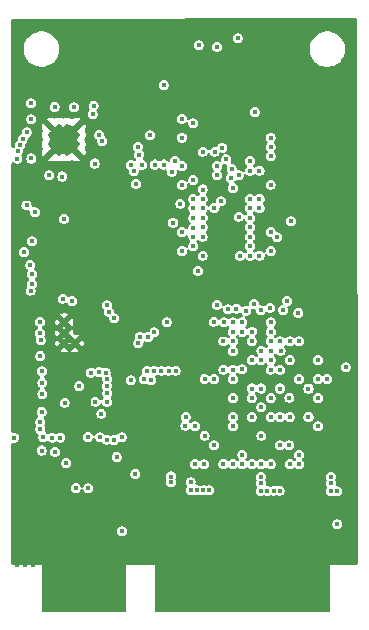
<source format=gbr>
%TF.GenerationSoftware,KiCad,Pcbnew,9.0.3*%
%TF.CreationDate,2025-09-02T21:17:26+03:00*%
%TF.ProjectId,ThingsCore-1,5468696e-6773-4436-9f72-652d312e6b69,rev?*%
%TF.SameCoordinates,Original*%
%TF.FileFunction,Copper,L2,Inr*%
%TF.FilePolarity,Positive*%
%FSLAX46Y46*%
G04 Gerber Fmt 4.6, Leading zero omitted, Abs format (unit mm)*
G04 Created by KiCad (PCBNEW 9.0.3) date 2025-09-02 21:17:26*
%MOMM*%
%LPD*%
G01*
G04 APERTURE LIST*
%TA.AperFunction,HeatsinkPad*%
%ADD10C,0.500000*%
%TD*%
%TA.AperFunction,ViaPad*%
%ADD11C,0.450000*%
%TD*%
G04 APERTURE END LIST*
D10*
%TO.N,GND*%
%TO.C,IC1*%
X16075000Y-24075000D03*
X16775000Y-24075000D03*
X17475000Y-24075000D03*
X18275000Y-24075000D03*
X16075000Y-23375000D03*
X16775000Y-23375000D03*
X17475000Y-23375000D03*
X18275000Y-23375000D03*
X16075000Y-22575000D03*
X16775000Y-22575000D03*
X17475000Y-22575000D03*
X18275000Y-22575000D03*
X16075000Y-21875000D03*
X16775000Y-21875000D03*
X17475000Y-21875000D03*
X18275000Y-21875000D03*
%TD*%
%TO.N,GND*%
%TO.C,U6*%
X17220000Y-38435000D03*
X17220000Y-39335000D03*
X18120000Y-40235000D03*
X17220000Y-40235000D03*
%TD*%
D11*
%TO.N,NRST*%
X39500000Y-43250000D03*
%TO.N,GND*%
X34100000Y-60372500D03*
%TO.N,/MPU-IO/USB_RREF*%
X41050000Y-42250000D03*
%TO.N,GND*%
X38875000Y-60422500D03*
X36500000Y-60422500D03*
X39500000Y-50450000D03*
X30950000Y-58300000D03*
%TO.N,/POWER/VDDA1V8*%
X18187500Y-52487500D03*
%TO.N,GND*%
X14510000Y-54390000D03*
X14500000Y-53800000D03*
X15100000Y-20100000D03*
X17100000Y-20100000D03*
X18600000Y-20100000D03*
%TO.N,TRX_~{RST}*%
X18050000Y-20250000D03*
%TO.N,ETH_CRS_DV*%
X29900000Y-48850000D03*
%TO.N,GND*%
X29100000Y-48850000D03*
%TO.N,ETH_~{INT}*%
X32300000Y-49650000D03*
%TO.N,QSPI1_CLK*%
X28300000Y-50450000D03*
%TO.N,ETH_REF_CLK*%
X32300000Y-50450000D03*
%TO.N,ETH_TX_D0*%
X36300000Y-50450000D03*
%TO.N,ETH_TX_D1*%
X36286341Y-48863659D03*
%TO.N,ETH_MDIO*%
X23950000Y-43250000D03*
%TO.N,ETH_CRS_DV*%
X21650000Y-49850000D03*
%TO.N,3V3_VDD*%
X22850000Y-43350000D03*
%TO.N,/NETWORKING/RXER*%
X21450000Y-38100000D03*
%TO.N,ETH_~{INT}*%
X15450000Y-48150000D03*
%TO.N,LED2*%
X13000000Y-48200000D03*
%TO.N,ETH_RX_D0*%
X15300000Y-49300000D03*
%TO.N,/NETWORKING/ETH_RST*%
X17250000Y-45250000D03*
%TO.N,ETH_RX_D1*%
X17400000Y-50350000D03*
%TO.N,/NETWORKING/RXD0*%
X16450000Y-49400000D03*
%TO.N,/NETWORKING/RXD1*%
X16900000Y-48200000D03*
%TO.N,GND*%
X23350000Y-45150000D03*
%TO.N,3V3_VDD*%
X23250000Y-51300000D03*
%TO.N,/POWER/VDD3V3_USBHS*%
X19250000Y-52500000D03*
%TO.N,ETH_MDC*%
X16209573Y-48201600D03*
%TO.N,ETH_REF_CLK*%
X15300000Y-46050000D03*
%TO.N,GND*%
X19700000Y-43850000D03*
%TO.N,ETH_TX_EN*%
X15360000Y-44500000D03*
%TO.N,GND*%
X15360000Y-45450000D03*
%TO.N,ETH_TX_D0*%
X15360000Y-43550000D03*
%TO.N,ETH_TX_D1*%
X15350000Y-42600000D03*
%TO.N,QSPI1_D2*%
X29086341Y-50463659D03*
%TO.N,QSPI1_CLK*%
X13800000Y-32500000D03*
%TO.N,QSPI1_~{CS}*%
X29100000Y-48050000D03*
%TO.N,/POWER/VBAT*%
X33100000Y-50450000D03*
%TO.N,/NETWORKING/TRX_CMD*%
X14050000Y-22365792D03*
%TO.N,MMC1_D0*%
X24550000Y-43350000D03*
%TO.N,unconnected-(U7E-PE3-PadD13)*%
X24200000Y-42550000D03*
%TO.N,unconnected-(U7D-PB14-PadA13)*%
X24850000Y-42550000D03*
%TO.N,/NETWORKING/RXD1*%
X20850000Y-37000000D03*
%TO.N,GND*%
X23024997Y-39650000D03*
X19350000Y-27000000D03*
X17700000Y-26350000D03*
X23200000Y-21400000D03*
X16950000Y-28650000D03*
X13250000Y-35675000D03*
X19274997Y-45175000D03*
X13055000Y-43170000D03*
X38025000Y-56325000D03*
X33900000Y-46450000D03*
X13860000Y-54390000D03*
X39500000Y-40850000D03*
X27200000Y-26000000D03*
X26100000Y-57400000D03*
X32300000Y-43250000D03*
X20350000Y-17600000D03*
X37100000Y-44050000D03*
X13890000Y-56680000D03*
X27200000Y-22000000D03*
X13900000Y-57230000D03*
X23425000Y-17775000D03*
X32300000Y-40850000D03*
X40950000Y-55550000D03*
X34700000Y-30000000D03*
X20950990Y-21758765D03*
X34765000Y-29420000D03*
X13325000Y-28850000D03*
X34700000Y-31600000D03*
X37900000Y-43250000D03*
X31575000Y-17857400D03*
X34700000Y-21200000D03*
X20925000Y-17675000D03*
X13920000Y-57790000D03*
X27200000Y-33200000D03*
X14530000Y-56120000D03*
X19746174Y-48452105D03*
X38025000Y-57325000D03*
X13200000Y-54980000D03*
X19450000Y-14900000D03*
X13190000Y-54400000D03*
X24649894Y-52735446D03*
X13180000Y-53810000D03*
X25833199Y-52728526D03*
X31500000Y-45650000D03*
X16950000Y-33950000D03*
X28950000Y-22400000D03*
X13230000Y-57240000D03*
X26700000Y-37650000D03*
X27200000Y-31600000D03*
X19450000Y-16150000D03*
X32025000Y-57375000D03*
X32025000Y-55825000D03*
X22625000Y-18775000D03*
X16550000Y-29700000D03*
X36260000Y-56100000D03*
X31950000Y-16000000D03*
X19450000Y-13450000D03*
X24400000Y-15350000D03*
X26100000Y-55850000D03*
X36300000Y-45650000D03*
X18900000Y-42700000D03*
X13910000Y-58980000D03*
X33900000Y-48850000D03*
X37657567Y-52656920D03*
X29100000Y-44850000D03*
X14550000Y-57230000D03*
X33900000Y-44850000D03*
X21050000Y-14000000D03*
X23475000Y-13342600D03*
X38700000Y-48050000D03*
X34700000Y-44050000D03*
X24345418Y-52361771D03*
X13050000Y-42225000D03*
X13880000Y-56120000D03*
X14570000Y-57790000D03*
X24400000Y-16000000D03*
X13600000Y-36750000D03*
X20200000Y-13450000D03*
X35500000Y-39250000D03*
X31657567Y-52706920D03*
X24366178Y-51863537D03*
X26100000Y-56900000D03*
X37100000Y-41650000D03*
X21050000Y-13450000D03*
X22623781Y-19348694D03*
X20375000Y-21100000D03*
X28150000Y-27200000D03*
X34700000Y-33200000D03*
X26100000Y-56400000D03*
X20850000Y-45775000D03*
X27000000Y-30000000D03*
X40300000Y-37650000D03*
X24400000Y-14600000D03*
X13240000Y-58410000D03*
X13240000Y-58990000D03*
X38025000Y-55775000D03*
X30700000Y-40850000D03*
X30335000Y-56100000D03*
X32025000Y-56875000D03*
X14540000Y-56680000D03*
X14560000Y-58400000D03*
X13425000Y-34825000D03*
X24300000Y-48500000D03*
X13190000Y-55550000D03*
X19320000Y-53640000D03*
X34700000Y-26000000D03*
X33750000Y-24000000D03*
X38225000Y-52650000D03*
X14510000Y-55540000D03*
X14520000Y-54970000D03*
X29900000Y-48050000D03*
X24352338Y-51372224D03*
X22900000Y-42600000D03*
X27170000Y-24400000D03*
X38025000Y-56825000D03*
X37900000Y-47250000D03*
X22210000Y-53320000D03*
X20250000Y-20400000D03*
X27500000Y-50450000D03*
X37900000Y-44850000D03*
X13910000Y-58400000D03*
X32225000Y-52700000D03*
X14560000Y-58980000D03*
X13210000Y-56130000D03*
X14600000Y-36300000D03*
X34697256Y-21986956D03*
X32300000Y-45650000D03*
X13860000Y-55540000D03*
X31625000Y-13357400D03*
X20200000Y-14000000D03*
X13870000Y-54970000D03*
X34700000Y-25200000D03*
X13850000Y-53800000D03*
X13220000Y-56690000D03*
X25800000Y-46580000D03*
X14025000Y-27900000D03*
X25265766Y-52735446D03*
X18975000Y-44450000D03*
X19450000Y-15500000D03*
X35500000Y-48050000D03*
X30700000Y-39250000D03*
X19450000Y-14200000D03*
X13250000Y-57800000D03*
X29900000Y-42450000D03*
X37100000Y-48050000D03*
X32025000Y-56375000D03*
X35500000Y-44850000D03*
X24385000Y-56165000D03*
X32950000Y-27200000D03*
%TO.N,3V3_VDD*%
X15200000Y-47500000D03*
X22110000Y-56150000D03*
X38700000Y-41650000D03*
X35500000Y-46450000D03*
X14425000Y-24575000D03*
X29507670Y-52659327D03*
X14350000Y-33600000D03*
X25650000Y-18350000D03*
X19850000Y-45175000D03*
X27916091Y-51981176D03*
X15200000Y-46900000D03*
X18500000Y-43850000D03*
X26250000Y-51500000D03*
X35500000Y-48850000D03*
X33900000Y-48050000D03*
X20723053Y-42697279D03*
X37900000Y-46450000D03*
X27935084Y-52673167D03*
X19800000Y-25000000D03*
X31500000Y-43250000D03*
X36300000Y-46450000D03*
X28435084Y-52673167D03*
X20196151Y-22580348D03*
X34700000Y-46450000D03*
X36286341Y-44836341D03*
X31500000Y-46450000D03*
X29007670Y-52659327D03*
X29900000Y-43250000D03*
X14425000Y-21250000D03*
X14500000Y-31600000D03*
X26250000Y-52000000D03*
X38700000Y-44850000D03*
X35500000Y-44050000D03*
%TO.N,1V25_CORE*%
X31500000Y-44850000D03*
X35457670Y-52709327D03*
X33900000Y-44050000D03*
X34700000Y-44850000D03*
X33866091Y-52031176D03*
X34957670Y-52709327D03*
X34385084Y-52723167D03*
X33885084Y-52723167D03*
X33100000Y-46450000D03*
X33100000Y-44850000D03*
X33866091Y-51531176D03*
X33100000Y-44050000D03*
X31500000Y-47250000D03*
X33900000Y-45650000D03*
X33900000Y-41650000D03*
%TO.N,1V35_DDR*%
X39791091Y-51556176D03*
X31500000Y-42450000D03*
X32300000Y-42425000D03*
X28950000Y-24000000D03*
X39791091Y-52056176D03*
X32000000Y-26000000D03*
X27200000Y-22800000D03*
X34700000Y-26800000D03*
X40310084Y-52748167D03*
X33350000Y-20650000D03*
X28150000Y-28000000D03*
X30700000Y-42450000D03*
X34700000Y-42450000D03*
X34700000Y-24400000D03*
X34700000Y-22800000D03*
X34700000Y-30800000D03*
X34700000Y-32400000D03*
X28150000Y-26400000D03*
X36300000Y-41650000D03*
X27200000Y-21200000D03*
X27200000Y-32400000D03*
X32600000Y-37450000D03*
X34700000Y-23600000D03*
X28150000Y-21600000D03*
X35500000Y-42450000D03*
X27200000Y-30800000D03*
X27200000Y-25200000D03*
X39810084Y-52748167D03*
X32950000Y-28000000D03*
%TO.N,/POWER/VDDA1V1*%
X37100000Y-43250000D03*
%TO.N,/POWER/VDDA1V8*%
X38700000Y-43250000D03*
%TO.N,/POWER/VREF+*%
X38700000Y-47250000D03*
%TO.N,NRST*%
X40350000Y-55550000D03*
%TO.N,/DDR3/DDR_VREF*%
X27200000Y-26800000D03*
X35550000Y-40850000D03*
X32950000Y-29600000D03*
%TO.N,/POWER/VDD3V3_USBHS*%
X37900000Y-44050000D03*
%TO.N,/MPU-IO/PWR_ON*%
X37100000Y-40050000D03*
%TO.N,/DDR3/DDR_CLK_N*%
X29939137Y-28755508D03*
X33281280Y-36869442D03*
%TO.N,/DDR3/DDR_CLK_P*%
X30504823Y-28189822D03*
X33846966Y-37435128D03*
%TO.N,/DDR3/ZQ*%
X37050000Y-37650000D03*
X33750000Y-28800000D03*
%TO.N,/DDR3/DDR_CKE*%
X34700000Y-40850000D03*
X33750000Y-28000000D03*
%TO.N,/DDR3/DDR_RESETN*%
X28550000Y-34075000D03*
X30150000Y-36950000D03*
%TO.N,/DDR3/DDR_D1*%
X32950000Y-25600000D03*
X22850000Y-25100000D03*
%TO.N,/DDR3/DDR_D6*%
X30950000Y-24650000D03*
X23550000Y-24250000D03*
%TO.N,/DDR3/DDR_D3*%
X26330000Y-25680000D03*
X33750000Y-25600000D03*
%TO.N,/DDR3/DDR_BA1*%
X36404000Y-29900000D03*
X34700000Y-38450000D03*
%TO.N,/DDR3/DDR_DQS0N*%
X24897280Y-25085076D03*
X30168403Y-25225000D03*
%TO.N,/DDR3/DDR_RASN*%
X33101994Y-39224995D03*
X28950000Y-27200000D03*
%TO.N,/DDR3/DDR_D4*%
X23800000Y-25100000D03*
X31400000Y-25450000D03*
%TO.N,/DDR3/DDR_BA0*%
X28150000Y-29600000D03*
X31800000Y-37300000D03*
%TO.N,/DDR3/DDR_A4*%
X36300000Y-40050000D03*
X35250000Y-31250000D03*
%TO.N,/DDR3/DDR_A2*%
X28950000Y-31200000D03*
X31100000Y-37350000D03*
%TO.N,/DDR3/DDR_A6*%
X35750000Y-37420809D03*
X32950000Y-32800000D03*
%TO.N,/DDR3/DDR_A11*%
X34700000Y-41650000D03*
X32000000Y-29500000D03*
%TO.N,/DDR3/DDR_A1*%
X34700000Y-40050000D03*
X32950000Y-32000000D03*
%TO.N,/DDR3/DDR_A5*%
X28150000Y-31200000D03*
X29870946Y-38400000D03*
%TO.N,/DDR3/DDR_D0*%
X24487500Y-22612500D03*
X29950000Y-24000000D03*
%TO.N,/DDR3/DDR_DQS0P*%
X30168403Y-25975000D03*
X25647280Y-25085076D03*
%TO.N,/DDR3/DDR_CSN*%
X28150000Y-28800000D03*
X32300000Y-38450000D03*
%TO.N,/DDR3/DDR_A0*%
X31500000Y-38450000D03*
X28950000Y-30400000D03*
%TO.N,/DDR3/DDR_A13*%
X30700000Y-40050000D03*
X28950000Y-32800000D03*
%TO.N,/DDR3/DDR_ODT*%
X32300000Y-39250000D03*
X27050000Y-28400000D03*
%TO.N,/DDR3/DDR_A15*%
X34713659Y-39236341D03*
X32950000Y-30400000D03*
%TO.N,/DDR3/DDR_A7*%
X31500000Y-40050000D03*
X26424997Y-30000000D03*
%TO.N,/DDR3/DDR_BA2*%
X28950000Y-29600000D03*
X31500000Y-40900000D03*
%TO.N,/DDR3/DDR_A10*%
X32950000Y-28800000D03*
X33901000Y-40850000D03*
%TO.N,/DDR3/DDR_D2*%
X23450000Y-23600000D03*
X30600000Y-23650000D03*
%TO.N,/DDR3/DDR_WEN*%
X28950000Y-28800000D03*
X33100000Y-41650000D03*
%TO.N,/DDR3/DDR_A9*%
X28145264Y-32000000D03*
X30750000Y-38449000D03*
%TO.N,/DDR3/DDR_A3*%
X28150000Y-30450000D03*
X31500000Y-39250000D03*
%TO.N,/DDR3/DDR_D5*%
X31300000Y-26250000D03*
X26600000Y-24800000D03*
%TO.N,/DDR3/DDR_A14*%
X32100000Y-32800000D03*
X36074471Y-36625471D03*
%TO.N,/DDR3/DDR_A12*%
X34650000Y-37200000D03*
X32950000Y-31200000D03*
%TO.N,/DDR3/DDR_A8*%
X35500000Y-40050000D03*
X33750000Y-32800000D03*
%TO.N,/DDR3/DDR_D7*%
X23300000Y-26700000D03*
X31500000Y-27100000D03*
%TO.N,/DDR3/DDR_DQM0*%
X32950000Y-24800000D03*
X23100000Y-25650000D03*
%TO.N,/DDR3/DDR_CASN*%
X28950000Y-28000000D03*
X33100000Y-40050000D03*
%TO.N,/MPU-IO/LSE_OUT*%
X33900000Y-50450000D03*
%TO.N,MMC1_D2*%
X23600000Y-39650000D03*
%TO.N,unconnected-(U7E-PG6-PadA14)*%
X23486183Y-40213625D03*
%TO.N,MMC1_D1*%
X25900000Y-38450000D03*
%TO.N,/MPU-IO/LSE_IN*%
X34700000Y-50450000D03*
%TO.N,/MPU-IO/HSE_IN*%
X37100000Y-50450000D03*
%TO.N,unconnected-(U7D-PB15-PadB12)*%
X26650000Y-42550000D03*
%TO.N,MMC1_CMD*%
X24850000Y-39300000D03*
%TO.N,MMC1_CLK*%
X24300000Y-39699285D03*
%TO.N,unconnected-(U7D-PB4-PadB13)*%
X25450000Y-42550000D03*
%TO.N,MMC1_D3*%
X26050000Y-42550000D03*
%TO.N,/MEMORY/VDDI*%
X20875000Y-44450000D03*
%TO.N,Net-(D2-A)*%
X28600000Y-15000000D03*
%TO.N,Net-(D3-A)*%
X30150000Y-15100000D03*
%TO.N,Net-(D5-A)*%
X31900000Y-14400000D03*
%TO.N,Net-(IC1-XTAL_I)*%
X15950000Y-26000000D03*
%TO.N,/NETWORKING/TRX_D2*%
X13273152Y-23967490D03*
%TO.N,TRX_WUP*%
X19700000Y-20100000D03*
%TO.N,/NETWORKING/TRX_RESETN*%
X19625000Y-20825000D03*
%TO.N,/NETWORKING/TRX_D1*%
X13485695Y-23433211D03*
%TO.N,/NETWORKING/TRX_CLK*%
X14400000Y-19900000D03*
%TO.N,Net-(IC1-XTAL_O)*%
X17050000Y-26100000D03*
%TO.N,/NETWORKING/TRX_D0*%
X13700901Y-22900000D03*
%TO.N,TRX_IRQ*%
X16400000Y-20200000D03*
%TO.N,/NETWORKING/RF2*%
X20447390Y-23097559D03*
%TO.N,/MPU-IO/HSE_OUT*%
X37100000Y-49650000D03*
%TO.N,/MEMORY/QSPI1_CLK_NOR*%
X14500000Y-35200000D03*
%TO.N,QSPI1_~{CS}*%
X17200000Y-29675000D03*
%TO.N,/MEMORY/EMMC_CLK*%
X19475000Y-42700000D03*
%TO.N,/MEMORY/EMMC_CMD*%
X20150000Y-42650000D03*
%TO.N,/MEMORY/EMMC_~{RST}*%
X20874075Y-43252095D03*
%TO.N,/MEMORY/EMMC_D0*%
X21425000Y-48400000D03*
%TO.N,LED1*%
X17875000Y-36625000D03*
%TO.N,LED2*%
X17100000Y-36450000D03*
%TO.N,RXN*%
X15175000Y-39370000D03*
%TO.N,RXP*%
X15175000Y-38400000D03*
%TO.N,TXN*%
X15200000Y-41295000D03*
%TO.N,TXP*%
X15225000Y-39950000D03*
%TO.N,/MEMORY/EMMC_D4*%
X22075000Y-48175000D03*
%TO.N,/MEMORY/EMMC_D7*%
X19225000Y-48150000D03*
%TO.N,/MEMORY/EMMC_D5*%
X20850000Y-45175000D03*
%TO.N,/MEMORY/EMMC_D1*%
X20800000Y-48375000D03*
%TO.N,/MEMORY/EMMC_D2*%
X20250000Y-48175000D03*
%TO.N,/MEMORY/EMMC_D3*%
X20825000Y-43825000D03*
%TO.N,QSPI1_D0*%
X14373058Y-35760815D03*
%TO.N,QSPI1_D2*%
X14025000Y-28549997D03*
%TO.N,QSPI1_D1*%
X14750000Y-29125000D03*
%TO.N,QSPI1_D3*%
X14500000Y-34375000D03*
%TO.N,/NETWORKING/RXD0*%
X21001293Y-37554742D03*
%TO.N,/NETWORKING/TRX_D3*%
X13250000Y-24600000D03*
%TO.N,QSPI1_D1*%
X28300000Y-47250000D03*
%TO.N,QSPI1_D3*%
X27500000Y-46450000D03*
%TO.N,QSPI1_D0*%
X27480714Y-47205833D03*
%TO.N,ETH_TX_EN*%
X31500000Y-50450000D03*
%TO.N,ETH_MDC*%
X30700000Y-50450000D03*
%TO.N,/MEMORY/EMMC_D6*%
X20350000Y-46175000D03*
%TO.N,3V3_VDD*%
X29100000Y-43250000D03*
%TO.N,GND*%
X16725000Y-50225000D03*
%TD*%
%TA.AperFunction,Conductor*%
%TO.N,GND*%
G36*
X41942488Y-12672320D02*
G01*
X41988426Y-12724965D01*
X41999811Y-12776733D01*
X42049866Y-58875865D01*
X42030254Y-58942926D01*
X41977500Y-58988738D01*
X41925866Y-59000000D01*
X39700000Y-59000000D01*
X39700000Y-62876000D01*
X39680315Y-62943039D01*
X39627511Y-62988794D01*
X39576000Y-63000000D01*
X25024000Y-63000000D01*
X24956961Y-62980315D01*
X24911206Y-62927511D01*
X24900000Y-62876000D01*
X24900000Y-59000000D01*
X22475000Y-59000000D01*
X22475000Y-62876000D01*
X22455315Y-62943039D01*
X22402511Y-62988794D01*
X22351000Y-63000000D01*
X15424000Y-63000000D01*
X15356961Y-62980315D01*
X15311206Y-62927511D01*
X15300000Y-62876000D01*
X15300000Y-59000000D01*
X12874000Y-59000000D01*
X12806961Y-58980315D01*
X12761206Y-58927511D01*
X12750000Y-58876000D01*
X12750000Y-56093982D01*
X21684500Y-56093982D01*
X21684500Y-56206018D01*
X21713497Y-56314237D01*
X21769515Y-56411263D01*
X21848737Y-56490485D01*
X21945763Y-56546503D01*
X22053982Y-56575500D01*
X22053984Y-56575500D01*
X22166016Y-56575500D01*
X22166018Y-56575500D01*
X22274237Y-56546503D01*
X22371263Y-56490485D01*
X22450485Y-56411263D01*
X22506503Y-56314237D01*
X22535500Y-56206018D01*
X22535500Y-56093982D01*
X22506503Y-55985763D01*
X22450485Y-55888737D01*
X22371263Y-55809515D01*
X22274237Y-55753497D01*
X22166018Y-55724500D01*
X22053982Y-55724500D01*
X21945763Y-55753497D01*
X21945760Y-55753498D01*
X21848740Y-55809513D01*
X21848734Y-55809517D01*
X21769517Y-55888734D01*
X21769513Y-55888740D01*
X21713498Y-55985760D01*
X21713497Y-55985763D01*
X21684500Y-56093982D01*
X12750000Y-56093982D01*
X12750000Y-55493982D01*
X39924500Y-55493982D01*
X39924500Y-55606018D01*
X39953497Y-55714237D01*
X40009515Y-55811263D01*
X40088737Y-55890485D01*
X40185763Y-55946503D01*
X40293982Y-55975500D01*
X40293984Y-55975500D01*
X40406016Y-55975500D01*
X40406018Y-55975500D01*
X40514237Y-55946503D01*
X40611263Y-55890485D01*
X40690485Y-55811263D01*
X40746503Y-55714237D01*
X40775500Y-55606018D01*
X40775500Y-55493982D01*
X40746503Y-55385763D01*
X40690485Y-55288737D01*
X40611263Y-55209515D01*
X40514237Y-55153497D01*
X40406018Y-55124500D01*
X40293982Y-55124500D01*
X40185763Y-55153497D01*
X40185760Y-55153498D01*
X40088740Y-55209513D01*
X40088734Y-55209517D01*
X40009517Y-55288734D01*
X40009513Y-55288740D01*
X39953498Y-55385760D01*
X39953497Y-55385763D01*
X39924500Y-55493982D01*
X12750000Y-55493982D01*
X12750000Y-52431482D01*
X17762000Y-52431482D01*
X17762000Y-52543518D01*
X17790997Y-52651735D01*
X17790997Y-52651736D01*
X17790998Y-52651739D01*
X17791906Y-52653311D01*
X17847015Y-52748763D01*
X17926237Y-52827985D01*
X18023263Y-52884003D01*
X18131482Y-52913000D01*
X18131484Y-52913000D01*
X18243516Y-52913000D01*
X18243518Y-52913000D01*
X18351737Y-52884003D01*
X18448763Y-52827985D01*
X18527985Y-52748763D01*
X18584003Y-52651737D01*
X18597301Y-52602106D01*
X18633664Y-52542448D01*
X18696511Y-52511918D01*
X18765886Y-52520212D01*
X18819765Y-52564697D01*
X18836849Y-52602106D01*
X18853497Y-52664237D01*
X18909515Y-52761263D01*
X18988737Y-52840485D01*
X19085763Y-52896503D01*
X19193982Y-52925500D01*
X19193984Y-52925500D01*
X19306016Y-52925500D01*
X19306018Y-52925500D01*
X19414237Y-52896503D01*
X19511263Y-52840485D01*
X19590485Y-52761263D01*
X19646503Y-52664237D01*
X19675500Y-52556018D01*
X19675500Y-52443982D01*
X19646503Y-52335763D01*
X19590485Y-52238737D01*
X19511263Y-52159515D01*
X19414237Y-52103497D01*
X19306018Y-52074500D01*
X19193982Y-52074500D01*
X19085763Y-52103497D01*
X19085760Y-52103498D01*
X18988740Y-52159513D01*
X18988734Y-52159517D01*
X18909517Y-52238734D01*
X18909513Y-52238740D01*
X18853498Y-52335760D01*
X18853497Y-52335762D01*
X18853497Y-52335763D01*
X18849237Y-52351664D01*
X18840199Y-52385393D01*
X18803833Y-52445053D01*
X18740986Y-52475581D01*
X18671610Y-52467286D01*
X18617733Y-52422800D01*
X18600650Y-52385394D01*
X18584003Y-52323263D01*
X18527985Y-52226237D01*
X18448763Y-52147015D01*
X18373388Y-52103497D01*
X18351739Y-52090998D01*
X18351738Y-52090997D01*
X18351737Y-52090997D01*
X18243518Y-52062000D01*
X18131482Y-52062000D01*
X18023263Y-52090997D01*
X18023260Y-52090998D01*
X17926240Y-52147013D01*
X17926234Y-52147017D01*
X17847017Y-52226234D01*
X17847013Y-52226240D01*
X17790998Y-52323260D01*
X17790997Y-52323263D01*
X17762000Y-52431482D01*
X12750000Y-52431482D01*
X12750000Y-51243982D01*
X22824500Y-51243982D01*
X22824500Y-51356018D01*
X22853497Y-51464237D01*
X22909515Y-51561263D01*
X22988737Y-51640485D01*
X23085763Y-51696503D01*
X23193982Y-51725500D01*
X23193984Y-51725500D01*
X23306016Y-51725500D01*
X23306018Y-51725500D01*
X23414237Y-51696503D01*
X23511263Y-51640485D01*
X23590485Y-51561263D01*
X23646503Y-51464237D01*
X23651930Y-51443982D01*
X25824500Y-51443982D01*
X25824500Y-51556018D01*
X25847189Y-51640693D01*
X25853497Y-51664236D01*
X25853497Y-51664237D01*
X25867217Y-51688001D01*
X25883688Y-51755902D01*
X25867217Y-51811999D01*
X25853497Y-51835762D01*
X25853497Y-51835763D01*
X25824500Y-51943982D01*
X25824500Y-52056018D01*
X25853497Y-52164237D01*
X25909515Y-52261263D01*
X25988737Y-52340485D01*
X26085763Y-52396503D01*
X26193982Y-52425500D01*
X26193984Y-52425500D01*
X26306016Y-52425500D01*
X26306018Y-52425500D01*
X26414237Y-52396503D01*
X26511263Y-52340485D01*
X26590485Y-52261263D01*
X26646503Y-52164237D01*
X26675500Y-52056018D01*
X26675500Y-51943982D01*
X26670456Y-51925158D01*
X27490591Y-51925158D01*
X27490591Y-52037194D01*
X27519588Y-52145413D01*
X27575606Y-52242439D01*
X27575608Y-52242441D01*
X27583035Y-52249868D01*
X27616520Y-52311191D01*
X27611536Y-52380883D01*
X27598355Y-52404687D01*
X27598663Y-52404865D01*
X27538582Y-52508927D01*
X27538581Y-52508930D01*
X27509584Y-52617149D01*
X27509584Y-52729185D01*
X27538581Y-52837404D01*
X27594599Y-52934430D01*
X27673821Y-53013652D01*
X27770847Y-53069670D01*
X27879066Y-53098667D01*
X27879068Y-53098667D01*
X27991100Y-53098667D01*
X27991102Y-53098667D01*
X28099321Y-53069670D01*
X28123083Y-53055950D01*
X28190981Y-53039477D01*
X28247083Y-53055950D01*
X28270847Y-53069670D01*
X28379066Y-53098667D01*
X28379068Y-53098667D01*
X28491100Y-53098667D01*
X28491102Y-53098667D01*
X28599321Y-53069670D01*
X28671363Y-53028076D01*
X28739261Y-53011603D01*
X28795361Y-53028075D01*
X28843433Y-53055830D01*
X28951652Y-53084827D01*
X28951654Y-53084827D01*
X29063686Y-53084827D01*
X29063688Y-53084827D01*
X29171907Y-53055830D01*
X29195669Y-53042110D01*
X29263567Y-53025637D01*
X29319669Y-53042110D01*
X29343433Y-53055830D01*
X29451652Y-53084827D01*
X29451654Y-53084827D01*
X29563686Y-53084827D01*
X29563688Y-53084827D01*
X29671907Y-53055830D01*
X29768933Y-52999812D01*
X29848155Y-52920590D01*
X29904173Y-52823564D01*
X29933170Y-52715345D01*
X29933170Y-52603309D01*
X29904173Y-52495090D01*
X29848155Y-52398064D01*
X29768933Y-52318842D01*
X29671907Y-52262824D01*
X29563688Y-52233827D01*
X29451652Y-52233827D01*
X29343433Y-52262824D01*
X29343432Y-52262824D01*
X29319669Y-52276544D01*
X29251768Y-52293015D01*
X29195671Y-52276544D01*
X29171907Y-52262824D01*
X29123554Y-52249868D01*
X29063688Y-52233827D01*
X28951652Y-52233827D01*
X28843433Y-52262824D01*
X28843430Y-52262825D01*
X28771391Y-52304417D01*
X28703490Y-52320890D01*
X28647391Y-52304417D01*
X28599323Y-52276665D01*
X28599322Y-52276664D01*
X28599321Y-52276664D01*
X28491102Y-52247667D01*
X28446795Y-52247667D01*
X28379756Y-52227982D01*
X28334001Y-52175178D01*
X28324057Y-52106020D01*
X28327020Y-52091574D01*
X28334944Y-52062000D01*
X28341591Y-52037194D01*
X28341591Y-51925158D01*
X28312594Y-51816939D01*
X28256576Y-51719913D01*
X28177354Y-51640691D01*
X28112670Y-51603345D01*
X28080330Y-51584674D01*
X28080329Y-51584673D01*
X28080328Y-51584673D01*
X27972109Y-51555676D01*
X27860073Y-51555676D01*
X27751854Y-51584673D01*
X27751851Y-51584674D01*
X27654831Y-51640689D01*
X27654825Y-51640693D01*
X27607522Y-51687997D01*
X27575606Y-51719913D01*
X27575604Y-51719915D01*
X27575604Y-51719916D01*
X27519589Y-51816936D01*
X27519588Y-51816939D01*
X27490591Y-51925158D01*
X26670456Y-51925158D01*
X26646503Y-51835763D01*
X26626639Y-51801358D01*
X26622704Y-51789721D01*
X26621767Y-51766595D01*
X26616310Y-51744103D01*
X26620304Y-51730497D01*
X26619876Y-51719909D01*
X26626956Y-51707844D01*
X26632783Y-51688000D01*
X26646503Y-51664237D01*
X26675500Y-51556018D01*
X26675500Y-51475158D01*
X33440591Y-51475158D01*
X33440591Y-51587194D01*
X33461235Y-51664237D01*
X33469588Y-51695412D01*
X33469588Y-51695413D01*
X33483308Y-51719177D01*
X33499779Y-51787078D01*
X33483308Y-51843175D01*
X33469588Y-51866938D01*
X33469588Y-51866939D01*
X33440591Y-51975158D01*
X33440591Y-52087194D01*
X33469588Y-52195413D01*
X33525606Y-52292439D01*
X33525608Y-52292441D01*
X33533035Y-52299868D01*
X33566520Y-52361191D01*
X33561536Y-52430883D01*
X33548355Y-52454687D01*
X33548663Y-52454865D01*
X33488582Y-52558927D01*
X33488581Y-52558930D01*
X33459584Y-52667149D01*
X33459584Y-52779185D01*
X33488581Y-52887404D01*
X33544599Y-52984430D01*
X33623821Y-53063652D01*
X33720847Y-53119670D01*
X33829066Y-53148667D01*
X33829068Y-53148667D01*
X33941100Y-53148667D01*
X33941102Y-53148667D01*
X34049321Y-53119670D01*
X34073083Y-53105950D01*
X34140981Y-53089477D01*
X34197083Y-53105950D01*
X34220847Y-53119670D01*
X34329066Y-53148667D01*
X34329068Y-53148667D01*
X34441100Y-53148667D01*
X34441102Y-53148667D01*
X34549321Y-53119670D01*
X34621363Y-53078076D01*
X34689261Y-53061603D01*
X34745361Y-53078075D01*
X34793433Y-53105830D01*
X34901652Y-53134827D01*
X34901654Y-53134827D01*
X35013686Y-53134827D01*
X35013688Y-53134827D01*
X35121907Y-53105830D01*
X35145669Y-53092110D01*
X35213567Y-53075637D01*
X35269669Y-53092110D01*
X35293433Y-53105830D01*
X35401652Y-53134827D01*
X35401654Y-53134827D01*
X35513686Y-53134827D01*
X35513688Y-53134827D01*
X35621907Y-53105830D01*
X35718933Y-53049812D01*
X35798155Y-52970590D01*
X35854173Y-52873564D01*
X35883170Y-52765345D01*
X35883170Y-52653309D01*
X35854173Y-52545090D01*
X35798155Y-52448064D01*
X35718933Y-52368842D01*
X35632334Y-52318844D01*
X35621909Y-52312825D01*
X35621908Y-52312824D01*
X35621907Y-52312824D01*
X35513688Y-52283827D01*
X35401652Y-52283827D01*
X35293433Y-52312824D01*
X35293432Y-52312824D01*
X35269669Y-52326544D01*
X35201768Y-52343015D01*
X35145671Y-52326544D01*
X35121907Y-52312824D01*
X35120097Y-52312339D01*
X35013688Y-52283827D01*
X34901652Y-52283827D01*
X34793433Y-52312824D01*
X34793430Y-52312825D01*
X34721391Y-52354417D01*
X34653490Y-52370890D01*
X34597391Y-52354417D01*
X34549323Y-52326665D01*
X34549322Y-52326664D01*
X34549321Y-52326664D01*
X34441102Y-52297667D01*
X34396795Y-52297667D01*
X34329756Y-52277982D01*
X34284001Y-52225178D01*
X34274057Y-52156020D01*
X34277020Y-52141574D01*
X34284892Y-52112194D01*
X34291591Y-52087194D01*
X34291591Y-51975158D01*
X34262594Y-51866939D01*
X34248874Y-51843175D01*
X34232401Y-51775279D01*
X34248874Y-51719176D01*
X34262594Y-51695413D01*
X34291591Y-51587194D01*
X34291591Y-51500158D01*
X39365591Y-51500158D01*
X39365591Y-51612194D01*
X39388182Y-51696503D01*
X39394588Y-51720412D01*
X39394588Y-51720413D01*
X39408308Y-51744177D01*
X39424779Y-51812078D01*
X39408308Y-51868175D01*
X39394588Y-51891938D01*
X39394588Y-51891939D01*
X39365591Y-52000158D01*
X39365591Y-52112194D01*
X39387890Y-52195413D01*
X39394588Y-52220412D01*
X39394589Y-52220415D01*
X39405166Y-52238734D01*
X39450606Y-52317439D01*
X39450608Y-52317441D01*
X39458035Y-52324868D01*
X39491520Y-52386191D01*
X39486536Y-52455883D01*
X39473355Y-52479687D01*
X39473663Y-52479865D01*
X39413582Y-52583927D01*
X39413581Y-52583930D01*
X39384584Y-52692149D01*
X39384584Y-52804185D01*
X39409321Y-52896503D01*
X39413581Y-52912403D01*
X39413582Y-52912406D01*
X39413925Y-52913000D01*
X39469599Y-53009430D01*
X39548821Y-53088652D01*
X39645847Y-53144670D01*
X39754066Y-53173667D01*
X39754068Y-53173667D01*
X39866100Y-53173667D01*
X39866102Y-53173667D01*
X39974321Y-53144670D01*
X39998083Y-53130950D01*
X40065981Y-53114477D01*
X40122083Y-53130950D01*
X40145847Y-53144670D01*
X40254066Y-53173667D01*
X40254068Y-53173667D01*
X40366100Y-53173667D01*
X40366102Y-53173667D01*
X40474321Y-53144670D01*
X40571347Y-53088652D01*
X40650569Y-53009430D01*
X40706587Y-52912404D01*
X40735584Y-52804185D01*
X40735584Y-52692149D01*
X40706587Y-52583930D01*
X40650569Y-52486904D01*
X40571347Y-52407682D01*
X40490822Y-52361191D01*
X40474323Y-52351665D01*
X40474322Y-52351664D01*
X40474321Y-52351664D01*
X40366102Y-52322667D01*
X40321795Y-52322667D01*
X40254756Y-52302982D01*
X40209001Y-52250178D01*
X40199057Y-52181020D01*
X40202020Y-52166574D01*
X40207260Y-52147017D01*
X40216591Y-52112194D01*
X40216591Y-52000158D01*
X40187594Y-51891939D01*
X40173874Y-51868175D01*
X40157401Y-51800279D01*
X40173874Y-51744176D01*
X40187594Y-51720413D01*
X40216591Y-51612194D01*
X40216591Y-51500158D01*
X40187594Y-51391939D01*
X40131576Y-51294913D01*
X40052354Y-51215691D01*
X39955328Y-51159673D01*
X39847109Y-51130676D01*
X39735073Y-51130676D01*
X39626854Y-51159673D01*
X39626851Y-51159674D01*
X39529831Y-51215689D01*
X39529825Y-51215693D01*
X39450608Y-51294910D01*
X39450604Y-51294916D01*
X39394589Y-51391936D01*
X39394588Y-51391939D01*
X39365591Y-51500158D01*
X34291591Y-51500158D01*
X34291591Y-51475158D01*
X34262594Y-51366939D01*
X34206576Y-51269913D01*
X34127354Y-51190691D01*
X34030330Y-51134674D01*
X34030329Y-51134673D01*
X33969706Y-51118429D01*
X33969703Y-51118428D01*
X33922109Y-51105676D01*
X33810073Y-51105676D01*
X33791143Y-51110748D01*
X33701852Y-51134673D01*
X33701851Y-51134674D01*
X33604831Y-51190689D01*
X33604825Y-51190693D01*
X33525608Y-51269910D01*
X33525604Y-51269916D01*
X33469589Y-51366936D01*
X33469588Y-51366939D01*
X33440591Y-51475158D01*
X26675500Y-51475158D01*
X26675500Y-51443982D01*
X26646503Y-51335763D01*
X26590485Y-51238737D01*
X26511263Y-51159515D01*
X26414237Y-51103497D01*
X26306018Y-51074500D01*
X26193982Y-51074500D01*
X26085763Y-51103497D01*
X26085760Y-51103498D01*
X25988740Y-51159513D01*
X25988734Y-51159517D01*
X25909517Y-51238734D01*
X25909513Y-51238740D01*
X25853498Y-51335760D01*
X25853497Y-51335763D01*
X25824500Y-51443982D01*
X23651930Y-51443982D01*
X23675500Y-51356018D01*
X23675500Y-51243982D01*
X23646503Y-51135763D01*
X23590485Y-51038737D01*
X23511263Y-50959515D01*
X23414237Y-50903497D01*
X23306018Y-50874500D01*
X23193982Y-50874500D01*
X23085763Y-50903497D01*
X23085760Y-50903498D01*
X22988740Y-50959513D01*
X22988734Y-50959517D01*
X22909517Y-51038734D01*
X22909513Y-51038740D01*
X22853498Y-51135760D01*
X22853497Y-51135763D01*
X22824500Y-51243982D01*
X12750000Y-51243982D01*
X12750000Y-50293982D01*
X16974500Y-50293982D01*
X16974500Y-50406018D01*
X17003497Y-50514237D01*
X17059515Y-50611263D01*
X17138737Y-50690485D01*
X17235763Y-50746503D01*
X17343982Y-50775500D01*
X17343984Y-50775500D01*
X17456016Y-50775500D01*
X17456018Y-50775500D01*
X17564237Y-50746503D01*
X17661263Y-50690485D01*
X17740485Y-50611263D01*
X17796503Y-50514237D01*
X17825500Y-50406018D01*
X17825500Y-50393982D01*
X27874500Y-50393982D01*
X27874500Y-50506018D01*
X27903497Y-50614237D01*
X27959515Y-50711263D01*
X28038737Y-50790485D01*
X28135763Y-50846503D01*
X28243982Y-50875500D01*
X28243984Y-50875500D01*
X28356016Y-50875500D01*
X28356018Y-50875500D01*
X28464237Y-50846503D01*
X28561263Y-50790485D01*
X28598660Y-50753088D01*
X28659983Y-50719603D01*
X28729675Y-50724587D01*
X28774022Y-50753088D01*
X28825078Y-50804144D01*
X28922104Y-50860162D01*
X29030323Y-50889159D01*
X29030325Y-50889159D01*
X29142357Y-50889159D01*
X29142359Y-50889159D01*
X29250578Y-50860162D01*
X29347604Y-50804144D01*
X29426826Y-50724922D01*
X29482844Y-50627896D01*
X29511841Y-50519677D01*
X29511841Y-50407641D01*
X29508181Y-50393982D01*
X30274500Y-50393982D01*
X30274500Y-50506018D01*
X30303497Y-50614237D01*
X30359515Y-50711263D01*
X30438737Y-50790485D01*
X30535763Y-50846503D01*
X30643982Y-50875500D01*
X30643984Y-50875500D01*
X30756016Y-50875500D01*
X30756018Y-50875500D01*
X30864237Y-50846503D01*
X30961263Y-50790485D01*
X31012319Y-50739429D01*
X31073642Y-50705944D01*
X31143334Y-50710928D01*
X31187681Y-50739429D01*
X31238737Y-50790485D01*
X31335763Y-50846503D01*
X31443982Y-50875500D01*
X31443984Y-50875500D01*
X31556016Y-50875500D01*
X31556018Y-50875500D01*
X31664237Y-50846503D01*
X31761263Y-50790485D01*
X31812319Y-50739429D01*
X31873642Y-50705944D01*
X31943334Y-50710928D01*
X31987681Y-50739429D01*
X32038737Y-50790485D01*
X32135763Y-50846503D01*
X32243982Y-50875500D01*
X32243984Y-50875500D01*
X32356016Y-50875500D01*
X32356018Y-50875500D01*
X32464237Y-50846503D01*
X32561263Y-50790485D01*
X32612319Y-50739429D01*
X32673642Y-50705944D01*
X32743334Y-50710928D01*
X32787681Y-50739429D01*
X32838737Y-50790485D01*
X32935763Y-50846503D01*
X33043982Y-50875500D01*
X33043984Y-50875500D01*
X33156016Y-50875500D01*
X33156018Y-50875500D01*
X33264237Y-50846503D01*
X33361263Y-50790485D01*
X33412319Y-50739429D01*
X33473642Y-50705944D01*
X33543334Y-50710928D01*
X33587681Y-50739429D01*
X33638737Y-50790485D01*
X33735763Y-50846503D01*
X33843982Y-50875500D01*
X33956018Y-50875500D01*
X34064237Y-50846503D01*
X34161263Y-50790485D01*
X34212319Y-50739429D01*
X34273642Y-50705944D01*
X34343334Y-50710928D01*
X34387681Y-50739429D01*
X34438737Y-50790485D01*
X34535763Y-50846503D01*
X34643982Y-50875500D01*
X34643984Y-50875500D01*
X34756016Y-50875500D01*
X34756018Y-50875500D01*
X34864237Y-50846503D01*
X34961263Y-50790485D01*
X35040485Y-50711263D01*
X35096503Y-50614237D01*
X35125500Y-50506018D01*
X35125500Y-50393982D01*
X35874500Y-50393982D01*
X35874500Y-50506018D01*
X35903497Y-50614237D01*
X35959515Y-50711263D01*
X36038737Y-50790485D01*
X36135763Y-50846503D01*
X36243982Y-50875500D01*
X36243984Y-50875500D01*
X36356016Y-50875500D01*
X36356018Y-50875500D01*
X36464237Y-50846503D01*
X36561263Y-50790485D01*
X36612319Y-50739429D01*
X36673642Y-50705944D01*
X36743334Y-50710928D01*
X36787681Y-50739429D01*
X36838737Y-50790485D01*
X36935763Y-50846503D01*
X37043982Y-50875500D01*
X37043984Y-50875500D01*
X37156016Y-50875500D01*
X37156018Y-50875500D01*
X37264237Y-50846503D01*
X37361263Y-50790485D01*
X37440485Y-50711263D01*
X37496503Y-50614237D01*
X37525500Y-50506018D01*
X37525500Y-50393982D01*
X37496503Y-50285763D01*
X37440485Y-50188737D01*
X37389429Y-50137681D01*
X37355944Y-50076358D01*
X37360928Y-50006666D01*
X37389429Y-49962319D01*
X37398251Y-49953497D01*
X37440485Y-49911263D01*
X37496503Y-49814237D01*
X37525500Y-49706018D01*
X37525500Y-49593982D01*
X37496503Y-49485763D01*
X37440485Y-49388737D01*
X37361263Y-49309515D01*
X37275781Y-49260162D01*
X37264239Y-49253498D01*
X37264238Y-49253497D01*
X37264237Y-49253497D01*
X37156018Y-49224500D01*
X37043982Y-49224500D01*
X36935763Y-49253497D01*
X36935760Y-49253498D01*
X36838740Y-49309513D01*
X36838734Y-49309517D01*
X36759517Y-49388734D01*
X36759513Y-49388740D01*
X36703498Y-49485760D01*
X36703497Y-49485763D01*
X36674500Y-49593982D01*
X36674500Y-49706018D01*
X36703497Y-49814237D01*
X36759515Y-49911263D01*
X36759517Y-49911265D01*
X36810571Y-49962319D01*
X36814909Y-49970264D01*
X36822157Y-49975690D01*
X36831391Y-50000449D01*
X36844056Y-50023642D01*
X36843410Y-50032671D01*
X36846574Y-50041154D01*
X36840957Y-50066974D01*
X36839072Y-50093334D01*
X36833253Y-50102387D01*
X36831722Y-50109427D01*
X36810571Y-50137681D01*
X36787681Y-50160571D01*
X36726358Y-50194056D01*
X36656666Y-50189072D01*
X36612319Y-50160571D01*
X36561265Y-50109517D01*
X36561263Y-50109515D01*
X36464237Y-50053497D01*
X36356018Y-50024500D01*
X36243982Y-50024500D01*
X36135763Y-50053497D01*
X36135760Y-50053498D01*
X36038740Y-50109513D01*
X36038734Y-50109517D01*
X35959517Y-50188734D01*
X35959513Y-50188740D01*
X35903498Y-50285760D01*
X35903497Y-50285763D01*
X35874500Y-50393982D01*
X35125500Y-50393982D01*
X35096503Y-50285763D01*
X35040485Y-50188737D01*
X34961263Y-50109515D01*
X34864237Y-50053497D01*
X34756018Y-50024500D01*
X34643982Y-50024500D01*
X34535763Y-50053497D01*
X34535760Y-50053498D01*
X34438740Y-50109513D01*
X34438734Y-50109517D01*
X34387681Y-50160571D01*
X34326358Y-50194056D01*
X34256666Y-50189072D01*
X34212319Y-50160571D01*
X34161265Y-50109517D01*
X34161263Y-50109515D01*
X34064237Y-50053497D01*
X33956018Y-50024500D01*
X33843982Y-50024500D01*
X33735763Y-50053497D01*
X33735760Y-50053498D01*
X33638740Y-50109513D01*
X33638734Y-50109517D01*
X33587681Y-50160571D01*
X33526358Y-50194056D01*
X33456666Y-50189072D01*
X33412319Y-50160571D01*
X33361265Y-50109517D01*
X33361263Y-50109515D01*
X33264237Y-50053497D01*
X33156018Y-50024500D01*
X33043982Y-50024500D01*
X32935763Y-50053497D01*
X32935760Y-50053498D01*
X32838740Y-50109513D01*
X32838734Y-50109517D01*
X32787681Y-50160571D01*
X32779735Y-50164909D01*
X32774310Y-50172157D01*
X32749550Y-50181391D01*
X32726358Y-50194056D01*
X32717328Y-50193410D01*
X32708846Y-50196574D01*
X32683025Y-50190957D01*
X32656666Y-50189072D01*
X32647612Y-50183253D01*
X32640573Y-50181722D01*
X32612319Y-50160571D01*
X32589429Y-50137681D01*
X32555944Y-50076358D01*
X32560928Y-50006666D01*
X32589429Y-49962319D01*
X32598251Y-49953497D01*
X32640485Y-49911263D01*
X32696503Y-49814237D01*
X32725500Y-49706018D01*
X32725500Y-49593982D01*
X32696503Y-49485763D01*
X32640485Y-49388737D01*
X32561263Y-49309515D01*
X32475781Y-49260162D01*
X32464239Y-49253498D01*
X32464238Y-49253497D01*
X32464237Y-49253497D01*
X32356018Y-49224500D01*
X32243982Y-49224500D01*
X32135763Y-49253497D01*
X32135760Y-49253498D01*
X32038740Y-49309513D01*
X32038734Y-49309517D01*
X31959517Y-49388734D01*
X31959513Y-49388740D01*
X31903498Y-49485760D01*
X31903497Y-49485763D01*
X31874500Y-49593982D01*
X31874500Y-49706018D01*
X31903497Y-49814237D01*
X31959515Y-49911263D01*
X31959517Y-49911265D01*
X32010571Y-49962319D01*
X32014909Y-49970264D01*
X32022157Y-49975690D01*
X32031391Y-50000449D01*
X32044056Y-50023642D01*
X32043410Y-50032671D01*
X32046574Y-50041154D01*
X32040957Y-50066974D01*
X32039072Y-50093334D01*
X32033253Y-50102387D01*
X32031722Y-50109427D01*
X32010571Y-50137681D01*
X31987681Y-50160571D01*
X31926358Y-50194056D01*
X31856666Y-50189072D01*
X31812319Y-50160571D01*
X31761265Y-50109517D01*
X31761263Y-50109515D01*
X31664237Y-50053497D01*
X31556018Y-50024500D01*
X31443982Y-50024500D01*
X31335763Y-50053497D01*
X31335760Y-50053498D01*
X31238740Y-50109513D01*
X31238734Y-50109517D01*
X31187681Y-50160571D01*
X31126358Y-50194056D01*
X31056666Y-50189072D01*
X31012319Y-50160571D01*
X30961265Y-50109517D01*
X30961263Y-50109515D01*
X30864237Y-50053497D01*
X30756018Y-50024500D01*
X30643982Y-50024500D01*
X30535763Y-50053497D01*
X30535760Y-50053498D01*
X30438740Y-50109513D01*
X30438734Y-50109517D01*
X30359517Y-50188734D01*
X30359513Y-50188740D01*
X30303498Y-50285760D01*
X30303497Y-50285763D01*
X30274500Y-50393982D01*
X29508181Y-50393982D01*
X29482844Y-50299422D01*
X29426826Y-50202396D01*
X29347604Y-50123174D01*
X29250578Y-50067156D01*
X29142359Y-50038159D01*
X29030323Y-50038159D01*
X28922104Y-50067156D01*
X28922101Y-50067157D01*
X28825081Y-50123172D01*
X28825075Y-50123176D01*
X28787681Y-50160571D01*
X28726358Y-50194056D01*
X28656666Y-50189072D01*
X28612319Y-50160571D01*
X28561265Y-50109517D01*
X28561263Y-50109515D01*
X28464237Y-50053497D01*
X28356018Y-50024500D01*
X28243982Y-50024500D01*
X28135763Y-50053497D01*
X28135760Y-50053498D01*
X28038740Y-50109513D01*
X28038734Y-50109517D01*
X27959517Y-50188734D01*
X27959513Y-50188740D01*
X27903498Y-50285760D01*
X27903497Y-50285763D01*
X27874500Y-50393982D01*
X17825500Y-50393982D01*
X17825500Y-50293982D01*
X17796503Y-50185763D01*
X17740485Y-50088737D01*
X17661263Y-50009515D01*
X17564237Y-49953497D01*
X17456018Y-49924500D01*
X17343982Y-49924500D01*
X17235763Y-49953497D01*
X17235760Y-49953498D01*
X17138740Y-50009513D01*
X17138734Y-50009517D01*
X17059517Y-50088734D01*
X17059513Y-50088740D01*
X17003498Y-50185760D01*
X17003497Y-50185763D01*
X16974500Y-50293982D01*
X12750000Y-50293982D01*
X12750000Y-49243982D01*
X14874500Y-49243982D01*
X14874500Y-49356018D01*
X14903497Y-49464237D01*
X14959515Y-49561263D01*
X15038737Y-49640485D01*
X15135763Y-49696503D01*
X15243982Y-49725500D01*
X15243984Y-49725500D01*
X15356016Y-49725500D01*
X15356018Y-49725500D01*
X15464237Y-49696503D01*
X15561263Y-49640485D01*
X15640485Y-49561263D01*
X15696503Y-49464237D01*
X15725500Y-49356018D01*
X15725500Y-49343982D01*
X16024500Y-49343982D01*
X16024500Y-49456018D01*
X16053497Y-49564237D01*
X16109515Y-49661263D01*
X16188737Y-49740485D01*
X16285763Y-49796503D01*
X16393982Y-49825500D01*
X16393984Y-49825500D01*
X16506016Y-49825500D01*
X16506018Y-49825500D01*
X16614237Y-49796503D01*
X16618603Y-49793982D01*
X21224500Y-49793982D01*
X21224500Y-49906018D01*
X21253497Y-50014237D01*
X21309515Y-50111263D01*
X21388737Y-50190485D01*
X21485763Y-50246503D01*
X21593982Y-50275500D01*
X21593984Y-50275500D01*
X21706016Y-50275500D01*
X21706018Y-50275500D01*
X21814237Y-50246503D01*
X21911263Y-50190485D01*
X21990485Y-50111263D01*
X22046503Y-50014237D01*
X22075500Y-49906018D01*
X22075500Y-49793982D01*
X22046503Y-49685763D01*
X21990485Y-49588737D01*
X21911263Y-49509515D01*
X21832839Y-49464237D01*
X21814239Y-49453498D01*
X21814238Y-49453497D01*
X21814237Y-49453497D01*
X21706018Y-49424500D01*
X21593982Y-49424500D01*
X21485763Y-49453497D01*
X21485760Y-49453498D01*
X21388740Y-49509513D01*
X21388734Y-49509517D01*
X21309517Y-49588734D01*
X21309513Y-49588740D01*
X21253498Y-49685760D01*
X21253497Y-49685763D01*
X21224500Y-49793982D01*
X16618603Y-49793982D01*
X16711263Y-49740485D01*
X16790485Y-49661263D01*
X16846503Y-49564237D01*
X16875500Y-49456018D01*
X16875500Y-49343982D01*
X16846503Y-49235763D01*
X16790485Y-49138737D01*
X16711263Y-49059515D01*
X16632839Y-49014237D01*
X16614239Y-49003498D01*
X16614238Y-49003497D01*
X16614237Y-49003497D01*
X16506018Y-48974500D01*
X16393982Y-48974500D01*
X16285763Y-49003497D01*
X16285760Y-49003498D01*
X16188740Y-49059513D01*
X16188734Y-49059517D01*
X16109517Y-49138734D01*
X16109513Y-49138740D01*
X16053498Y-49235760D01*
X16053497Y-49235763D01*
X16024500Y-49343982D01*
X15725500Y-49343982D01*
X15725500Y-49243982D01*
X15696503Y-49135763D01*
X15640485Y-49038737D01*
X15561263Y-48959515D01*
X15492258Y-48919675D01*
X15464239Y-48903498D01*
X15464238Y-48903497D01*
X15464237Y-48903497D01*
X15356018Y-48874500D01*
X15243982Y-48874500D01*
X15135763Y-48903497D01*
X15135760Y-48903498D01*
X15038740Y-48959513D01*
X15038734Y-48959517D01*
X14959517Y-49038734D01*
X14959513Y-49038740D01*
X14903498Y-49135760D01*
X14903497Y-49135763D01*
X14874500Y-49243982D01*
X12750000Y-49243982D01*
X12750000Y-48735122D01*
X12769685Y-48668083D01*
X12822489Y-48622328D01*
X12891647Y-48612384D01*
X12906077Y-48615343D01*
X12943982Y-48625500D01*
X12943985Y-48625500D01*
X13056016Y-48625500D01*
X13056018Y-48625500D01*
X13164237Y-48596503D01*
X13261263Y-48540485D01*
X13340485Y-48461263D01*
X13396503Y-48364237D01*
X13425500Y-48256018D01*
X13425500Y-48143982D01*
X13396503Y-48035763D01*
X13340485Y-47938737D01*
X13261263Y-47859515D01*
X13174664Y-47809517D01*
X13164239Y-47803498D01*
X13164238Y-47803497D01*
X13164237Y-47803497D01*
X13056018Y-47774500D01*
X12943982Y-47774500D01*
X12943980Y-47774500D01*
X12906092Y-47784652D01*
X12836242Y-47782989D01*
X12778380Y-47743825D01*
X12750877Y-47679596D01*
X12750000Y-47664877D01*
X12750000Y-46843982D01*
X14774500Y-46843982D01*
X14774500Y-46956018D01*
X14797431Y-47041596D01*
X14803497Y-47064236D01*
X14803498Y-47064239D01*
X14846084Y-47138000D01*
X14862557Y-47205900D01*
X14846084Y-47262000D01*
X14803498Y-47335760D01*
X14803497Y-47335763D01*
X14774500Y-47443982D01*
X14774500Y-47556018D01*
X14800620Y-47653497D01*
X14803497Y-47664236D01*
X14803498Y-47664239D01*
X14816494Y-47686748D01*
X14859515Y-47761263D01*
X14938737Y-47840485D01*
X14989433Y-47869754D01*
X15037648Y-47920320D01*
X15050872Y-47988927D01*
X15047207Y-48009234D01*
X15024500Y-48093982D01*
X15024500Y-48206018D01*
X15053497Y-48314237D01*
X15109515Y-48411263D01*
X15188737Y-48490485D01*
X15285763Y-48546503D01*
X15393982Y-48575500D01*
X15393984Y-48575500D01*
X15506016Y-48575500D01*
X15506018Y-48575500D01*
X15614237Y-48546503D01*
X15711263Y-48490485D01*
X15716303Y-48485444D01*
X15777622Y-48451958D01*
X15847314Y-48456939D01*
X15891667Y-48485442D01*
X15948310Y-48542085D01*
X16045336Y-48598103D01*
X16153555Y-48627100D01*
X16153557Y-48627100D01*
X16265589Y-48627100D01*
X16265591Y-48627100D01*
X16373810Y-48598103D01*
X16470836Y-48542085D01*
X16470844Y-48542076D01*
X16477282Y-48537138D01*
X16478774Y-48539083D01*
X16529206Y-48511534D01*
X16598899Y-48516507D01*
X16631044Y-48537161D01*
X16632291Y-48535538D01*
X16638731Y-48540479D01*
X16638737Y-48540485D01*
X16735763Y-48596503D01*
X16843982Y-48625500D01*
X16843984Y-48625500D01*
X16956016Y-48625500D01*
X16956018Y-48625500D01*
X17064237Y-48596503D01*
X17161263Y-48540485D01*
X17240485Y-48461263D01*
X17296503Y-48364237D01*
X17325500Y-48256018D01*
X17325500Y-48143982D01*
X17312103Y-48093982D01*
X18799500Y-48093982D01*
X18799500Y-48206018D01*
X18828497Y-48314237D01*
X18884515Y-48411263D01*
X18963737Y-48490485D01*
X19060763Y-48546503D01*
X19168982Y-48575500D01*
X19168984Y-48575500D01*
X19281016Y-48575500D01*
X19281018Y-48575500D01*
X19389237Y-48546503D01*
X19486263Y-48490485D01*
X19565485Y-48411263D01*
X19621503Y-48314237D01*
X19621503Y-48314236D01*
X19625567Y-48307198D01*
X19628628Y-48308965D01*
X19662140Y-48267201D01*
X19728388Y-48244998D01*
X19796123Y-48262135D01*
X19843841Y-48313173D01*
X19852846Y-48336809D01*
X19853495Y-48339232D01*
X19853496Y-48339236D01*
X19853497Y-48339237D01*
X19909515Y-48436263D01*
X19988737Y-48515485D01*
X20085763Y-48571503D01*
X20193982Y-48600500D01*
X20193984Y-48600500D01*
X20306016Y-48600500D01*
X20306018Y-48600500D01*
X20330544Y-48593928D01*
X20400392Y-48595589D01*
X20453053Y-48631230D01*
X20453768Y-48630516D01*
X20457475Y-48634223D01*
X20458255Y-48634751D01*
X20459240Y-48635988D01*
X20459515Y-48636263D01*
X20538737Y-48715485D01*
X20635763Y-48771503D01*
X20743982Y-48800500D01*
X20743984Y-48800500D01*
X20856016Y-48800500D01*
X20856018Y-48800500D01*
X20964237Y-48771503D01*
X21029393Y-48733884D01*
X21097293Y-48717412D01*
X21155951Y-48737713D01*
X21156698Y-48736421D01*
X21163736Y-48740484D01*
X21163737Y-48740485D01*
X21260763Y-48796503D01*
X21368982Y-48825500D01*
X21368984Y-48825500D01*
X21481016Y-48825500D01*
X21481018Y-48825500D01*
X21589237Y-48796503D01*
X21593603Y-48793982D01*
X29474500Y-48793982D01*
X29474500Y-48906018D01*
X29503497Y-49014237D01*
X29559515Y-49111263D01*
X29638737Y-49190485D01*
X29735763Y-49246503D01*
X29843982Y-49275500D01*
X29843984Y-49275500D01*
X29956016Y-49275500D01*
X29956018Y-49275500D01*
X30064237Y-49246503D01*
X30161263Y-49190485D01*
X30240485Y-49111263D01*
X30296503Y-49014237D01*
X30325500Y-48906018D01*
X30325500Y-48793982D01*
X35074500Y-48793982D01*
X35074500Y-48906018D01*
X35103497Y-49014237D01*
X35159515Y-49111263D01*
X35238737Y-49190485D01*
X35335763Y-49246503D01*
X35443982Y-49275500D01*
X35443984Y-49275500D01*
X35556016Y-49275500D01*
X35556018Y-49275500D01*
X35664237Y-49246503D01*
X35761263Y-49190485D01*
X35798660Y-49153088D01*
X35859983Y-49119603D01*
X35929675Y-49124587D01*
X35974022Y-49153088D01*
X36025078Y-49204144D01*
X36122104Y-49260162D01*
X36230323Y-49289159D01*
X36230325Y-49289159D01*
X36342357Y-49289159D01*
X36342359Y-49289159D01*
X36450578Y-49260162D01*
X36547604Y-49204144D01*
X36626826Y-49124922D01*
X36682844Y-49027896D01*
X36711841Y-48919677D01*
X36711841Y-48807641D01*
X36682844Y-48699422D01*
X36626826Y-48602396D01*
X36547604Y-48523174D01*
X36465030Y-48475500D01*
X36450580Y-48467157D01*
X36450579Y-48467156D01*
X36450578Y-48467156D01*
X36342359Y-48438159D01*
X36230323Y-48438159D01*
X36122104Y-48467156D01*
X36122101Y-48467157D01*
X36025081Y-48523172D01*
X36025075Y-48523176D01*
X35987681Y-48560571D01*
X35926358Y-48594056D01*
X35856666Y-48589072D01*
X35812319Y-48560571D01*
X35761265Y-48509517D01*
X35761263Y-48509515D01*
X35687895Y-48467156D01*
X35664239Y-48453498D01*
X35664238Y-48453497D01*
X35664237Y-48453497D01*
X35556018Y-48424500D01*
X35443982Y-48424500D01*
X35335763Y-48453497D01*
X35335760Y-48453498D01*
X35238740Y-48509513D01*
X35238734Y-48509517D01*
X35159517Y-48588734D01*
X35159513Y-48588740D01*
X35103498Y-48685760D01*
X35103497Y-48685763D01*
X35074500Y-48793982D01*
X30325500Y-48793982D01*
X30296503Y-48685763D01*
X30240485Y-48588737D01*
X30161263Y-48509515D01*
X30087895Y-48467156D01*
X30064239Y-48453498D01*
X30064238Y-48453497D01*
X30064237Y-48453497D01*
X29956018Y-48424500D01*
X29843982Y-48424500D01*
X29735763Y-48453497D01*
X29735760Y-48453498D01*
X29638740Y-48509513D01*
X29638734Y-48509517D01*
X29559517Y-48588734D01*
X29559513Y-48588740D01*
X29503498Y-48685760D01*
X29503497Y-48685763D01*
X29474500Y-48793982D01*
X21593603Y-48793982D01*
X21686263Y-48740485D01*
X21765485Y-48661263D01*
X21786968Y-48624053D01*
X21792852Y-48616706D01*
X21814077Y-48601872D01*
X21832819Y-48584002D01*
X21842251Y-48582183D01*
X21850123Y-48576683D01*
X21875994Y-48575679D01*
X21901426Y-48570778D01*
X21919291Y-48574001D01*
X21919940Y-48573976D01*
X21920287Y-48574180D01*
X21921724Y-48574440D01*
X22018982Y-48600500D01*
X22018985Y-48600500D01*
X22131016Y-48600500D01*
X22131018Y-48600500D01*
X22239237Y-48571503D01*
X22336263Y-48515485D01*
X22415485Y-48436263D01*
X22471503Y-48339237D01*
X22500500Y-48231018D01*
X22500500Y-48118982D01*
X22471503Y-48010763D01*
X22461814Y-47993982D01*
X28674500Y-47993982D01*
X28674500Y-48106018D01*
X28701295Y-48206017D01*
X28703497Y-48214236D01*
X28703498Y-48214239D01*
X28721257Y-48244998D01*
X28759515Y-48311263D01*
X28838737Y-48390485D01*
X28935763Y-48446503D01*
X29043982Y-48475500D01*
X29043984Y-48475500D01*
X29156016Y-48475500D01*
X29156018Y-48475500D01*
X29264237Y-48446503D01*
X29361263Y-48390485D01*
X29440485Y-48311263D01*
X29496503Y-48214237D01*
X29525500Y-48106018D01*
X29525500Y-47993982D01*
X33474500Y-47993982D01*
X33474500Y-48106018D01*
X33501295Y-48206017D01*
X33503497Y-48214236D01*
X33503498Y-48214239D01*
X33521257Y-48244998D01*
X33559515Y-48311263D01*
X33638737Y-48390485D01*
X33735763Y-48446503D01*
X33843982Y-48475500D01*
X33843984Y-48475500D01*
X33956016Y-48475500D01*
X33956018Y-48475500D01*
X34064237Y-48446503D01*
X34161263Y-48390485D01*
X34240485Y-48311263D01*
X34296503Y-48214237D01*
X34325500Y-48106018D01*
X34325500Y-47993982D01*
X34296503Y-47885763D01*
X34240485Y-47788737D01*
X34161263Y-47709515D01*
X34082839Y-47664237D01*
X34064239Y-47653498D01*
X34064238Y-47653497D01*
X34064237Y-47653497D01*
X33956018Y-47624500D01*
X33843982Y-47624500D01*
X33735763Y-47653497D01*
X33735760Y-47653498D01*
X33638740Y-47709513D01*
X33638734Y-47709517D01*
X33559517Y-47788734D01*
X33559513Y-47788740D01*
X33503498Y-47885760D01*
X33503497Y-47885763D01*
X33474500Y-47993982D01*
X29525500Y-47993982D01*
X29496503Y-47885763D01*
X29440485Y-47788737D01*
X29361263Y-47709515D01*
X29282839Y-47664237D01*
X29264239Y-47653498D01*
X29264238Y-47653497D01*
X29264237Y-47653497D01*
X29156018Y-47624500D01*
X29043982Y-47624500D01*
X28935763Y-47653497D01*
X28935760Y-47653498D01*
X28838740Y-47709513D01*
X28838734Y-47709517D01*
X28759517Y-47788734D01*
X28759513Y-47788740D01*
X28703498Y-47885760D01*
X28703497Y-47885763D01*
X28674500Y-47993982D01*
X22461814Y-47993982D01*
X22415485Y-47913737D01*
X22336263Y-47834515D01*
X22271579Y-47797169D01*
X22239239Y-47778498D01*
X22239238Y-47778497D01*
X22239237Y-47778497D01*
X22131018Y-47749500D01*
X22018982Y-47749500D01*
X21910763Y-47778497D01*
X21910760Y-47778498D01*
X21813740Y-47834513D01*
X21813734Y-47834517D01*
X21734517Y-47913734D01*
X21734513Y-47913740D01*
X21717744Y-47942784D01*
X21667176Y-47990999D01*
X21598569Y-48004220D01*
X21578265Y-48000557D01*
X21553726Y-47993982D01*
X21481018Y-47974500D01*
X21368982Y-47974500D01*
X21260763Y-48003497D01*
X21260758Y-48003499D01*
X21195604Y-48041115D01*
X21127704Y-48057586D01*
X21069049Y-48037284D01*
X21068302Y-48038579D01*
X20964239Y-47978498D01*
X20964238Y-47978497D01*
X20964237Y-47978497D01*
X20856018Y-47949500D01*
X20743982Y-47949500D01*
X20743977Y-47949500D01*
X20719452Y-47956072D01*
X20649602Y-47954408D01*
X20596947Y-47918768D01*
X20596232Y-47919484D01*
X20592520Y-47915772D01*
X20591741Y-47915245D01*
X20590757Y-47914009D01*
X20511265Y-47834517D01*
X20511263Y-47834515D01*
X20446579Y-47797169D01*
X20414239Y-47778498D01*
X20414238Y-47778497D01*
X20414237Y-47778497D01*
X20306018Y-47749500D01*
X20193982Y-47749500D01*
X20085763Y-47778497D01*
X20085760Y-47778498D01*
X19988740Y-47834513D01*
X19988734Y-47834517D01*
X19909517Y-47913734D01*
X19909513Y-47913740D01*
X19849433Y-48017802D01*
X19846440Y-48016073D01*
X19812433Y-48058094D01*
X19746093Y-48080020D01*
X19678430Y-48062599D01*
X19630926Y-48011362D01*
X19622151Y-47988182D01*
X19621503Y-47985764D01*
X19621501Y-47985760D01*
X19619682Y-47982609D01*
X19565485Y-47888737D01*
X19486263Y-47809515D01*
X19389237Y-47753497D01*
X19281018Y-47724500D01*
X19168982Y-47724500D01*
X19060763Y-47753497D01*
X19060760Y-47753498D01*
X18963740Y-47809513D01*
X18963734Y-47809517D01*
X18884517Y-47888734D01*
X18884513Y-47888740D01*
X18828498Y-47985760D01*
X18828497Y-47985763D01*
X18799500Y-48093982D01*
X17312103Y-48093982D01*
X17296503Y-48035763D01*
X17240485Y-47938737D01*
X17161263Y-47859515D01*
X17074664Y-47809517D01*
X17064239Y-47803498D01*
X17064238Y-47803497D01*
X17064237Y-47803497D01*
X16956018Y-47774500D01*
X16843982Y-47774500D01*
X16735763Y-47803497D01*
X16735760Y-47803498D01*
X16638740Y-47859513D01*
X16632291Y-47864462D01*
X16630802Y-47862521D01*
X16580323Y-47890074D01*
X16510632Y-47885077D01*
X16478526Y-47864439D01*
X16477282Y-47866062D01*
X16470840Y-47861119D01*
X16470836Y-47861115D01*
X16373810Y-47805097D01*
X16265591Y-47776100D01*
X16153555Y-47776100D01*
X16045336Y-47805097D01*
X16045333Y-47805098D01*
X15948313Y-47861113D01*
X15948304Y-47861119D01*
X15943263Y-47866161D01*
X15941657Y-47867037D01*
X15940735Y-47868618D01*
X15911096Y-47883723D01*
X15881938Y-47899643D01*
X15880115Y-47899512D01*
X15878484Y-47900344D01*
X15845394Y-47897027D01*
X15812247Y-47894656D01*
X15810202Y-47893501D01*
X15808962Y-47893377D01*
X15803098Y-47889489D01*
X15778480Y-47875587D01*
X15772921Y-47871173D01*
X15711263Y-47809515D01*
X15652635Y-47775666D01*
X15645460Y-47769969D01*
X15630395Y-47748603D01*
X15612350Y-47729678D01*
X15610581Y-47720501D01*
X15605198Y-47712866D01*
X15604075Y-47686748D01*
X15599127Y-47661071D01*
X15602233Y-47643855D01*
X15602199Y-47643061D01*
X15602456Y-47642620D01*
X15602787Y-47640781D01*
X15625500Y-47556018D01*
X15625500Y-47443982D01*
X15596503Y-47335763D01*
X15553913Y-47261996D01*
X15551084Y-47250333D01*
X15544122Y-47240556D01*
X15543000Y-47217013D01*
X15537442Y-47194101D01*
X15541285Y-47181009D01*
X15540798Y-47170765D01*
X15549184Y-47149815D01*
X27055214Y-47149815D01*
X27055214Y-47261851D01*
X27084211Y-47370070D01*
X27140229Y-47467096D01*
X27219451Y-47546318D01*
X27316477Y-47602336D01*
X27424696Y-47631333D01*
X27424698Y-47631333D01*
X27536730Y-47631333D01*
X27536732Y-47631333D01*
X27644951Y-47602336D01*
X27741977Y-47546318D01*
X27780593Y-47507701D01*
X27841914Y-47474217D01*
X27911605Y-47479201D01*
X27955954Y-47507702D01*
X27959515Y-47511263D01*
X28038737Y-47590485D01*
X28135763Y-47646503D01*
X28243982Y-47675500D01*
X28243984Y-47675500D01*
X28356016Y-47675500D01*
X28356018Y-47675500D01*
X28464237Y-47646503D01*
X28561263Y-47590485D01*
X28640485Y-47511263D01*
X28696503Y-47414237D01*
X28725500Y-47306018D01*
X28725500Y-47193982D01*
X28696503Y-47085763D01*
X28640485Y-46988737D01*
X28561263Y-46909515D01*
X28464237Y-46853497D01*
X28356018Y-46824500D01*
X28243982Y-46824500D01*
X28135763Y-46853497D01*
X28135760Y-46853498D01*
X28038740Y-46909513D01*
X28038733Y-46909518D01*
X28000120Y-46948131D01*
X27992174Y-46952469D01*
X27986750Y-46959716D01*
X27961993Y-46968949D01*
X27938797Y-46981616D01*
X27929766Y-46980969D01*
X27921286Y-46984133D01*
X27895464Y-46978515D01*
X27869105Y-46976630D01*
X27860052Y-46970812D01*
X27853013Y-46969281D01*
X27824759Y-46948130D01*
X27801869Y-46925240D01*
X27768384Y-46863917D01*
X27773368Y-46794225D01*
X27801868Y-46749879D01*
X27840485Y-46711263D01*
X27896503Y-46614237D01*
X27925500Y-46506018D01*
X27925500Y-46393982D01*
X31074500Y-46393982D01*
X31074500Y-46506018D01*
X31103497Y-46614237D01*
X31159515Y-46711263D01*
X31159517Y-46711265D01*
X31210571Y-46762319D01*
X31244056Y-46823642D01*
X31239072Y-46893334D01*
X31210571Y-46937681D01*
X31159517Y-46988734D01*
X31159513Y-46988740D01*
X31103498Y-47085760D01*
X31103497Y-47085763D01*
X31074500Y-47193982D01*
X31074500Y-47306018D01*
X31103497Y-47414237D01*
X31159515Y-47511263D01*
X31238737Y-47590485D01*
X31335763Y-47646503D01*
X31443982Y-47675500D01*
X31443984Y-47675500D01*
X31556016Y-47675500D01*
X31556018Y-47675500D01*
X31664237Y-47646503D01*
X31761263Y-47590485D01*
X31840485Y-47511263D01*
X31896503Y-47414237D01*
X31925500Y-47306018D01*
X31925500Y-47193982D01*
X38274500Y-47193982D01*
X38274500Y-47306018D01*
X38303497Y-47414237D01*
X38359515Y-47511263D01*
X38438737Y-47590485D01*
X38535763Y-47646503D01*
X38643982Y-47675500D01*
X38643984Y-47675500D01*
X38756016Y-47675500D01*
X38756018Y-47675500D01*
X38864237Y-47646503D01*
X38961263Y-47590485D01*
X39040485Y-47511263D01*
X39096503Y-47414237D01*
X39125500Y-47306018D01*
X39125500Y-47193982D01*
X39096503Y-47085763D01*
X39040485Y-46988737D01*
X38961263Y-46909515D01*
X38864237Y-46853497D01*
X38756018Y-46824500D01*
X38643982Y-46824500D01*
X38535763Y-46853497D01*
X38535760Y-46853498D01*
X38438740Y-46909513D01*
X38438734Y-46909517D01*
X38359517Y-46988734D01*
X38359513Y-46988740D01*
X38303498Y-47085760D01*
X38303497Y-47085763D01*
X38274500Y-47193982D01*
X31925500Y-47193982D01*
X31896503Y-47085763D01*
X31840485Y-46988737D01*
X31789429Y-46937681D01*
X31755944Y-46876358D01*
X31760928Y-46806666D01*
X31789429Y-46762319D01*
X31812319Y-46739429D01*
X31840485Y-46711263D01*
X31896503Y-46614237D01*
X31925500Y-46506018D01*
X31925500Y-46393982D01*
X32674500Y-46393982D01*
X32674500Y-46506018D01*
X32703497Y-46614237D01*
X32759515Y-46711263D01*
X32838737Y-46790485D01*
X32935763Y-46846503D01*
X33043982Y-46875500D01*
X33043984Y-46875500D01*
X33156016Y-46875500D01*
X33156018Y-46875500D01*
X33264237Y-46846503D01*
X33361263Y-46790485D01*
X33440485Y-46711263D01*
X33496503Y-46614237D01*
X33525500Y-46506018D01*
X33525500Y-46393982D01*
X34274500Y-46393982D01*
X34274500Y-46506018D01*
X34303497Y-46614237D01*
X34359515Y-46711263D01*
X34438737Y-46790485D01*
X34535763Y-46846503D01*
X34643982Y-46875500D01*
X34643984Y-46875500D01*
X34756016Y-46875500D01*
X34756018Y-46875500D01*
X34864237Y-46846503D01*
X34961263Y-46790485D01*
X35012319Y-46739429D01*
X35073642Y-46705944D01*
X35143334Y-46710928D01*
X35187681Y-46739429D01*
X35238737Y-46790485D01*
X35335763Y-46846503D01*
X35443982Y-46875500D01*
X35443984Y-46875500D01*
X35556016Y-46875500D01*
X35556018Y-46875500D01*
X35664237Y-46846503D01*
X35761263Y-46790485D01*
X35812319Y-46739429D01*
X35873642Y-46705944D01*
X35943334Y-46710928D01*
X35987681Y-46739429D01*
X36038737Y-46790485D01*
X36135763Y-46846503D01*
X36243982Y-46875500D01*
X36243984Y-46875500D01*
X36356016Y-46875500D01*
X36356018Y-46875500D01*
X36464237Y-46846503D01*
X36561263Y-46790485D01*
X36640485Y-46711263D01*
X36696503Y-46614237D01*
X36725500Y-46506018D01*
X36725500Y-46393982D01*
X37474500Y-46393982D01*
X37474500Y-46506018D01*
X37503497Y-46614237D01*
X37559515Y-46711263D01*
X37638737Y-46790485D01*
X37735763Y-46846503D01*
X37843982Y-46875500D01*
X37843984Y-46875500D01*
X37956016Y-46875500D01*
X37956018Y-46875500D01*
X38064237Y-46846503D01*
X38161263Y-46790485D01*
X38240485Y-46711263D01*
X38296503Y-46614237D01*
X38325500Y-46506018D01*
X38325500Y-46393982D01*
X38296503Y-46285763D01*
X38240485Y-46188737D01*
X38161263Y-46109515D01*
X38064237Y-46053497D01*
X37956018Y-46024500D01*
X37843982Y-46024500D01*
X37735763Y-46053497D01*
X37735760Y-46053498D01*
X37638740Y-46109513D01*
X37638734Y-46109517D01*
X37559517Y-46188734D01*
X37559513Y-46188740D01*
X37503498Y-46285760D01*
X37503497Y-46285763D01*
X37474500Y-46393982D01*
X36725500Y-46393982D01*
X36696503Y-46285763D01*
X36640485Y-46188737D01*
X36561263Y-46109515D01*
X36464237Y-46053497D01*
X36356018Y-46024500D01*
X36243982Y-46024500D01*
X36135763Y-46053497D01*
X36135760Y-46053498D01*
X36038740Y-46109513D01*
X36038734Y-46109517D01*
X35987681Y-46160571D01*
X35926358Y-46194056D01*
X35856666Y-46189072D01*
X35812319Y-46160571D01*
X35761265Y-46109517D01*
X35761263Y-46109515D01*
X35664237Y-46053497D01*
X35556018Y-46024500D01*
X35443982Y-46024500D01*
X35335763Y-46053497D01*
X35335760Y-46053498D01*
X35238740Y-46109513D01*
X35238734Y-46109517D01*
X35187681Y-46160571D01*
X35126358Y-46194056D01*
X35056666Y-46189072D01*
X35012319Y-46160571D01*
X34961265Y-46109517D01*
X34961263Y-46109515D01*
X34864237Y-46053497D01*
X34756018Y-46024500D01*
X34643982Y-46024500D01*
X34535763Y-46053497D01*
X34535760Y-46053498D01*
X34438740Y-46109513D01*
X34438734Y-46109517D01*
X34359517Y-46188734D01*
X34359513Y-46188740D01*
X34303498Y-46285760D01*
X34303497Y-46285763D01*
X34274500Y-46393982D01*
X33525500Y-46393982D01*
X33496503Y-46285763D01*
X33440485Y-46188737D01*
X33361263Y-46109515D01*
X33264237Y-46053497D01*
X33156018Y-46024500D01*
X33043982Y-46024500D01*
X32935763Y-46053497D01*
X32935760Y-46053498D01*
X32838740Y-46109513D01*
X32838734Y-46109517D01*
X32759517Y-46188734D01*
X32759513Y-46188740D01*
X32703498Y-46285760D01*
X32703497Y-46285763D01*
X32674500Y-46393982D01*
X31925500Y-46393982D01*
X31896503Y-46285763D01*
X31840485Y-46188737D01*
X31761263Y-46109515D01*
X31664237Y-46053497D01*
X31556018Y-46024500D01*
X31443982Y-46024500D01*
X31335763Y-46053497D01*
X31335760Y-46053498D01*
X31238740Y-46109513D01*
X31238734Y-46109517D01*
X31159517Y-46188734D01*
X31159513Y-46188740D01*
X31103498Y-46285760D01*
X31103497Y-46285763D01*
X31074500Y-46393982D01*
X27925500Y-46393982D01*
X27896503Y-46285763D01*
X27840485Y-46188737D01*
X27761263Y-46109515D01*
X27664237Y-46053497D01*
X27556018Y-46024500D01*
X27443982Y-46024500D01*
X27335763Y-46053497D01*
X27335760Y-46053498D01*
X27238740Y-46109513D01*
X27238734Y-46109517D01*
X27159517Y-46188734D01*
X27159513Y-46188740D01*
X27103498Y-46285760D01*
X27103497Y-46285763D01*
X27074500Y-46393982D01*
X27074500Y-46506018D01*
X27103497Y-46614237D01*
X27159515Y-46711263D01*
X27159517Y-46711265D01*
X27178844Y-46730592D01*
X27212329Y-46791915D01*
X27207345Y-46861607D01*
X27178845Y-46905953D01*
X27140232Y-46944566D01*
X27140227Y-46944573D01*
X27084212Y-47041593D01*
X27084211Y-47041596D01*
X27055214Y-47149815D01*
X15549184Y-47149815D01*
X15553911Y-47138007D01*
X15596503Y-47064237D01*
X15625500Y-46956018D01*
X15625500Y-46843982D01*
X15596503Y-46735763D01*
X15540485Y-46638737D01*
X15504973Y-46603225D01*
X15471488Y-46541902D01*
X15476472Y-46472210D01*
X15518344Y-46416277D01*
X15530654Y-46408157D01*
X15530758Y-46408097D01*
X15561263Y-46390485D01*
X15640485Y-46311263D01*
X15696503Y-46214237D01*
X15722026Y-46118982D01*
X19924500Y-46118982D01*
X19924500Y-46231018D01*
X19953497Y-46339237D01*
X20009515Y-46436263D01*
X20088737Y-46515485D01*
X20185763Y-46571503D01*
X20293982Y-46600500D01*
X20293984Y-46600500D01*
X20406016Y-46600500D01*
X20406018Y-46600500D01*
X20514237Y-46571503D01*
X20611263Y-46515485D01*
X20690485Y-46436263D01*
X20746503Y-46339237D01*
X20775500Y-46231018D01*
X20775500Y-46118982D01*
X20746503Y-46010763D01*
X20690485Y-45913737D01*
X20611263Y-45834515D01*
X20546579Y-45797169D01*
X20514239Y-45778498D01*
X20514238Y-45778497D01*
X20514237Y-45778497D01*
X20406018Y-45749500D01*
X20293982Y-45749500D01*
X20185763Y-45778497D01*
X20185760Y-45778498D01*
X20088740Y-45834513D01*
X20088734Y-45834517D01*
X20009517Y-45913734D01*
X20009513Y-45913740D01*
X19953498Y-46010760D01*
X19953497Y-46010763D01*
X19924500Y-46118982D01*
X15722026Y-46118982D01*
X15725500Y-46106018D01*
X15725500Y-45993982D01*
X15696503Y-45885763D01*
X15640485Y-45788737D01*
X15561263Y-45709515D01*
X15464237Y-45653497D01*
X15356018Y-45624500D01*
X15243982Y-45624500D01*
X15135763Y-45653497D01*
X15135760Y-45653498D01*
X15038740Y-45709513D01*
X15038734Y-45709517D01*
X14959517Y-45788734D01*
X14959513Y-45788740D01*
X14903498Y-45885760D01*
X14903497Y-45885763D01*
X14874500Y-45993982D01*
X14874500Y-46106018D01*
X14896665Y-46188737D01*
X14903497Y-46214236D01*
X14903498Y-46214239D01*
X14922169Y-46246579D01*
X14959515Y-46311263D01*
X14959517Y-46311265D01*
X14995026Y-46346774D01*
X15028511Y-46408097D01*
X15023527Y-46477789D01*
X14981655Y-46533722D01*
X14969348Y-46541840D01*
X14938743Y-46559510D01*
X14938734Y-46559517D01*
X14859517Y-46638734D01*
X14859513Y-46638740D01*
X14803498Y-46735760D01*
X14803497Y-46735763D01*
X14774500Y-46843982D01*
X12750000Y-46843982D01*
X12750000Y-45193982D01*
X16824500Y-45193982D01*
X16824500Y-45306018D01*
X16853497Y-45414237D01*
X16909515Y-45511263D01*
X16988737Y-45590485D01*
X17085763Y-45646503D01*
X17193982Y-45675500D01*
X17193984Y-45675500D01*
X17306016Y-45675500D01*
X17306018Y-45675500D01*
X17414237Y-45646503D01*
X17511263Y-45590485D01*
X17590485Y-45511263D01*
X17646503Y-45414237D01*
X17675500Y-45306018D01*
X17675500Y-45193982D01*
X17646503Y-45085763D01*
X17590485Y-44988737D01*
X17511263Y-44909515D01*
X17414237Y-44853497D01*
X17306018Y-44824500D01*
X17193982Y-44824500D01*
X17085763Y-44853497D01*
X17085760Y-44853498D01*
X16988740Y-44909513D01*
X16988734Y-44909517D01*
X16909517Y-44988734D01*
X16909513Y-44988740D01*
X16853498Y-45085760D01*
X16853497Y-45085763D01*
X16824500Y-45193982D01*
X12750000Y-45193982D01*
X12750000Y-42543982D01*
X14924500Y-42543982D01*
X14924500Y-42656018D01*
X14951295Y-42756017D01*
X14953497Y-42764236D01*
X14953498Y-42764239D01*
X14954218Y-42765486D01*
X15009515Y-42861263D01*
X15088737Y-42940485D01*
X15140725Y-42970500D01*
X15188939Y-43021065D01*
X15202163Y-43089672D01*
X15176195Y-43154537D01*
X15140725Y-43185272D01*
X15098743Y-43209510D01*
X15098734Y-43209517D01*
X15019517Y-43288734D01*
X15019513Y-43288740D01*
X14963498Y-43385760D01*
X14963497Y-43385763D01*
X14934500Y-43493982D01*
X14934500Y-43606018D01*
X14963497Y-43714237D01*
X15019515Y-43811263D01*
X15098737Y-43890485D01*
X15125641Y-43906018D01*
X15145724Y-43917613D01*
X15193940Y-43968180D01*
X15207163Y-44036787D01*
X15181195Y-44101652D01*
X15145724Y-44132387D01*
X15098740Y-44159513D01*
X15098734Y-44159517D01*
X15019517Y-44238734D01*
X15019513Y-44238740D01*
X14963498Y-44335760D01*
X14963497Y-44335763D01*
X14934500Y-44443982D01*
X14934500Y-44556018D01*
X14963497Y-44664237D01*
X15019515Y-44761263D01*
X15098737Y-44840485D01*
X15195763Y-44896503D01*
X15303982Y-44925500D01*
X15303984Y-44925500D01*
X15416016Y-44925500D01*
X15416018Y-44925500D01*
X15524237Y-44896503D01*
X15621263Y-44840485D01*
X15700485Y-44761263D01*
X15756503Y-44664237D01*
X15785500Y-44556018D01*
X15785500Y-44443982D01*
X15756503Y-44335763D01*
X15700485Y-44238737D01*
X15621263Y-44159515D01*
X15574273Y-44132385D01*
X15526060Y-44081821D01*
X15512836Y-44013214D01*
X15538804Y-43948349D01*
X15574272Y-43917614D01*
X15621263Y-43890485D01*
X15700485Y-43811263D01*
X15710462Y-43793982D01*
X18074500Y-43793982D01*
X18074500Y-43906018D01*
X18103497Y-44014237D01*
X18159515Y-44111263D01*
X18238737Y-44190485D01*
X18335763Y-44246503D01*
X18443982Y-44275500D01*
X18443984Y-44275500D01*
X18556016Y-44275500D01*
X18556018Y-44275500D01*
X18664237Y-44246503D01*
X18761263Y-44190485D01*
X18840485Y-44111263D01*
X18896503Y-44014237D01*
X18925500Y-43906018D01*
X18925500Y-43793982D01*
X18896503Y-43685763D01*
X18840485Y-43588737D01*
X18761263Y-43509515D01*
X18664237Y-43453497D01*
X18556018Y-43424500D01*
X18443982Y-43424500D01*
X18335763Y-43453497D01*
X18335760Y-43453498D01*
X18238740Y-43509513D01*
X18238734Y-43509517D01*
X18159517Y-43588734D01*
X18159513Y-43588740D01*
X18103498Y-43685760D01*
X18103497Y-43685763D01*
X18074500Y-43793982D01*
X15710462Y-43793982D01*
X15756503Y-43714237D01*
X15785500Y-43606018D01*
X15785500Y-43493982D01*
X15756503Y-43385763D01*
X15700485Y-43288737D01*
X15621263Y-43209515D01*
X15569274Y-43179499D01*
X15521060Y-43128933D01*
X15507836Y-43060326D01*
X15533804Y-42995462D01*
X15569271Y-42964728D01*
X15611263Y-42940485D01*
X15690485Y-42861263D01*
X15746503Y-42764237D01*
X15775500Y-42656018D01*
X15775500Y-42643982D01*
X19049500Y-42643982D01*
X19049500Y-42756018D01*
X19077053Y-42858846D01*
X19078497Y-42864236D01*
X19078498Y-42864239D01*
X19083400Y-42872730D01*
X19134515Y-42961263D01*
X19213737Y-43040485D01*
X19310763Y-43096503D01*
X19418982Y-43125500D01*
X19418984Y-43125500D01*
X19531016Y-43125500D01*
X19531018Y-43125500D01*
X19639237Y-43096503D01*
X19736263Y-43040485D01*
X19756492Y-43020255D01*
X19817811Y-42986772D01*
X19887502Y-42991755D01*
X19906171Y-43000551D01*
X19921701Y-43009517D01*
X19985763Y-43046503D01*
X20093982Y-43075500D01*
X20093984Y-43075500D01*
X20206015Y-43075500D01*
X20206018Y-43075500D01*
X20294691Y-43051740D01*
X20364538Y-43053403D01*
X20422401Y-43092565D01*
X20449905Y-43156794D01*
X20447711Y-43187767D01*
X20449636Y-43188021D01*
X20448575Y-43196075D01*
X20448575Y-43196077D01*
X20448575Y-43308113D01*
X20477572Y-43416332D01*
X20482288Y-43424500D01*
X20487801Y-43434049D01*
X20504271Y-43501950D01*
X20487800Y-43558046D01*
X20428497Y-43660762D01*
X20428497Y-43660763D01*
X20399500Y-43768982D01*
X20399500Y-43881018D01*
X20409306Y-43917612D01*
X20428497Y-43989236D01*
X20428498Y-43989239D01*
X20431238Y-43993984D01*
X20484515Y-44086263D01*
X20484517Y-44086265D01*
X20486441Y-44088189D01*
X20487544Y-44090210D01*
X20489462Y-44092709D01*
X20489072Y-44093007D01*
X20519926Y-44149512D01*
X20514942Y-44219204D01*
X20506148Y-44237869D01*
X20478497Y-44285762D01*
X20478497Y-44285763D01*
X20449500Y-44393982D01*
X20449500Y-44506018D01*
X20478497Y-44614237D01*
X20534515Y-44711263D01*
X20534517Y-44711265D01*
X20535571Y-44712319D01*
X20536175Y-44713426D01*
X20539462Y-44717709D01*
X20538794Y-44718221D01*
X20569056Y-44773642D01*
X20564072Y-44843334D01*
X20549988Y-44870370D01*
X20543569Y-44879682D01*
X20509515Y-44913737D01*
X20454911Y-45008312D01*
X20452098Y-45012395D01*
X20428665Y-45031411D01*
X20406820Y-45052241D01*
X20401807Y-45053206D01*
X20397845Y-45056423D01*
X20367842Y-45059752D01*
X20338213Y-45065463D01*
X20333476Y-45063566D01*
X20328402Y-45064130D01*
X20301360Y-45050709D01*
X20273348Y-45039495D01*
X20269261Y-45034779D01*
X20265816Y-45033069D01*
X20261442Y-45025755D01*
X20242613Y-45004025D01*
X20197276Y-44925500D01*
X20190485Y-44913737D01*
X20111263Y-44834515D01*
X20014237Y-44778497D01*
X19906018Y-44749500D01*
X19793982Y-44749500D01*
X19685763Y-44778497D01*
X19685760Y-44778498D01*
X19588740Y-44834513D01*
X19588734Y-44834517D01*
X19509517Y-44913734D01*
X19509513Y-44913740D01*
X19453498Y-45010760D01*
X19453497Y-45010763D01*
X19424500Y-45118982D01*
X19424500Y-45231018D01*
X19430524Y-45253498D01*
X19453497Y-45339236D01*
X19453498Y-45339239D01*
X19472169Y-45371579D01*
X19509515Y-45436263D01*
X19588737Y-45515485D01*
X19685763Y-45571503D01*
X19793982Y-45600500D01*
X19793984Y-45600500D01*
X19906016Y-45600500D01*
X19906018Y-45600500D01*
X20014237Y-45571503D01*
X20111263Y-45515485D01*
X20190485Y-45436263D01*
X20242613Y-45345973D01*
X20293180Y-45297759D01*
X20361787Y-45284535D01*
X20426651Y-45310503D01*
X20457385Y-45345972D01*
X20509515Y-45436263D01*
X20588737Y-45515485D01*
X20685763Y-45571503D01*
X20793982Y-45600500D01*
X20793984Y-45600500D01*
X20906016Y-45600500D01*
X20906018Y-45600500D01*
X20930344Y-45593982D01*
X33474500Y-45593982D01*
X33474500Y-45706018D01*
X33496665Y-45788737D01*
X33503497Y-45814236D01*
X33503498Y-45814239D01*
X33515206Y-45834517D01*
X33559515Y-45911263D01*
X33638737Y-45990485D01*
X33735763Y-46046503D01*
X33843982Y-46075500D01*
X33843984Y-46075500D01*
X33956016Y-46075500D01*
X33956018Y-46075500D01*
X34064237Y-46046503D01*
X34161263Y-45990485D01*
X34240485Y-45911263D01*
X34296503Y-45814237D01*
X34325500Y-45706018D01*
X34325500Y-45593982D01*
X34296503Y-45485763D01*
X34240485Y-45388737D01*
X34161263Y-45309515D01*
X34078689Y-45261841D01*
X34064239Y-45253498D01*
X34064238Y-45253497D01*
X34064237Y-45253497D01*
X33956018Y-45224500D01*
X33843982Y-45224500D01*
X33735763Y-45253497D01*
X33735760Y-45253498D01*
X33638740Y-45309513D01*
X33638734Y-45309517D01*
X33559517Y-45388734D01*
X33559513Y-45388740D01*
X33503498Y-45485760D01*
X33503497Y-45485763D01*
X33474500Y-45593982D01*
X20930344Y-45593982D01*
X21014237Y-45571503D01*
X21111263Y-45515485D01*
X21190485Y-45436263D01*
X21246503Y-45339237D01*
X21275500Y-45231018D01*
X21275500Y-45118982D01*
X21246503Y-45010763D01*
X21190485Y-44913737D01*
X21189429Y-44912681D01*
X21188824Y-44911573D01*
X21185538Y-44907291D01*
X21186205Y-44906778D01*
X21185758Y-44905958D01*
X21179524Y-44901505D01*
X21169244Y-44875716D01*
X21155944Y-44851358D01*
X21156490Y-44843717D01*
X21153654Y-44836602D01*
X21158947Y-44809355D01*
X21160047Y-44793982D01*
X31074500Y-44793982D01*
X31074500Y-44906018D01*
X31103497Y-45014237D01*
X31159515Y-45111263D01*
X31238737Y-45190485D01*
X31335763Y-45246503D01*
X31443982Y-45275500D01*
X31443984Y-45275500D01*
X31556016Y-45275500D01*
X31556018Y-45275500D01*
X31664237Y-45246503D01*
X31761263Y-45190485D01*
X31840485Y-45111263D01*
X31896503Y-45014237D01*
X31925500Y-44906018D01*
X31925500Y-44793982D01*
X31896503Y-44685763D01*
X31840485Y-44588737D01*
X31761263Y-44509515D01*
X31664237Y-44453497D01*
X31556018Y-44424500D01*
X31443982Y-44424500D01*
X31335763Y-44453497D01*
X31335760Y-44453498D01*
X31238740Y-44509513D01*
X31238734Y-44509517D01*
X31159517Y-44588734D01*
X31159513Y-44588740D01*
X31103498Y-44685760D01*
X31103497Y-44685763D01*
X31074500Y-44793982D01*
X21160047Y-44793982D01*
X21160928Y-44781666D01*
X21165854Y-44773809D01*
X21166980Y-44768015D01*
X21184560Y-44743975D01*
X21187495Y-44739296D01*
X21188436Y-44738311D01*
X21215485Y-44711263D01*
X21271503Y-44614237D01*
X21300500Y-44506018D01*
X21300500Y-44393982D01*
X21271503Y-44285763D01*
X21215485Y-44188737D01*
X21213558Y-44186810D01*
X21212453Y-44184787D01*
X21210538Y-44182291D01*
X21210927Y-44181992D01*
X21203410Y-44168225D01*
X21189288Y-44152448D01*
X21187000Y-44138174D01*
X21180073Y-44125487D01*
X21181583Y-44104367D01*
X21178233Y-44083459D01*
X21184383Y-44065215D01*
X21185057Y-44055795D01*
X21187631Y-44049439D01*
X21190398Y-44043111D01*
X21218763Y-43993982D01*
X32674500Y-43993982D01*
X32674500Y-44106018D01*
X32703497Y-44214237D01*
X32759515Y-44311263D01*
X32759517Y-44311265D01*
X32810571Y-44362319D01*
X32844056Y-44423642D01*
X32839072Y-44493334D01*
X32810571Y-44537681D01*
X32759517Y-44588734D01*
X32759513Y-44588740D01*
X32703498Y-44685760D01*
X32703497Y-44685763D01*
X32674500Y-44793982D01*
X32674500Y-44906018D01*
X32703497Y-45014237D01*
X32759515Y-45111263D01*
X32838737Y-45190485D01*
X32935763Y-45246503D01*
X33043982Y-45275500D01*
X33043984Y-45275500D01*
X33156016Y-45275500D01*
X33156018Y-45275500D01*
X33264237Y-45246503D01*
X33361263Y-45190485D01*
X33440485Y-45111263D01*
X33496503Y-45014237D01*
X33525500Y-44906018D01*
X33525500Y-44793982D01*
X34274500Y-44793982D01*
X34274500Y-44906018D01*
X34303497Y-45014237D01*
X34359515Y-45111263D01*
X34438737Y-45190485D01*
X34535763Y-45246503D01*
X34643982Y-45275500D01*
X34643984Y-45275500D01*
X34756016Y-45275500D01*
X34756018Y-45275500D01*
X34864237Y-45246503D01*
X34961263Y-45190485D01*
X35040485Y-45111263D01*
X35096503Y-45014237D01*
X35125500Y-44906018D01*
X35125500Y-44793982D01*
X35121840Y-44780323D01*
X35860841Y-44780323D01*
X35860841Y-44892359D01*
X35886666Y-44988737D01*
X35889838Y-45000577D01*
X35889839Y-45000580D01*
X35897723Y-45014236D01*
X35945856Y-45097604D01*
X36025078Y-45176826D01*
X36122104Y-45232844D01*
X36230323Y-45261841D01*
X36230325Y-45261841D01*
X36342357Y-45261841D01*
X36342359Y-45261841D01*
X36450578Y-45232844D01*
X36547604Y-45176826D01*
X36626826Y-45097604D01*
X36682844Y-45000578D01*
X36711841Y-44892359D01*
X36711841Y-44793982D01*
X38274500Y-44793982D01*
X38274500Y-44906018D01*
X38303497Y-45014237D01*
X38359515Y-45111263D01*
X38438737Y-45190485D01*
X38535763Y-45246503D01*
X38643982Y-45275500D01*
X38643984Y-45275500D01*
X38756016Y-45275500D01*
X38756018Y-45275500D01*
X38864237Y-45246503D01*
X38961263Y-45190485D01*
X39040485Y-45111263D01*
X39096503Y-45014237D01*
X39125500Y-44906018D01*
X39125500Y-44793982D01*
X39096503Y-44685763D01*
X39040485Y-44588737D01*
X38961263Y-44509515D01*
X38864237Y-44453497D01*
X38756018Y-44424500D01*
X38643982Y-44424500D01*
X38535763Y-44453497D01*
X38535760Y-44453498D01*
X38438740Y-44509513D01*
X38438734Y-44509517D01*
X38359517Y-44588734D01*
X38359513Y-44588740D01*
X38303498Y-44685760D01*
X38303497Y-44685763D01*
X38274500Y-44793982D01*
X36711841Y-44793982D01*
X36711841Y-44780323D01*
X36682844Y-44672104D01*
X36626826Y-44575078D01*
X36547604Y-44495856D01*
X36462122Y-44446503D01*
X36450580Y-44439839D01*
X36450579Y-44439838D01*
X36450578Y-44439838D01*
X36342359Y-44410841D01*
X36230323Y-44410841D01*
X36122104Y-44439838D01*
X36122101Y-44439839D01*
X36025081Y-44495854D01*
X36025075Y-44495858D01*
X35945858Y-44575075D01*
X35945854Y-44575081D01*
X35889839Y-44672101D01*
X35889838Y-44672104D01*
X35860841Y-44780323D01*
X35121840Y-44780323D01*
X35096503Y-44685763D01*
X35040485Y-44588737D01*
X34961263Y-44509515D01*
X34864237Y-44453497D01*
X34756018Y-44424500D01*
X34643982Y-44424500D01*
X34535763Y-44453497D01*
X34535760Y-44453498D01*
X34438740Y-44509513D01*
X34438734Y-44509517D01*
X34359517Y-44588734D01*
X34359513Y-44588740D01*
X34303498Y-44685760D01*
X34303497Y-44685763D01*
X34274500Y-44793982D01*
X33525500Y-44793982D01*
X33496503Y-44685763D01*
X33440485Y-44588737D01*
X33389429Y-44537681D01*
X33385090Y-44529735D01*
X33377843Y-44524310D01*
X33368608Y-44499550D01*
X33355944Y-44476358D01*
X33356589Y-44467328D01*
X33353426Y-44458846D01*
X33359042Y-44433025D01*
X33360928Y-44406666D01*
X33366746Y-44397612D01*
X33368278Y-44390573D01*
X33389429Y-44362319D01*
X33412319Y-44339429D01*
X33473642Y-44305944D01*
X33543334Y-44310928D01*
X33587681Y-44339429D01*
X33638737Y-44390485D01*
X33735763Y-44446503D01*
X33843982Y-44475500D01*
X33843984Y-44475500D01*
X33956016Y-44475500D01*
X33956018Y-44475500D01*
X34064237Y-44446503D01*
X34161263Y-44390485D01*
X34240485Y-44311263D01*
X34296503Y-44214237D01*
X34325500Y-44106018D01*
X34325500Y-43993982D01*
X35074500Y-43993982D01*
X35074500Y-44106018D01*
X35103497Y-44214237D01*
X35159515Y-44311263D01*
X35238737Y-44390485D01*
X35335763Y-44446503D01*
X35443982Y-44475500D01*
X35443984Y-44475500D01*
X35556016Y-44475500D01*
X35556018Y-44475500D01*
X35664237Y-44446503D01*
X35761263Y-44390485D01*
X35840485Y-44311263D01*
X35896503Y-44214237D01*
X35925500Y-44106018D01*
X35925500Y-43993982D01*
X37474500Y-43993982D01*
X37474500Y-44106018D01*
X37503497Y-44214237D01*
X37559515Y-44311263D01*
X37638737Y-44390485D01*
X37735763Y-44446503D01*
X37843982Y-44475500D01*
X37843984Y-44475500D01*
X37956016Y-44475500D01*
X37956018Y-44475500D01*
X38064237Y-44446503D01*
X38161263Y-44390485D01*
X38240485Y-44311263D01*
X38296503Y-44214237D01*
X38325500Y-44106018D01*
X38325500Y-43993982D01*
X38296503Y-43885763D01*
X38240485Y-43788737D01*
X38161263Y-43709515D01*
X38076822Y-43660763D01*
X38064239Y-43653498D01*
X38064238Y-43653497D01*
X38064237Y-43653497D01*
X37956018Y-43624500D01*
X37843982Y-43624500D01*
X37735763Y-43653497D01*
X37735760Y-43653498D01*
X37638740Y-43709513D01*
X37638734Y-43709517D01*
X37559517Y-43788734D01*
X37559513Y-43788740D01*
X37503498Y-43885760D01*
X37503497Y-43885763D01*
X37474500Y-43993982D01*
X35925500Y-43993982D01*
X35896503Y-43885763D01*
X35840485Y-43788737D01*
X35761263Y-43709515D01*
X35676822Y-43660763D01*
X35664239Y-43653498D01*
X35664238Y-43653497D01*
X35664237Y-43653497D01*
X35556018Y-43624500D01*
X35443982Y-43624500D01*
X35335763Y-43653497D01*
X35335760Y-43653498D01*
X35238740Y-43709513D01*
X35238734Y-43709517D01*
X35159517Y-43788734D01*
X35159513Y-43788740D01*
X35103498Y-43885760D01*
X35103497Y-43885763D01*
X35074500Y-43993982D01*
X34325500Y-43993982D01*
X34296503Y-43885763D01*
X34240485Y-43788737D01*
X34161263Y-43709515D01*
X34076822Y-43660763D01*
X34064239Y-43653498D01*
X34064238Y-43653497D01*
X34064237Y-43653497D01*
X33956018Y-43624500D01*
X33843982Y-43624500D01*
X33735763Y-43653497D01*
X33735760Y-43653498D01*
X33638740Y-43709513D01*
X33638734Y-43709517D01*
X33587681Y-43760571D01*
X33526358Y-43794056D01*
X33456666Y-43789072D01*
X33412319Y-43760571D01*
X33361265Y-43709517D01*
X33361263Y-43709515D01*
X33276822Y-43660763D01*
X33264239Y-43653498D01*
X33264238Y-43653497D01*
X33264237Y-43653497D01*
X33156018Y-43624500D01*
X33043982Y-43624500D01*
X32935763Y-43653497D01*
X32935760Y-43653498D01*
X32838740Y-43709513D01*
X32838734Y-43709517D01*
X32759517Y-43788734D01*
X32759513Y-43788740D01*
X32703498Y-43885760D01*
X32703497Y-43885763D01*
X32674500Y-43993982D01*
X21218763Y-43993982D01*
X21221503Y-43989237D01*
X21250500Y-43881018D01*
X21250500Y-43768982D01*
X21221503Y-43660763D01*
X21211273Y-43643045D01*
X21194803Y-43575146D01*
X21211275Y-43519047D01*
X21215768Y-43511265D01*
X21270578Y-43416332D01*
X21299575Y-43308113D01*
X21299575Y-43293982D01*
X22424500Y-43293982D01*
X22424500Y-43406018D01*
X22453497Y-43514237D01*
X22509515Y-43611263D01*
X22588737Y-43690485D01*
X22685763Y-43746503D01*
X22793982Y-43775500D01*
X22793984Y-43775500D01*
X22906016Y-43775500D01*
X22906018Y-43775500D01*
X23014237Y-43746503D01*
X23111263Y-43690485D01*
X23190485Y-43611263D01*
X23246503Y-43514237D01*
X23275500Y-43406018D01*
X23275500Y-43293982D01*
X23248705Y-43193982D01*
X23524500Y-43193982D01*
X23524500Y-43306018D01*
X23551295Y-43406017D01*
X23553497Y-43414236D01*
X23553498Y-43414239D01*
X23554708Y-43416334D01*
X23609515Y-43511263D01*
X23688737Y-43590485D01*
X23785763Y-43646503D01*
X23893982Y-43675500D01*
X23893984Y-43675500D01*
X24006016Y-43675500D01*
X24006018Y-43675500D01*
X24114237Y-43646503D01*
X24114572Y-43646309D01*
X24114891Y-43646231D01*
X24121751Y-43643391D01*
X24122193Y-43644459D01*
X24182469Y-43629831D01*
X24248498Y-43652676D01*
X24264262Y-43666010D01*
X24288737Y-43690485D01*
X24385763Y-43746503D01*
X24493982Y-43775500D01*
X24493984Y-43775500D01*
X24606016Y-43775500D01*
X24606018Y-43775500D01*
X24714237Y-43746503D01*
X24811263Y-43690485D01*
X24890485Y-43611263D01*
X24946503Y-43514237D01*
X24975500Y-43406018D01*
X24975500Y-43293982D01*
X24948705Y-43193982D01*
X28674500Y-43193982D01*
X28674500Y-43306018D01*
X28701295Y-43406017D01*
X28703497Y-43414236D01*
X28703498Y-43414239D01*
X28704708Y-43416334D01*
X28759515Y-43511263D01*
X28838737Y-43590485D01*
X28935763Y-43646503D01*
X29043982Y-43675500D01*
X29043984Y-43675500D01*
X29156016Y-43675500D01*
X29156018Y-43675500D01*
X29264237Y-43646503D01*
X29361263Y-43590485D01*
X29412319Y-43539429D01*
X29473642Y-43505944D01*
X29543334Y-43510928D01*
X29587681Y-43539429D01*
X29638737Y-43590485D01*
X29735763Y-43646503D01*
X29843982Y-43675500D01*
X29843984Y-43675500D01*
X29956016Y-43675500D01*
X29956018Y-43675500D01*
X30064237Y-43646503D01*
X30161263Y-43590485D01*
X30240485Y-43511263D01*
X30296503Y-43414237D01*
X30325500Y-43306018D01*
X30325500Y-43193982D01*
X30296503Y-43085763D01*
X30240485Y-42988737D01*
X30161263Y-42909515D01*
X30082839Y-42864237D01*
X30064239Y-42853498D01*
X30064238Y-42853497D01*
X30064237Y-42853497D01*
X29956018Y-42824500D01*
X29843982Y-42824500D01*
X29735763Y-42853497D01*
X29735760Y-42853498D01*
X29638740Y-42909513D01*
X29638734Y-42909517D01*
X29587681Y-42960571D01*
X29526358Y-42994056D01*
X29456666Y-42989072D01*
X29412319Y-42960571D01*
X29361265Y-42909517D01*
X29361263Y-42909515D01*
X29282839Y-42864237D01*
X29264239Y-42853498D01*
X29264238Y-42853497D01*
X29264237Y-42853497D01*
X29156018Y-42824500D01*
X29043982Y-42824500D01*
X28935763Y-42853497D01*
X28935760Y-42853498D01*
X28838740Y-42909513D01*
X28838734Y-42909517D01*
X28759517Y-42988734D01*
X28759513Y-42988740D01*
X28703498Y-43085760D01*
X28703497Y-43085763D01*
X28674500Y-43193982D01*
X24948705Y-43193982D01*
X24946503Y-43185763D01*
X24913538Y-43128666D01*
X24910920Y-43122806D01*
X24907059Y-43094291D01*
X24900274Y-43066324D01*
X24902429Y-43060097D01*
X24901545Y-43053568D01*
X24913716Y-43027487D01*
X24923127Y-43000297D01*
X24928305Y-42996224D01*
X24931092Y-42990253D01*
X24955427Y-42974895D01*
X24978048Y-42957106D01*
X24989828Y-42953185D01*
X24990179Y-42952964D01*
X24990485Y-42952966D01*
X24992019Y-42952456D01*
X25014237Y-42946503D01*
X25088003Y-42903913D01*
X25155899Y-42887442D01*
X25211995Y-42903913D01*
X25285763Y-42946503D01*
X25393982Y-42975500D01*
X25393984Y-42975500D01*
X25506016Y-42975500D01*
X25506018Y-42975500D01*
X25614237Y-42946503D01*
X25688003Y-42903913D01*
X25755899Y-42887442D01*
X25811995Y-42903913D01*
X25885763Y-42946503D01*
X25993982Y-42975500D01*
X25993984Y-42975500D01*
X26106016Y-42975500D01*
X26106018Y-42975500D01*
X26214237Y-42946503D01*
X26288003Y-42903913D01*
X26355899Y-42887442D01*
X26411995Y-42903913D01*
X26485763Y-42946503D01*
X26593982Y-42975500D01*
X26593984Y-42975500D01*
X26706016Y-42975500D01*
X26706018Y-42975500D01*
X26814237Y-42946503D01*
X26911263Y-42890485D01*
X26990485Y-42811263D01*
X27046503Y-42714237D01*
X27075500Y-42606018D01*
X27075500Y-42493982D01*
X27048705Y-42393982D01*
X30274500Y-42393982D01*
X30274500Y-42506018D01*
X30303497Y-42614237D01*
X30359515Y-42711263D01*
X30438737Y-42790485D01*
X30535763Y-42846503D01*
X30643982Y-42875500D01*
X30643984Y-42875500D01*
X30756016Y-42875500D01*
X30756018Y-42875500D01*
X30864237Y-42846503D01*
X30961263Y-42790485D01*
X31012319Y-42739429D01*
X31020264Y-42735090D01*
X31025690Y-42727843D01*
X31050449Y-42718608D01*
X31073642Y-42705944D01*
X31082671Y-42706589D01*
X31091154Y-42703426D01*
X31116974Y-42709042D01*
X31143334Y-42710928D01*
X31152387Y-42716746D01*
X31159427Y-42718278D01*
X31187681Y-42739429D01*
X31210571Y-42762319D01*
X31244056Y-42823642D01*
X31239072Y-42893334D01*
X31210571Y-42937681D01*
X31159517Y-42988734D01*
X31159513Y-42988740D01*
X31103498Y-43085760D01*
X31103497Y-43085763D01*
X31074500Y-43193982D01*
X31074500Y-43306018D01*
X31101295Y-43406017D01*
X31103497Y-43414236D01*
X31103498Y-43414239D01*
X31104708Y-43416334D01*
X31159515Y-43511263D01*
X31238737Y-43590485D01*
X31335763Y-43646503D01*
X31443982Y-43675500D01*
X31443984Y-43675500D01*
X31556016Y-43675500D01*
X31556018Y-43675500D01*
X31664237Y-43646503D01*
X31761263Y-43590485D01*
X31840485Y-43511263D01*
X31896503Y-43414237D01*
X31925500Y-43306018D01*
X31925500Y-43193982D01*
X36674500Y-43193982D01*
X36674500Y-43306018D01*
X36701295Y-43406017D01*
X36703497Y-43414236D01*
X36703498Y-43414239D01*
X36704708Y-43416334D01*
X36759515Y-43511263D01*
X36838737Y-43590485D01*
X36935763Y-43646503D01*
X37043982Y-43675500D01*
X37043984Y-43675500D01*
X37156016Y-43675500D01*
X37156018Y-43675500D01*
X37264237Y-43646503D01*
X37361263Y-43590485D01*
X37440485Y-43511263D01*
X37496503Y-43414237D01*
X37525500Y-43306018D01*
X37525500Y-43193982D01*
X38274500Y-43193982D01*
X38274500Y-43306018D01*
X38301295Y-43406017D01*
X38303497Y-43414236D01*
X38303498Y-43414239D01*
X38304708Y-43416334D01*
X38359515Y-43511263D01*
X38438737Y-43590485D01*
X38535763Y-43646503D01*
X38643982Y-43675500D01*
X38643984Y-43675500D01*
X38756016Y-43675500D01*
X38756018Y-43675500D01*
X38864237Y-43646503D01*
X38961263Y-43590485D01*
X39012319Y-43539429D01*
X39073642Y-43505944D01*
X39143334Y-43510928D01*
X39187681Y-43539429D01*
X39238737Y-43590485D01*
X39335763Y-43646503D01*
X39443982Y-43675500D01*
X39443984Y-43675500D01*
X39556016Y-43675500D01*
X39556018Y-43675500D01*
X39664237Y-43646503D01*
X39761263Y-43590485D01*
X39840485Y-43511263D01*
X39896503Y-43414237D01*
X39925500Y-43306018D01*
X39925500Y-43193982D01*
X39896503Y-43085763D01*
X39840485Y-42988737D01*
X39761263Y-42909515D01*
X39682839Y-42864237D01*
X39664239Y-42853498D01*
X39664238Y-42853497D01*
X39664237Y-42853497D01*
X39556018Y-42824500D01*
X39443982Y-42824500D01*
X39335763Y-42853497D01*
X39335760Y-42853498D01*
X39238740Y-42909513D01*
X39238734Y-42909517D01*
X39187681Y-42960571D01*
X39126358Y-42994056D01*
X39056666Y-42989072D01*
X39012319Y-42960571D01*
X38961265Y-42909517D01*
X38961263Y-42909515D01*
X38882839Y-42864237D01*
X38864239Y-42853498D01*
X38864238Y-42853497D01*
X38864237Y-42853497D01*
X38756018Y-42824500D01*
X38643982Y-42824500D01*
X38535763Y-42853497D01*
X38535760Y-42853498D01*
X38438740Y-42909513D01*
X38438734Y-42909517D01*
X38359517Y-42988734D01*
X38359513Y-42988740D01*
X38303498Y-43085760D01*
X38303497Y-43085763D01*
X38274500Y-43193982D01*
X37525500Y-43193982D01*
X37496503Y-43085763D01*
X37440485Y-42988737D01*
X37361263Y-42909515D01*
X37282839Y-42864237D01*
X37264239Y-42853498D01*
X37264238Y-42853497D01*
X37264237Y-42853497D01*
X37156018Y-42824500D01*
X37043982Y-42824500D01*
X36935763Y-42853497D01*
X36935760Y-42853498D01*
X36838740Y-42909513D01*
X36838734Y-42909517D01*
X36759517Y-42988734D01*
X36759513Y-42988740D01*
X36703498Y-43085760D01*
X36703497Y-43085763D01*
X36674500Y-43193982D01*
X31925500Y-43193982D01*
X31896503Y-43085763D01*
X31840485Y-42988737D01*
X31789429Y-42937681D01*
X31785090Y-42929735D01*
X31777843Y-42924310D01*
X31768608Y-42899550D01*
X31755944Y-42876358D01*
X31756589Y-42867328D01*
X31753426Y-42858846D01*
X31759042Y-42833025D01*
X31760928Y-42806666D01*
X31766746Y-42797612D01*
X31768278Y-42790573D01*
X31789429Y-42762319D01*
X31824819Y-42726929D01*
X31886142Y-42693444D01*
X31955834Y-42698428D01*
X32000181Y-42726929D01*
X32038737Y-42765485D01*
X32135763Y-42821503D01*
X32243982Y-42850500D01*
X32243984Y-42850500D01*
X32356016Y-42850500D01*
X32356018Y-42850500D01*
X32464237Y-42821503D01*
X32561263Y-42765485D01*
X32640485Y-42686263D01*
X32696503Y-42589237D01*
X32725500Y-42481018D01*
X32725500Y-42368982D01*
X32696503Y-42260763D01*
X32640485Y-42163737D01*
X32561263Y-42084515D01*
X32464237Y-42028497D01*
X32356018Y-41999500D01*
X32243982Y-41999500D01*
X32135763Y-42028497D01*
X32135760Y-42028498D01*
X32038740Y-42084513D01*
X32038734Y-42084517D01*
X31975181Y-42148071D01*
X31913858Y-42181556D01*
X31844166Y-42176572D01*
X31799819Y-42148071D01*
X31761265Y-42109517D01*
X31761263Y-42109515D01*
X31664237Y-42053497D01*
X31556018Y-42024500D01*
X31443982Y-42024500D01*
X31335763Y-42053497D01*
X31335760Y-42053498D01*
X31238740Y-42109513D01*
X31238734Y-42109517D01*
X31187681Y-42160571D01*
X31126358Y-42194056D01*
X31056666Y-42189072D01*
X31012319Y-42160571D01*
X30961265Y-42109517D01*
X30961263Y-42109515D01*
X30864237Y-42053497D01*
X30756018Y-42024500D01*
X30643982Y-42024500D01*
X30535763Y-42053497D01*
X30535760Y-42053498D01*
X30438740Y-42109513D01*
X30438734Y-42109517D01*
X30359517Y-42188734D01*
X30359513Y-42188740D01*
X30303498Y-42285760D01*
X30303497Y-42285763D01*
X30274500Y-42393982D01*
X27048705Y-42393982D01*
X27046503Y-42385763D01*
X26990485Y-42288737D01*
X26911263Y-42209515D01*
X26834003Y-42164909D01*
X26814239Y-42153498D01*
X26814238Y-42153497D01*
X26814237Y-42153497D01*
X26706018Y-42124500D01*
X26593982Y-42124500D01*
X26485763Y-42153497D01*
X26485760Y-42153498D01*
X26412000Y-42196084D01*
X26344100Y-42212557D01*
X26288000Y-42196084D01*
X26214239Y-42153498D01*
X26214238Y-42153497D01*
X26214237Y-42153497D01*
X26106018Y-42124500D01*
X25993982Y-42124500D01*
X25885763Y-42153497D01*
X25885760Y-42153498D01*
X25812000Y-42196084D01*
X25744100Y-42212557D01*
X25688000Y-42196084D01*
X25614239Y-42153498D01*
X25614238Y-42153497D01*
X25614237Y-42153497D01*
X25506018Y-42124500D01*
X25393982Y-42124500D01*
X25285763Y-42153497D01*
X25285760Y-42153498D01*
X25212000Y-42196084D01*
X25144100Y-42212557D01*
X25088000Y-42196084D01*
X25014239Y-42153498D01*
X25014238Y-42153497D01*
X25014237Y-42153497D01*
X24906018Y-42124500D01*
X24793982Y-42124500D01*
X24685763Y-42153497D01*
X24685762Y-42153497D01*
X24586999Y-42210518D01*
X24519099Y-42226990D01*
X24463001Y-42210518D01*
X24364237Y-42153497D01*
X24305210Y-42137681D01*
X24256018Y-42124500D01*
X24143982Y-42124500D01*
X24035763Y-42153497D01*
X24035760Y-42153498D01*
X23938740Y-42209513D01*
X23938734Y-42209517D01*
X23859517Y-42288734D01*
X23859513Y-42288740D01*
X23803498Y-42385760D01*
X23803497Y-42385763D01*
X23774500Y-42493982D01*
X23774500Y-42606018D01*
X23802611Y-42710928D01*
X23803497Y-42714236D01*
X23805012Y-42717894D01*
X23805370Y-42721226D01*
X23805601Y-42722088D01*
X23805466Y-42722124D01*
X23812478Y-42787364D01*
X23781201Y-42849842D01*
X23752450Y-42872730D01*
X23688737Y-42909515D01*
X23688734Y-42909517D01*
X23609517Y-42988734D01*
X23609513Y-42988740D01*
X23553498Y-43085760D01*
X23553497Y-43085763D01*
X23524500Y-43193982D01*
X23248705Y-43193982D01*
X23246503Y-43185763D01*
X23190485Y-43088737D01*
X23111263Y-43009515D01*
X23043684Y-42970498D01*
X23014239Y-42953498D01*
X23014238Y-42953497D01*
X23014237Y-42953497D01*
X22906018Y-42924500D01*
X22793982Y-42924500D01*
X22685763Y-42953497D01*
X22685760Y-42953498D01*
X22588740Y-43009513D01*
X22588734Y-43009517D01*
X22509517Y-43088734D01*
X22509513Y-43088740D01*
X22453498Y-43185760D01*
X22453497Y-43185763D01*
X22424500Y-43293982D01*
X21299575Y-43293982D01*
X21299575Y-43196077D01*
X21270578Y-43087858D01*
X21214560Y-42990832D01*
X21162927Y-42939199D01*
X21129442Y-42877876D01*
X21130832Y-42819430D01*
X21148553Y-42753297D01*
X21148553Y-42641261D01*
X21119556Y-42533042D01*
X21063538Y-42436016D01*
X20984316Y-42356794D01*
X20906634Y-42311944D01*
X20887292Y-42300777D01*
X20887291Y-42300776D01*
X20887290Y-42300776D01*
X20779071Y-42271779D01*
X20667035Y-42271779D01*
X20558816Y-42300776D01*
X20539469Y-42311946D01*
X20471568Y-42328416D01*
X20415471Y-42311944D01*
X20314239Y-42253498D01*
X20314238Y-42253497D01*
X20314237Y-42253497D01*
X20206018Y-42224500D01*
X20093982Y-42224500D01*
X19985763Y-42253497D01*
X19985760Y-42253498D01*
X19888740Y-42309513D01*
X19888737Y-42309515D01*
X19868508Y-42329744D01*
X19807184Y-42363228D01*
X19737492Y-42358242D01*
X19718829Y-42349449D01*
X19639237Y-42303497D01*
X19621760Y-42298814D01*
X19531018Y-42274500D01*
X19418982Y-42274500D01*
X19310763Y-42303497D01*
X19310760Y-42303498D01*
X19213740Y-42359513D01*
X19213734Y-42359517D01*
X19134517Y-42438734D01*
X19134513Y-42438740D01*
X19078498Y-42535760D01*
X19078497Y-42535763D01*
X19049500Y-42643982D01*
X15775500Y-42643982D01*
X15775500Y-42543982D01*
X15746503Y-42435763D01*
X15690485Y-42338737D01*
X15611263Y-42259515D01*
X15546579Y-42222169D01*
X15514239Y-42203498D01*
X15514238Y-42203497D01*
X15514237Y-42203497D01*
X15406018Y-42174500D01*
X15293982Y-42174500D01*
X15185763Y-42203497D01*
X15185760Y-42203498D01*
X15088740Y-42259513D01*
X15088734Y-42259517D01*
X15009517Y-42338734D01*
X15009513Y-42338740D01*
X14953498Y-42435760D01*
X14953497Y-42435763D01*
X14924500Y-42543982D01*
X12750000Y-42543982D01*
X12750000Y-41238982D01*
X14774500Y-41238982D01*
X14774500Y-41351018D01*
X14803497Y-41459237D01*
X14859515Y-41556263D01*
X14938737Y-41635485D01*
X15035763Y-41691503D01*
X15143982Y-41720500D01*
X15143984Y-41720500D01*
X15256016Y-41720500D01*
X15256018Y-41720500D01*
X15364237Y-41691503D01*
X15461263Y-41635485D01*
X15502766Y-41593982D01*
X32674500Y-41593982D01*
X32674500Y-41706018D01*
X32703497Y-41814237D01*
X32759515Y-41911263D01*
X32838737Y-41990485D01*
X32935763Y-42046503D01*
X33043982Y-42075500D01*
X33043984Y-42075500D01*
X33156016Y-42075500D01*
X33156018Y-42075500D01*
X33264237Y-42046503D01*
X33361263Y-41990485D01*
X33412319Y-41939429D01*
X33473642Y-41905944D01*
X33543334Y-41910928D01*
X33587681Y-41939429D01*
X33638737Y-41990485D01*
X33735763Y-42046503D01*
X33843982Y-42075500D01*
X33843984Y-42075500D01*
X33956016Y-42075500D01*
X33956018Y-42075500D01*
X34064237Y-42046503D01*
X34161263Y-41990485D01*
X34212319Y-41939429D01*
X34220264Y-41935090D01*
X34225690Y-41927843D01*
X34250449Y-41918608D01*
X34273642Y-41905944D01*
X34282671Y-41906589D01*
X34291154Y-41903426D01*
X34316974Y-41909042D01*
X34343334Y-41910928D01*
X34352387Y-41916746D01*
X34359427Y-41918278D01*
X34387681Y-41939429D01*
X34410571Y-41962319D01*
X34444056Y-42023642D01*
X34439072Y-42093334D01*
X34410571Y-42137681D01*
X34359517Y-42188734D01*
X34359513Y-42188740D01*
X34303498Y-42285760D01*
X34303497Y-42285763D01*
X34274500Y-42393982D01*
X34274500Y-42506018D01*
X34303497Y-42614237D01*
X34359515Y-42711263D01*
X34438737Y-42790485D01*
X34535763Y-42846503D01*
X34643982Y-42875500D01*
X34643984Y-42875500D01*
X34756016Y-42875500D01*
X34756018Y-42875500D01*
X34864237Y-42846503D01*
X34961263Y-42790485D01*
X35012319Y-42739429D01*
X35073642Y-42705944D01*
X35143334Y-42710928D01*
X35187681Y-42739429D01*
X35238737Y-42790485D01*
X35335763Y-42846503D01*
X35443982Y-42875500D01*
X35443984Y-42875500D01*
X35556016Y-42875500D01*
X35556018Y-42875500D01*
X35664237Y-42846503D01*
X35761263Y-42790485D01*
X35840485Y-42711263D01*
X35896503Y-42614237D01*
X35925500Y-42506018D01*
X35925500Y-42393982D01*
X35896503Y-42285763D01*
X35843513Y-42193982D01*
X40624500Y-42193982D01*
X40624500Y-42306018D01*
X40648071Y-42393984D01*
X40653497Y-42414236D01*
X40653498Y-42414239D01*
X40665923Y-42435760D01*
X40709515Y-42511263D01*
X40788737Y-42590485D01*
X40885763Y-42646503D01*
X40993982Y-42675500D01*
X40993984Y-42675500D01*
X41106016Y-42675500D01*
X41106018Y-42675500D01*
X41214237Y-42646503D01*
X41311263Y-42590485D01*
X41390485Y-42511263D01*
X41446503Y-42414237D01*
X41475500Y-42306018D01*
X41475500Y-42193982D01*
X41446503Y-42085763D01*
X41390485Y-41988737D01*
X41311263Y-41909515D01*
X41214237Y-41853497D01*
X41106018Y-41824500D01*
X40993982Y-41824500D01*
X40885763Y-41853497D01*
X40885760Y-41853498D01*
X40788740Y-41909513D01*
X40788734Y-41909517D01*
X40709517Y-41988734D01*
X40709513Y-41988740D01*
X40653498Y-42085760D01*
X40653497Y-42085763D01*
X40624500Y-42193982D01*
X35843513Y-42193982D01*
X35840485Y-42188737D01*
X35761263Y-42109515D01*
X35664237Y-42053497D01*
X35556018Y-42024500D01*
X35443982Y-42024500D01*
X35335763Y-42053497D01*
X35335760Y-42053498D01*
X35238740Y-42109513D01*
X35238734Y-42109517D01*
X35187681Y-42160571D01*
X35179735Y-42164909D01*
X35174310Y-42172157D01*
X35149550Y-42181391D01*
X35126358Y-42194056D01*
X35117328Y-42193410D01*
X35108846Y-42196574D01*
X35083025Y-42190957D01*
X35056666Y-42189072D01*
X35047612Y-42183253D01*
X35040573Y-42181722D01*
X35012319Y-42160571D01*
X34989429Y-42137681D01*
X34955944Y-42076358D01*
X34960928Y-42006666D01*
X34989429Y-41962319D01*
X35012319Y-41939429D01*
X35040485Y-41911263D01*
X35096503Y-41814237D01*
X35125500Y-41706018D01*
X35125500Y-41593982D01*
X35874500Y-41593982D01*
X35874500Y-41706018D01*
X35903497Y-41814237D01*
X35959515Y-41911263D01*
X36038737Y-41990485D01*
X36135763Y-42046503D01*
X36243982Y-42075500D01*
X36243984Y-42075500D01*
X36356016Y-42075500D01*
X36356018Y-42075500D01*
X36464237Y-42046503D01*
X36561263Y-41990485D01*
X36640485Y-41911263D01*
X36696503Y-41814237D01*
X36725500Y-41706018D01*
X36725500Y-41593982D01*
X38274500Y-41593982D01*
X38274500Y-41706018D01*
X38303497Y-41814237D01*
X38359515Y-41911263D01*
X38438737Y-41990485D01*
X38535763Y-42046503D01*
X38643982Y-42075500D01*
X38643984Y-42075500D01*
X38756016Y-42075500D01*
X38756018Y-42075500D01*
X38864237Y-42046503D01*
X38961263Y-41990485D01*
X39040485Y-41911263D01*
X39096503Y-41814237D01*
X39125500Y-41706018D01*
X39125500Y-41593982D01*
X39096503Y-41485763D01*
X39040485Y-41388737D01*
X38961263Y-41309515D01*
X38873502Y-41258846D01*
X38864239Y-41253498D01*
X38864238Y-41253497D01*
X38864237Y-41253497D01*
X38756018Y-41224500D01*
X38643982Y-41224500D01*
X38535763Y-41253497D01*
X38535760Y-41253498D01*
X38438740Y-41309513D01*
X38438734Y-41309517D01*
X38359517Y-41388734D01*
X38359513Y-41388740D01*
X38303498Y-41485760D01*
X38303497Y-41485763D01*
X38274500Y-41593982D01*
X36725500Y-41593982D01*
X36696503Y-41485763D01*
X36640485Y-41388737D01*
X36561263Y-41309515D01*
X36473502Y-41258846D01*
X36464239Y-41253498D01*
X36464238Y-41253497D01*
X36464237Y-41253497D01*
X36356018Y-41224500D01*
X36243982Y-41224500D01*
X36135763Y-41253497D01*
X36135756Y-41253499D01*
X36047485Y-41304462D01*
X36047478Y-41304467D01*
X36038737Y-41309515D01*
X35964147Y-41384104D01*
X35964102Y-41384148D01*
X35959519Y-41388732D01*
X35959513Y-41388740D01*
X35903498Y-41485760D01*
X35903497Y-41485763D01*
X35874500Y-41593982D01*
X35125500Y-41593982D01*
X35096503Y-41485763D01*
X35040485Y-41388737D01*
X34989429Y-41337681D01*
X34985090Y-41329735D01*
X34977843Y-41324310D01*
X34968608Y-41299550D01*
X34955944Y-41276358D01*
X34956589Y-41267328D01*
X34953426Y-41258846D01*
X34959042Y-41233025D01*
X34960928Y-41206666D01*
X34966746Y-41197612D01*
X34968278Y-41190573D01*
X34989429Y-41162319D01*
X35037319Y-41114429D01*
X35098642Y-41080944D01*
X35168334Y-41085928D01*
X35212681Y-41114429D01*
X35288737Y-41190485D01*
X35385763Y-41246503D01*
X35493982Y-41275500D01*
X35493984Y-41275500D01*
X35606016Y-41275500D01*
X35606018Y-41275500D01*
X35714237Y-41246503D01*
X35811263Y-41190485D01*
X35890485Y-41111263D01*
X35946503Y-41014237D01*
X35975500Y-40906018D01*
X35975500Y-40793982D01*
X35946503Y-40685763D01*
X35890485Y-40588737D01*
X35884903Y-40583155D01*
X35851418Y-40521832D01*
X35856402Y-40452140D01*
X35898274Y-40396207D01*
X35963738Y-40371790D01*
X36032011Y-40386642D01*
X36034584Y-40388087D01*
X36038736Y-40390484D01*
X36038737Y-40390485D01*
X36135763Y-40446503D01*
X36243982Y-40475500D01*
X36243984Y-40475500D01*
X36356016Y-40475500D01*
X36356018Y-40475500D01*
X36464237Y-40446503D01*
X36561263Y-40390485D01*
X36612319Y-40339429D01*
X36673642Y-40305944D01*
X36743334Y-40310928D01*
X36787681Y-40339429D01*
X36838737Y-40390485D01*
X36935763Y-40446503D01*
X37043982Y-40475500D01*
X37043984Y-40475500D01*
X37156016Y-40475500D01*
X37156018Y-40475500D01*
X37264237Y-40446503D01*
X37361263Y-40390485D01*
X37440485Y-40311263D01*
X37496503Y-40214237D01*
X37525500Y-40106018D01*
X37525500Y-39993982D01*
X37496503Y-39885763D01*
X37440485Y-39788737D01*
X37361263Y-39709515D01*
X37287580Y-39666974D01*
X37264239Y-39653498D01*
X37264238Y-39653497D01*
X37264237Y-39653497D01*
X37156018Y-39624500D01*
X37043982Y-39624500D01*
X36935763Y-39653497D01*
X36935760Y-39653498D01*
X36838740Y-39709513D01*
X36838734Y-39709517D01*
X36787681Y-39760571D01*
X36726358Y-39794056D01*
X36656666Y-39789072D01*
X36612319Y-39760571D01*
X36561265Y-39709517D01*
X36561263Y-39709515D01*
X36487580Y-39666974D01*
X36464239Y-39653498D01*
X36464238Y-39653497D01*
X36464237Y-39653497D01*
X36356018Y-39624500D01*
X36243982Y-39624500D01*
X36135763Y-39653497D01*
X36135760Y-39653498D01*
X36038740Y-39709513D01*
X36038734Y-39709517D01*
X35987681Y-39760571D01*
X35926358Y-39794056D01*
X35856666Y-39789072D01*
X35812319Y-39760571D01*
X35761265Y-39709517D01*
X35761263Y-39709515D01*
X35687580Y-39666974D01*
X35664239Y-39653498D01*
X35664238Y-39653497D01*
X35664237Y-39653497D01*
X35556018Y-39624500D01*
X35443982Y-39624500D01*
X35335763Y-39653497D01*
X35335760Y-39653498D01*
X35238740Y-39709513D01*
X35238734Y-39709517D01*
X35187681Y-39760571D01*
X35179735Y-39764909D01*
X35174310Y-39772157D01*
X35149550Y-39781391D01*
X35126358Y-39794056D01*
X35117328Y-39793410D01*
X35108846Y-39796574D01*
X35083025Y-39790957D01*
X35056666Y-39789072D01*
X35047612Y-39783253D01*
X35040573Y-39781722D01*
X35012319Y-39760571D01*
X34989429Y-39737681D01*
X34955944Y-39676358D01*
X34960928Y-39606666D01*
X34989429Y-39562319D01*
X35017512Y-39534236D01*
X35054144Y-39497604D01*
X35110162Y-39400578D01*
X35139159Y-39292359D01*
X35139159Y-39180323D01*
X35110162Y-39072104D01*
X35054144Y-38975078D01*
X35003088Y-38924022D01*
X34969603Y-38862699D01*
X34974587Y-38793007D01*
X35003088Y-38748660D01*
X35011266Y-38740482D01*
X35040485Y-38711263D01*
X35096503Y-38614237D01*
X35125500Y-38506018D01*
X35125500Y-38393982D01*
X35096503Y-38285763D01*
X35040485Y-38188737D01*
X34961263Y-38109515D01*
X34874664Y-38059517D01*
X34864239Y-38053498D01*
X34864238Y-38053497D01*
X34864237Y-38053497D01*
X34756018Y-38024500D01*
X34643982Y-38024500D01*
X34535763Y-38053497D01*
X34535760Y-38053498D01*
X34438740Y-38109513D01*
X34438734Y-38109517D01*
X34359517Y-38188734D01*
X34359513Y-38188740D01*
X34303498Y-38285760D01*
X34303497Y-38285763D01*
X34274500Y-38393982D01*
X34274500Y-38506018D01*
X34303497Y-38614237D01*
X34359515Y-38711263D01*
X34359517Y-38711265D01*
X34410571Y-38762319D01*
X34444056Y-38823642D01*
X34439072Y-38893334D01*
X34410571Y-38937681D01*
X34373176Y-38975075D01*
X34373172Y-38975081D01*
X34317157Y-39072101D01*
X34317156Y-39072104D01*
X34288159Y-39180323D01*
X34288159Y-39292359D01*
X34314763Y-39391645D01*
X34317156Y-39400577D01*
X34317157Y-39400580D01*
X34325041Y-39414236D01*
X34373174Y-39497604D01*
X34373176Y-39497606D01*
X34424230Y-39548660D01*
X34457715Y-39609983D01*
X34452731Y-39679675D01*
X34424230Y-39724022D01*
X34359517Y-39788734D01*
X34359513Y-39788740D01*
X34303498Y-39885760D01*
X34303497Y-39885763D01*
X34274500Y-39993982D01*
X34274500Y-40106018D01*
X34289267Y-40161127D01*
X34303497Y-40214236D01*
X34303498Y-40214239D01*
X34315485Y-40235001D01*
X34359515Y-40311263D01*
X34359517Y-40311265D01*
X34410571Y-40362319D01*
X34414909Y-40370264D01*
X34422157Y-40375690D01*
X34431391Y-40400449D01*
X34444056Y-40423642D01*
X34443410Y-40432671D01*
X34446574Y-40441154D01*
X34440957Y-40466974D01*
X34439072Y-40493334D01*
X34433253Y-40502387D01*
X34431722Y-40509427D01*
X34410571Y-40537681D01*
X34388181Y-40560071D01*
X34326858Y-40593556D01*
X34257166Y-40588572D01*
X34212819Y-40560071D01*
X34162265Y-40509517D01*
X34162263Y-40509515D01*
X34065237Y-40453497D01*
X33957018Y-40424500D01*
X33844982Y-40424500D01*
X33736763Y-40453497D01*
X33736760Y-40453498D01*
X33639740Y-40509513D01*
X33639734Y-40509517D01*
X33560517Y-40588734D01*
X33560513Y-40588740D01*
X33504498Y-40685760D01*
X33504497Y-40685763D01*
X33475500Y-40793982D01*
X33475500Y-40906018D01*
X33504497Y-41014237D01*
X33560515Y-41111263D01*
X33560517Y-41111265D01*
X33611071Y-41161819D01*
X33615409Y-41169764D01*
X33622657Y-41175190D01*
X33631891Y-41199949D01*
X33644556Y-41223142D01*
X33643910Y-41232171D01*
X33647074Y-41240654D01*
X33641457Y-41266474D01*
X33639572Y-41292834D01*
X33633753Y-41301887D01*
X33632222Y-41308927D01*
X33611071Y-41337181D01*
X33587681Y-41360571D01*
X33526358Y-41394056D01*
X33456666Y-41389072D01*
X33412319Y-41360571D01*
X33361265Y-41309517D01*
X33361263Y-41309515D01*
X33273502Y-41258846D01*
X33264239Y-41253498D01*
X33264238Y-41253497D01*
X33264237Y-41253497D01*
X33156018Y-41224500D01*
X33043982Y-41224500D01*
X32935763Y-41253497D01*
X32935760Y-41253498D01*
X32838740Y-41309513D01*
X32838734Y-41309517D01*
X32759517Y-41388734D01*
X32759513Y-41388740D01*
X32703498Y-41485760D01*
X32703497Y-41485763D01*
X32674500Y-41593982D01*
X15502766Y-41593982D01*
X15540485Y-41556263D01*
X15596503Y-41459237D01*
X15625500Y-41351018D01*
X15625500Y-41238982D01*
X15596503Y-41130763D01*
X15540485Y-41033737D01*
X15461263Y-40954515D01*
X15388624Y-40912577D01*
X16895975Y-40912577D01*
X17001236Y-40956178D01*
X17001240Y-40956179D01*
X17146126Y-40984999D01*
X17146129Y-40985000D01*
X17293871Y-40985000D01*
X17293873Y-40984999D01*
X17438760Y-40956179D01*
X17438775Y-40956175D01*
X17544022Y-40912578D01*
X17544023Y-40912577D01*
X17795975Y-40912577D01*
X17901236Y-40956178D01*
X17901240Y-40956179D01*
X18046126Y-40984999D01*
X18046129Y-40985000D01*
X18193871Y-40985000D01*
X18193873Y-40984999D01*
X18338760Y-40956179D01*
X18338775Y-40956175D01*
X18444024Y-40912578D01*
X18444024Y-40912577D01*
X18120001Y-40588554D01*
X17795975Y-40912577D01*
X17544023Y-40912577D01*
X17544023Y-40912576D01*
X17220001Y-40588554D01*
X17220000Y-40588554D01*
X16895975Y-40912577D01*
X15388624Y-40912577D01*
X15364237Y-40898497D01*
X15256018Y-40869500D01*
X15143982Y-40869500D01*
X15035763Y-40898497D01*
X15035760Y-40898498D01*
X14938740Y-40954513D01*
X14938734Y-40954517D01*
X14859517Y-41033734D01*
X14859513Y-41033740D01*
X14803498Y-41130760D01*
X14803497Y-41130763D01*
X14774500Y-41238982D01*
X12750000Y-41238982D01*
X12750000Y-38343982D01*
X14749500Y-38343982D01*
X14749500Y-38456018D01*
X14778497Y-38564237D01*
X14834515Y-38661263D01*
X14913737Y-38740485D01*
X14927897Y-38748660D01*
X14978044Y-38777613D01*
X15026260Y-38828180D01*
X15039482Y-38896787D01*
X15013514Y-38961652D01*
X14978044Y-38992387D01*
X14913740Y-39029513D01*
X14913734Y-39029517D01*
X14834517Y-39108734D01*
X14834513Y-39108740D01*
X14778498Y-39205760D01*
X14778497Y-39205763D01*
X14749500Y-39313982D01*
X14749500Y-39426018D01*
X14773167Y-39514343D01*
X14778497Y-39534236D01*
X14778498Y-39534239D01*
X14838579Y-39638302D01*
X14836275Y-39639631D01*
X14856738Y-39692556D01*
X14842702Y-39761001D01*
X14840556Y-39764876D01*
X14828497Y-39785762D01*
X14828497Y-39785763D01*
X14799500Y-39893982D01*
X14799500Y-40006018D01*
X14826295Y-40106017D01*
X14828497Y-40114236D01*
X14828498Y-40114239D01*
X14842536Y-40138554D01*
X14884515Y-40211263D01*
X14963737Y-40290485D01*
X15060763Y-40346503D01*
X15168982Y-40375500D01*
X15168984Y-40375500D01*
X15281016Y-40375500D01*
X15281018Y-40375500D01*
X15389237Y-40346503D01*
X15486263Y-40290485D01*
X15565485Y-40211263D01*
X15594432Y-40161126D01*
X16470000Y-40161126D01*
X16470000Y-40308873D01*
X16498820Y-40453759D01*
X16498822Y-40453767D01*
X16542421Y-40559024D01*
X16866446Y-40235000D01*
X16866446Y-40234999D01*
X16846556Y-40215109D01*
X17120000Y-40215109D01*
X17120000Y-40254891D01*
X17135224Y-40291645D01*
X17163355Y-40319776D01*
X17200109Y-40335000D01*
X17239891Y-40335000D01*
X17276645Y-40319776D01*
X17304776Y-40291645D01*
X17320000Y-40254891D01*
X17320000Y-40235000D01*
X17573554Y-40235000D01*
X17670000Y-40331446D01*
X17766446Y-40235000D01*
X17746555Y-40215109D01*
X18020000Y-40215109D01*
X18020000Y-40254891D01*
X18035224Y-40291645D01*
X18063355Y-40319776D01*
X18100109Y-40335000D01*
X18139891Y-40335000D01*
X18176645Y-40319776D01*
X18204776Y-40291645D01*
X18220000Y-40254891D01*
X18220000Y-40234999D01*
X18473554Y-40234999D01*
X18473554Y-40235001D01*
X18797577Y-40559024D01*
X18797578Y-40559024D01*
X18841175Y-40453775D01*
X18841179Y-40453760D01*
X18869999Y-40308873D01*
X18870000Y-40308871D01*
X18870000Y-40161127D01*
X18869300Y-40157607D01*
X23060683Y-40157607D01*
X23060683Y-40269643D01*
X23089680Y-40377862D01*
X23145698Y-40474888D01*
X23224920Y-40554110D01*
X23321946Y-40610128D01*
X23430165Y-40639125D01*
X23430167Y-40639125D01*
X23542199Y-40639125D01*
X23542201Y-40639125D01*
X23650420Y-40610128D01*
X23747446Y-40554110D01*
X23826668Y-40474888D01*
X23882686Y-40377862D01*
X23911683Y-40269643D01*
X23911683Y-40181189D01*
X23931368Y-40114150D01*
X23984172Y-40068395D01*
X24053330Y-40058451D01*
X24097679Y-40073800D01*
X24135763Y-40095788D01*
X24243982Y-40124785D01*
X24243984Y-40124785D01*
X24356016Y-40124785D01*
X24356018Y-40124785D01*
X24464237Y-40095788D01*
X24561263Y-40039770D01*
X24640485Y-39960548D01*
X24696503Y-39863522D01*
X24708859Y-39817405D01*
X24745224Y-39757746D01*
X24808071Y-39727217D01*
X24828634Y-39725500D01*
X24906016Y-39725500D01*
X24906018Y-39725500D01*
X25014237Y-39696503D01*
X25111263Y-39640485D01*
X25190485Y-39561263D01*
X25246503Y-39464237D01*
X25275500Y-39356018D01*
X25275500Y-39243982D01*
X25246503Y-39135763D01*
X25190485Y-39038737D01*
X25111263Y-38959515D01*
X25036887Y-38916574D01*
X25014239Y-38903498D01*
X25014238Y-38903497D01*
X25014237Y-38903497D01*
X24906018Y-38874500D01*
X24793982Y-38874500D01*
X24685763Y-38903497D01*
X24685760Y-38903498D01*
X24588740Y-38959513D01*
X24588734Y-38959517D01*
X24509517Y-39038734D01*
X24509513Y-39038740D01*
X24453498Y-39135760D01*
X24453497Y-39135763D01*
X24441558Y-39180323D01*
X24441141Y-39181878D01*
X24404776Y-39241539D01*
X24341929Y-39272068D01*
X24321366Y-39273785D01*
X24243982Y-39273785D01*
X24135763Y-39302782D01*
X24135762Y-39302782D01*
X24039868Y-39358146D01*
X23971968Y-39374617D01*
X23905941Y-39351765D01*
X23890189Y-39338441D01*
X23886747Y-39334999D01*
X23861263Y-39309515D01*
X23764237Y-39253497D01*
X23656018Y-39224500D01*
X23543982Y-39224500D01*
X23435763Y-39253497D01*
X23435760Y-39253498D01*
X23338740Y-39309513D01*
X23338734Y-39309517D01*
X23259517Y-39388734D01*
X23259513Y-39388740D01*
X23203498Y-39485760D01*
X23203497Y-39485763D01*
X23174500Y-39593982D01*
X23174500Y-39706018D01*
X23198764Y-39796574D01*
X23201943Y-39808436D01*
X23200280Y-39878286D01*
X23169851Y-39928209D01*
X23145698Y-39952362D01*
X23145696Y-39952365D01*
X23089681Y-40049385D01*
X23089680Y-40049388D01*
X23060683Y-40157607D01*
X18869300Y-40157607D01*
X18841179Y-40016240D01*
X18841178Y-40016236D01*
X18797577Y-39910975D01*
X18473554Y-40234999D01*
X18220000Y-40234999D01*
X18220000Y-40215109D01*
X18204776Y-40178355D01*
X18176645Y-40150224D01*
X18139891Y-40135000D01*
X18100109Y-40135000D01*
X18063355Y-40150224D01*
X18035224Y-40178355D01*
X18020000Y-40215109D01*
X17746555Y-40215109D01*
X17670000Y-40138554D01*
X17573554Y-40235000D01*
X17320000Y-40235000D01*
X17320000Y-40215109D01*
X17304776Y-40178355D01*
X17276645Y-40150224D01*
X17239891Y-40135000D01*
X17200109Y-40135000D01*
X17163355Y-40150224D01*
X17135224Y-40178355D01*
X17120000Y-40215109D01*
X16846556Y-40215109D01*
X16542421Y-39910974D01*
X16498823Y-40016228D01*
X16498820Y-40016240D01*
X16470000Y-40161126D01*
X15594432Y-40161126D01*
X15621503Y-40114237D01*
X15650500Y-40006018D01*
X15650500Y-39893982D01*
X15621503Y-39785763D01*
X15621062Y-39785000D01*
X17123554Y-39785000D01*
X17220000Y-39881446D01*
X17316446Y-39785000D01*
X17220000Y-39688554D01*
X17123554Y-39785000D01*
X15621062Y-39785000D01*
X15565485Y-39688737D01*
X15565484Y-39688736D01*
X15561421Y-39681698D01*
X15563725Y-39680367D01*
X15543262Y-39627450D01*
X15557294Y-39559004D01*
X15559427Y-39555151D01*
X15571503Y-39534237D01*
X15600500Y-39426018D01*
X15600500Y-39313982D01*
X15586337Y-39261126D01*
X16470000Y-39261126D01*
X16470000Y-39408873D01*
X16498820Y-39553759D01*
X16498822Y-39553767D01*
X16542421Y-39659023D01*
X16555488Y-39645957D01*
X16866446Y-39335000D01*
X16866446Y-39334999D01*
X16846556Y-39315109D01*
X17120000Y-39315109D01*
X17120000Y-39354891D01*
X17135224Y-39391645D01*
X17163355Y-39419776D01*
X17200109Y-39435000D01*
X17239891Y-39435000D01*
X17276645Y-39419776D01*
X17304776Y-39391645D01*
X17320000Y-39354891D01*
X17320000Y-39335000D01*
X17573554Y-39335000D01*
X17674523Y-39435968D01*
X17674523Y-39435969D01*
X18120000Y-39881446D01*
X18120001Y-39881446D01*
X18444024Y-39557421D01*
X18338767Y-39513822D01*
X18338759Y-39513820D01*
X18193872Y-39485000D01*
X18094000Y-39485000D01*
X18026961Y-39465315D01*
X17981206Y-39412511D01*
X17970000Y-39361000D01*
X17970000Y-39261128D01*
X17969999Y-39261126D01*
X17941179Y-39116240D01*
X17941178Y-39116236D01*
X17897577Y-39010975D01*
X17573554Y-39335000D01*
X17320000Y-39335000D01*
X17320000Y-39315109D01*
X17304776Y-39278355D01*
X17276645Y-39250224D01*
X17239891Y-39235000D01*
X17200109Y-39235000D01*
X17163355Y-39250224D01*
X17135224Y-39278355D01*
X17120000Y-39315109D01*
X16846556Y-39315109D01*
X16542421Y-39010974D01*
X16498823Y-39116228D01*
X16498820Y-39116240D01*
X16470000Y-39261126D01*
X15586337Y-39261126D01*
X15571503Y-39205763D01*
X15515485Y-39108737D01*
X15436263Y-39029515D01*
X15371954Y-38992386D01*
X15323740Y-38941820D01*
X15312788Y-38885000D01*
X17123554Y-38885000D01*
X17220000Y-38981446D01*
X17316446Y-38885000D01*
X17220000Y-38788554D01*
X17123554Y-38885000D01*
X15312788Y-38885000D01*
X15310516Y-38873213D01*
X15336484Y-38808349D01*
X15371955Y-38777613D01*
X15436263Y-38740485D01*
X15515485Y-38661263D01*
X15571503Y-38564237D01*
X15600500Y-38456018D01*
X15600500Y-38361126D01*
X16470000Y-38361126D01*
X16470000Y-38508873D01*
X16498820Y-38653759D01*
X16498822Y-38653767D01*
X16542421Y-38759023D01*
X16555488Y-38745957D01*
X16866446Y-38435000D01*
X16866446Y-38434999D01*
X16846556Y-38415109D01*
X17120000Y-38415109D01*
X17120000Y-38454891D01*
X17135224Y-38491645D01*
X17163355Y-38519776D01*
X17200109Y-38535000D01*
X17239891Y-38535000D01*
X17276645Y-38519776D01*
X17304776Y-38491645D01*
X17320000Y-38454891D01*
X17320000Y-38434999D01*
X17573554Y-38434999D01*
X17573554Y-38435001D01*
X17897576Y-38759023D01*
X17897578Y-38759022D01*
X17941175Y-38653775D01*
X17941179Y-38653760D01*
X17969999Y-38508873D01*
X17970000Y-38508871D01*
X17970000Y-38361128D01*
X17969999Y-38361126D01*
X17941179Y-38216240D01*
X17941178Y-38216236D01*
X17897577Y-38110975D01*
X17573554Y-38434999D01*
X17320000Y-38434999D01*
X17320000Y-38415109D01*
X17304776Y-38378355D01*
X17276645Y-38350224D01*
X17239891Y-38335000D01*
X17200109Y-38335000D01*
X17163355Y-38350224D01*
X17135224Y-38378355D01*
X17120000Y-38415109D01*
X16846556Y-38415109D01*
X16542421Y-38110974D01*
X16542420Y-38110974D01*
X16498823Y-38216228D01*
X16498820Y-38216240D01*
X16470000Y-38361126D01*
X15600500Y-38361126D01*
X15600500Y-38343982D01*
X15571503Y-38235763D01*
X15515485Y-38138737D01*
X15436263Y-38059515D01*
X15356057Y-38013208D01*
X15339239Y-38003498D01*
X15339238Y-38003497D01*
X15339237Y-38003497D01*
X15231018Y-37974500D01*
X15118982Y-37974500D01*
X15010763Y-38003497D01*
X15010760Y-38003498D01*
X14913740Y-38059513D01*
X14913734Y-38059517D01*
X14834517Y-38138734D01*
X14834513Y-38138740D01*
X14778498Y-38235760D01*
X14778497Y-38235763D01*
X14749500Y-38343982D01*
X12750000Y-38343982D01*
X12750000Y-37757420D01*
X16895974Y-37757420D01*
X16895974Y-37757421D01*
X17220000Y-38081446D01*
X17220001Y-38081446D01*
X17544024Y-37757421D01*
X17438767Y-37713822D01*
X17438759Y-37713820D01*
X17293872Y-37685000D01*
X17146128Y-37685000D01*
X17001240Y-37713820D01*
X17001228Y-37713823D01*
X16895974Y-37757420D01*
X12750000Y-37757420D01*
X12750000Y-36393982D01*
X16674500Y-36393982D01*
X16674500Y-36506018D01*
X16703497Y-36614237D01*
X16759515Y-36711263D01*
X16838737Y-36790485D01*
X16935763Y-36846503D01*
X17043982Y-36875500D01*
X17043984Y-36875500D01*
X17156016Y-36875500D01*
X17156018Y-36875500D01*
X17264237Y-36846503D01*
X17342343Y-36801408D01*
X17410240Y-36784936D01*
X17476267Y-36807788D01*
X17511727Y-36846795D01*
X17534510Y-36886256D01*
X17534513Y-36886260D01*
X17534515Y-36886263D01*
X17613737Y-36965485D01*
X17710763Y-37021503D01*
X17818982Y-37050500D01*
X17818984Y-37050500D01*
X17931016Y-37050500D01*
X17931018Y-37050500D01*
X18039237Y-37021503D01*
X18136263Y-36965485D01*
X18157766Y-36943982D01*
X20424500Y-36943982D01*
X20424500Y-37056018D01*
X20453497Y-37164237D01*
X20509515Y-37261263D01*
X20509517Y-37261265D01*
X20561345Y-37313093D01*
X20594830Y-37374416D01*
X20593439Y-37432866D01*
X20575793Y-37498722D01*
X20575793Y-37498724D01*
X20575793Y-37610760D01*
X20604790Y-37718979D01*
X20660808Y-37816005D01*
X20740030Y-37895227D01*
X20837056Y-37951245D01*
X20932595Y-37976844D01*
X20992253Y-38013208D01*
X21022783Y-38076054D01*
X21024500Y-38096618D01*
X21024500Y-38156018D01*
X21053497Y-38264237D01*
X21109515Y-38361263D01*
X21188737Y-38440485D01*
X21285763Y-38496503D01*
X21393982Y-38525500D01*
X21393984Y-38525500D01*
X21506016Y-38525500D01*
X21506018Y-38525500D01*
X21614237Y-38496503D01*
X21711263Y-38440485D01*
X21757766Y-38393982D01*
X25474500Y-38393982D01*
X25474500Y-38506018D01*
X25503497Y-38614237D01*
X25559515Y-38711263D01*
X25638737Y-38790485D01*
X25735763Y-38846503D01*
X25843982Y-38875500D01*
X25843984Y-38875500D01*
X25956016Y-38875500D01*
X25956018Y-38875500D01*
X26064237Y-38846503D01*
X26161263Y-38790485D01*
X26240485Y-38711263D01*
X26296503Y-38614237D01*
X26325500Y-38506018D01*
X26325500Y-38393982D01*
X26312103Y-38343982D01*
X29445446Y-38343982D01*
X29445446Y-38456018D01*
X29474443Y-38564237D01*
X29530461Y-38661263D01*
X29609683Y-38740485D01*
X29706709Y-38796503D01*
X29814928Y-38825500D01*
X29814930Y-38825500D01*
X29926962Y-38825500D01*
X29926964Y-38825500D01*
X30035183Y-38796503D01*
X30132209Y-38740485D01*
X30204810Y-38667883D01*
X30266129Y-38634401D01*
X30335821Y-38639385D01*
X30391755Y-38681256D01*
X30399874Y-38693565D01*
X30409515Y-38710263D01*
X30488737Y-38789485D01*
X30585763Y-38845503D01*
X30693982Y-38874500D01*
X30693984Y-38874500D01*
X30806016Y-38874500D01*
X30806018Y-38874500D01*
X30914237Y-38845503D01*
X31011263Y-38789485D01*
X31011266Y-38789481D01*
X31017780Y-38785721D01*
X31085680Y-38769248D01*
X31151707Y-38792100D01*
X31194898Y-38847021D01*
X31201540Y-38916574D01*
X31169525Y-38978677D01*
X31167465Y-38980786D01*
X31159519Y-38988732D01*
X31159513Y-38988740D01*
X31103498Y-39085760D01*
X31103497Y-39085763D01*
X31074500Y-39193982D01*
X31074500Y-39306018D01*
X31096665Y-39388737D01*
X31103497Y-39414236D01*
X31103498Y-39414239D01*
X31116043Y-39435968D01*
X31159515Y-39511263D01*
X31159517Y-39511265D01*
X31210571Y-39562319D01*
X31214909Y-39570264D01*
X31222157Y-39575690D01*
X31231391Y-39600449D01*
X31244056Y-39623642D01*
X31243410Y-39632671D01*
X31246574Y-39641154D01*
X31240957Y-39666974D01*
X31239072Y-39693334D01*
X31233253Y-39702387D01*
X31231722Y-39709427D01*
X31210571Y-39737681D01*
X31187681Y-39760571D01*
X31126358Y-39794056D01*
X31056666Y-39789072D01*
X31012319Y-39760571D01*
X30961265Y-39709517D01*
X30961263Y-39709515D01*
X30887580Y-39666974D01*
X30864239Y-39653498D01*
X30864238Y-39653497D01*
X30864237Y-39653497D01*
X30756018Y-39624500D01*
X30643982Y-39624500D01*
X30535763Y-39653497D01*
X30535760Y-39653498D01*
X30438740Y-39709513D01*
X30438734Y-39709517D01*
X30359517Y-39788734D01*
X30359513Y-39788740D01*
X30303498Y-39885760D01*
X30303497Y-39885763D01*
X30274500Y-39993982D01*
X30274500Y-40106018D01*
X30289267Y-40161127D01*
X30303497Y-40214236D01*
X30303498Y-40214239D01*
X30315485Y-40235001D01*
X30359515Y-40311263D01*
X30438737Y-40390485D01*
X30535763Y-40446503D01*
X30643982Y-40475500D01*
X30643984Y-40475500D01*
X30756016Y-40475500D01*
X30756018Y-40475500D01*
X30864237Y-40446503D01*
X30961263Y-40390485D01*
X31012319Y-40339429D01*
X31020264Y-40335090D01*
X31025690Y-40327843D01*
X31050449Y-40318608D01*
X31073642Y-40305944D01*
X31082671Y-40306589D01*
X31091154Y-40303426D01*
X31116974Y-40309042D01*
X31143334Y-40310928D01*
X31152387Y-40316746D01*
X31159427Y-40318278D01*
X31187681Y-40339429D01*
X31235571Y-40387319D01*
X31269056Y-40448642D01*
X31264072Y-40518334D01*
X31235571Y-40562681D01*
X31159517Y-40638734D01*
X31159513Y-40638740D01*
X31103498Y-40735760D01*
X31103497Y-40735763D01*
X31074500Y-40843982D01*
X31074500Y-40956018D01*
X31103497Y-41064237D01*
X31159515Y-41161263D01*
X31238737Y-41240485D01*
X31335763Y-41296503D01*
X31443982Y-41325500D01*
X31443984Y-41325500D01*
X31556016Y-41325500D01*
X31556018Y-41325500D01*
X31664237Y-41296503D01*
X31761263Y-41240485D01*
X31840485Y-41161263D01*
X31896503Y-41064237D01*
X31925500Y-40956018D01*
X31925500Y-40843982D01*
X31896503Y-40735763D01*
X31840485Y-40638737D01*
X31764429Y-40562681D01*
X31730944Y-40501358D01*
X31735928Y-40431666D01*
X31764429Y-40387319D01*
X31789429Y-40362319D01*
X31840485Y-40311263D01*
X31896503Y-40214237D01*
X31925500Y-40106018D01*
X31925500Y-39993982D01*
X31896503Y-39885763D01*
X31840485Y-39788737D01*
X31789429Y-39737681D01*
X31785090Y-39729735D01*
X31777843Y-39724310D01*
X31768608Y-39699550D01*
X31755944Y-39676358D01*
X31756589Y-39667328D01*
X31753426Y-39658846D01*
X31759042Y-39633025D01*
X31760928Y-39606666D01*
X31766746Y-39597612D01*
X31768278Y-39590573D01*
X31789429Y-39562319D01*
X31812319Y-39539429D01*
X31873642Y-39505944D01*
X31943334Y-39510928D01*
X31987681Y-39539429D01*
X32038737Y-39590485D01*
X32135763Y-39646503D01*
X32243982Y-39675500D01*
X32243984Y-39675500D01*
X32356016Y-39675500D01*
X32356018Y-39675500D01*
X32464237Y-39646503D01*
X32561263Y-39590485D01*
X32625821Y-39525926D01*
X32633764Y-39521589D01*
X32639189Y-39514343D01*
X32663945Y-39505109D01*
X32687140Y-39492444D01*
X32696170Y-39493089D01*
X32704653Y-39489926D01*
X32730473Y-39495542D01*
X32756832Y-39497428D01*
X32765885Y-39503246D01*
X32772926Y-39504778D01*
X32801180Y-39525929D01*
X32824070Y-39548819D01*
X32857555Y-39610142D01*
X32852571Y-39679834D01*
X32824071Y-39724181D01*
X32759514Y-39788738D01*
X32759513Y-39788740D01*
X32703498Y-39885760D01*
X32703497Y-39885763D01*
X32674500Y-39993982D01*
X32674500Y-40106018D01*
X32689267Y-40161127D01*
X32703497Y-40214236D01*
X32703498Y-40214239D01*
X32715485Y-40235001D01*
X32759515Y-40311263D01*
X32838737Y-40390485D01*
X32935763Y-40446503D01*
X33043982Y-40475500D01*
X33043984Y-40475500D01*
X33156016Y-40475500D01*
X33156018Y-40475500D01*
X33264237Y-40446503D01*
X33361263Y-40390485D01*
X33440485Y-40311263D01*
X33496503Y-40214237D01*
X33525500Y-40106018D01*
X33525500Y-39993982D01*
X33496503Y-39885763D01*
X33440485Y-39788737D01*
X33377923Y-39726175D01*
X33344438Y-39664852D01*
X33349422Y-39595160D01*
X33377919Y-39550817D01*
X33442479Y-39486258D01*
X33498497Y-39389232D01*
X33527494Y-39281013D01*
X33527494Y-39168977D01*
X33498497Y-39060758D01*
X33442479Y-38963732D01*
X33363257Y-38884510D01*
X33297425Y-38846502D01*
X33266233Y-38828493D01*
X33266232Y-38828492D01*
X33266231Y-38828492D01*
X33158012Y-38799495D01*
X33045976Y-38799495D01*
X32937757Y-38828492D01*
X32937754Y-38828493D01*
X32840734Y-38884508D01*
X32840732Y-38884509D01*
X32776175Y-38949066D01*
X32768228Y-38953404D01*
X32762804Y-38960651D01*
X32738044Y-38969885D01*
X32714851Y-38982550D01*
X32705822Y-38981904D01*
X32697340Y-38985068D01*
X32671515Y-38979450D01*
X32645160Y-38977565D01*
X32636108Y-38971747D01*
X32629067Y-38970216D01*
X32600813Y-38949065D01*
X32589429Y-38937681D01*
X32555944Y-38876358D01*
X32560928Y-38806666D01*
X32589429Y-38762319D01*
X32611266Y-38740482D01*
X32640485Y-38711263D01*
X32696503Y-38614237D01*
X32725500Y-38506018D01*
X32725500Y-38393982D01*
X32696503Y-38285763D01*
X32640485Y-38188737D01*
X32561263Y-38109515D01*
X32556710Y-38106886D01*
X32508496Y-38056321D01*
X32495272Y-37987714D01*
X32521240Y-37922849D01*
X32578154Y-37882320D01*
X32618711Y-37875500D01*
X32656016Y-37875500D01*
X32656018Y-37875500D01*
X32764237Y-37846503D01*
X32861263Y-37790485D01*
X32940485Y-37711263D01*
X32996503Y-37614237D01*
X33025500Y-37506018D01*
X33025500Y-37403015D01*
X33045185Y-37335976D01*
X33097989Y-37290221D01*
X33162771Y-37279727D01*
X33172310Y-37280753D01*
X33225262Y-37294942D01*
X33304122Y-37294942D01*
X33310737Y-37295654D01*
X33337116Y-37306584D01*
X33364505Y-37314627D01*
X33368975Y-37319785D01*
X33375284Y-37322400D01*
X33391565Y-37345856D01*
X33410260Y-37367431D01*
X33411957Y-37375234D01*
X33415125Y-37379798D01*
X33415550Y-37391749D01*
X33421466Y-37418942D01*
X33421466Y-37491146D01*
X33446627Y-37585046D01*
X33450463Y-37599364D01*
X33450464Y-37599367D01*
X33461035Y-37617676D01*
X33506481Y-37696391D01*
X33585703Y-37775613D01*
X33682729Y-37831631D01*
X33790948Y-37860628D01*
X33790950Y-37860628D01*
X33902982Y-37860628D01*
X33902984Y-37860628D01*
X34011203Y-37831631D01*
X34108229Y-37775613D01*
X34187451Y-37696391D01*
X34243283Y-37599687D01*
X34293847Y-37551474D01*
X34362454Y-37538250D01*
X34412668Y-37554302D01*
X34454903Y-37578686D01*
X34485763Y-37596503D01*
X34593982Y-37625500D01*
X34593984Y-37625500D01*
X34706016Y-37625500D01*
X34706018Y-37625500D01*
X34814237Y-37596503D01*
X34911263Y-37540485D01*
X34990485Y-37461263D01*
X35046183Y-37364791D01*
X35324500Y-37364791D01*
X35324500Y-37476827D01*
X35348796Y-37567499D01*
X35353497Y-37585045D01*
X35353498Y-37585048D01*
X35361764Y-37599365D01*
X35409515Y-37682072D01*
X35488737Y-37761294D01*
X35585763Y-37817312D01*
X35693982Y-37846309D01*
X35693984Y-37846309D01*
X35806016Y-37846309D01*
X35806018Y-37846309D01*
X35914237Y-37817312D01*
X36011263Y-37761294D01*
X36090485Y-37682072D01*
X36141344Y-37593982D01*
X36624500Y-37593982D01*
X36624500Y-37706018D01*
X36653497Y-37814237D01*
X36709515Y-37911263D01*
X36788737Y-37990485D01*
X36885763Y-38046503D01*
X36993982Y-38075500D01*
X36993984Y-38075500D01*
X37106016Y-38075500D01*
X37106018Y-38075500D01*
X37214237Y-38046503D01*
X37311263Y-37990485D01*
X37390485Y-37911263D01*
X37446503Y-37814237D01*
X37475500Y-37706018D01*
X37475500Y-37593982D01*
X37446503Y-37485763D01*
X37390485Y-37388737D01*
X37311263Y-37309515D01*
X37219558Y-37256569D01*
X37214239Y-37253498D01*
X37214238Y-37253497D01*
X37214237Y-37253497D01*
X37106018Y-37224500D01*
X36993982Y-37224500D01*
X36885763Y-37253497D01*
X36885760Y-37253498D01*
X36788740Y-37309513D01*
X36788734Y-37309517D01*
X36709517Y-37388734D01*
X36709513Y-37388740D01*
X36653498Y-37485760D01*
X36653497Y-37485763D01*
X36624500Y-37593982D01*
X36141344Y-37593982D01*
X36146503Y-37585046D01*
X36175500Y-37476827D01*
X36175500Y-37364791D01*
X36146503Y-37256572D01*
X36122355Y-37214746D01*
X36105883Y-37146850D01*
X36128735Y-37080823D01*
X36183656Y-37037632D01*
X36197638Y-37032978D01*
X36238708Y-37021974D01*
X36335734Y-36965956D01*
X36414956Y-36886734D01*
X36470974Y-36789708D01*
X36499971Y-36681489D01*
X36499971Y-36569453D01*
X36470974Y-36461234D01*
X36414956Y-36364208D01*
X36335734Y-36284986D01*
X36238708Y-36228968D01*
X36130489Y-36199971D01*
X36018453Y-36199971D01*
X35910234Y-36228968D01*
X35910231Y-36228969D01*
X35813211Y-36284984D01*
X35813205Y-36284988D01*
X35733988Y-36364205D01*
X35733984Y-36364211D01*
X35677969Y-36461231D01*
X35677968Y-36461234D01*
X35648971Y-36569453D01*
X35648971Y-36681489D01*
X35677843Y-36789239D01*
X35677968Y-36789707D01*
X35677969Y-36789710D01*
X35702114Y-36831530D01*
X35718587Y-36899430D01*
X35695735Y-36965457D01*
X35640813Y-37008648D01*
X35626826Y-37013303D01*
X35611563Y-37017393D01*
X35585761Y-37024306D01*
X35585760Y-37024307D01*
X35488740Y-37080322D01*
X35488734Y-37080326D01*
X35409517Y-37159543D01*
X35409513Y-37159549D01*
X35353498Y-37256569D01*
X35353497Y-37256572D01*
X35324500Y-37364791D01*
X35046183Y-37364791D01*
X35046503Y-37364237D01*
X35075500Y-37256018D01*
X35075500Y-37143982D01*
X35046503Y-37035763D01*
X34990485Y-36938737D01*
X34911263Y-36859515D01*
X34814237Y-36803497D01*
X34706018Y-36774500D01*
X34593982Y-36774500D01*
X34485763Y-36803497D01*
X34485760Y-36803498D01*
X34388740Y-36859513D01*
X34388734Y-36859517D01*
X34309517Y-36938734D01*
X34309515Y-36938737D01*
X34253684Y-37035439D01*
X34203117Y-37083654D01*
X34134509Y-37096876D01*
X34084298Y-37080826D01*
X34011203Y-37038625D01*
X34000511Y-37035760D01*
X33902984Y-37009628D01*
X33830780Y-37009628D01*
X33763741Y-36989943D01*
X33717986Y-36937139D01*
X33706780Y-36885628D01*
X33706780Y-36813426D01*
X33706780Y-36813424D01*
X33677783Y-36705205D01*
X33621765Y-36608179D01*
X33542543Y-36528957D01*
X33445517Y-36472939D01*
X33337298Y-36443942D01*
X33225262Y-36443942D01*
X33117043Y-36472939D01*
X33117040Y-36472940D01*
X33020020Y-36528955D01*
X33020014Y-36528959D01*
X32940797Y-36608176D01*
X32940793Y-36608182D01*
X32884778Y-36705202D01*
X32884777Y-36705205D01*
X32855780Y-36813424D01*
X32855780Y-36916426D01*
X32836095Y-36983465D01*
X32783291Y-37029220D01*
X32714133Y-37039164D01*
X32699687Y-37036201D01*
X32696843Y-37035439D01*
X32656018Y-37024500D01*
X32543982Y-37024500D01*
X32435763Y-37053497D01*
X32435760Y-37053498D01*
X32331698Y-37113579D01*
X32330507Y-37111516D01*
X32276659Y-37132326D01*
X32208216Y-37118280D01*
X32158971Y-37070756D01*
X32140485Y-37038737D01*
X32061263Y-36959515D01*
X31964237Y-36903497D01*
X31856018Y-36874500D01*
X31743982Y-36874500D01*
X31635763Y-36903497D01*
X31635760Y-36903498D01*
X31538740Y-36959513D01*
X31538733Y-36959518D01*
X31509357Y-36988894D01*
X31448033Y-37022379D01*
X31378342Y-37017393D01*
X31359677Y-37008599D01*
X31264239Y-36953498D01*
X31264238Y-36953497D01*
X31264237Y-36953497D01*
X31156018Y-36924500D01*
X31043982Y-36924500D01*
X30935763Y-36953497D01*
X30935760Y-36953498D01*
X30838740Y-37009513D01*
X30838734Y-37009517D01*
X30787181Y-37061071D01*
X30725858Y-37094556D01*
X30656166Y-37089572D01*
X30600233Y-37047700D01*
X30575816Y-36982236D01*
X30575500Y-36973390D01*
X30575500Y-36893984D01*
X30575500Y-36893982D01*
X30546503Y-36785763D01*
X30490485Y-36688737D01*
X30411263Y-36609515D01*
X30314237Y-36553497D01*
X30206018Y-36524500D01*
X30093982Y-36524500D01*
X29985763Y-36553497D01*
X29985760Y-36553498D01*
X29888740Y-36609513D01*
X29888734Y-36609517D01*
X29809517Y-36688734D01*
X29809513Y-36688740D01*
X29753498Y-36785760D01*
X29753497Y-36785763D01*
X29724500Y-36893982D01*
X29724500Y-37006018D01*
X29753497Y-37114237D01*
X29809515Y-37211263D01*
X29888737Y-37290485D01*
X29985763Y-37346503D01*
X30093982Y-37375500D01*
X30093984Y-37375500D01*
X30206016Y-37375500D01*
X30206018Y-37375500D01*
X30314237Y-37346503D01*
X30411263Y-37290485D01*
X30462819Y-37238929D01*
X30524142Y-37205444D01*
X30593834Y-37210428D01*
X30649767Y-37252300D01*
X30674184Y-37317764D01*
X30674500Y-37326610D01*
X30674500Y-37406018D01*
X30703497Y-37514237D01*
X30759515Y-37611263D01*
X30838737Y-37690485D01*
X30935763Y-37746503D01*
X31043982Y-37775500D01*
X31043984Y-37775500D01*
X31156016Y-37775500D01*
X31156018Y-37775500D01*
X31264237Y-37746503D01*
X31361263Y-37690485D01*
X31390642Y-37661105D01*
X31451962Y-37627621D01*
X31521654Y-37632605D01*
X31540321Y-37641399D01*
X31635763Y-37696503D01*
X31743982Y-37725500D01*
X31743984Y-37725500D01*
X31856016Y-37725500D01*
X31856018Y-37725500D01*
X31964237Y-37696503D01*
X32061263Y-37640485D01*
X32061263Y-37640484D01*
X32068302Y-37636421D01*
X32069496Y-37638489D01*
X32123299Y-37617676D01*
X32191746Y-37631700D01*
X32224575Y-37656940D01*
X32234055Y-37667166D01*
X32259515Y-37711263D01*
X32338737Y-37790485D01*
X32359497Y-37802471D01*
X32372222Y-37816196D01*
X32379788Y-37831392D01*
X32391504Y-37843679D01*
X32395039Y-37862020D01*
X32403365Y-37878741D01*
X32401514Y-37895615D01*
X32404728Y-37912286D01*
X32397785Y-37929626D01*
X32395750Y-37948194D01*
X32385069Y-37961390D01*
X32378760Y-37977151D01*
X32363544Y-37987985D01*
X32351794Y-38002505D01*
X32335674Y-38007832D01*
X32321846Y-38017680D01*
X32289337Y-38023146D01*
X32285454Y-38024430D01*
X32283972Y-38024048D01*
X32281289Y-38024500D01*
X32243982Y-38024500D01*
X32135763Y-38053497D01*
X32135760Y-38053498D01*
X32038740Y-38109513D01*
X32038734Y-38109517D01*
X31987681Y-38160571D01*
X31926358Y-38194056D01*
X31856666Y-38189072D01*
X31812319Y-38160571D01*
X31761265Y-38109517D01*
X31761263Y-38109515D01*
X31674664Y-38059517D01*
X31664239Y-38053498D01*
X31664238Y-38053497D01*
X31664237Y-38053497D01*
X31556018Y-38024500D01*
X31443982Y-38024500D01*
X31335763Y-38053497D01*
X31335760Y-38053498D01*
X31238740Y-38109513D01*
X31238732Y-38109519D01*
X31213177Y-38135073D01*
X31151853Y-38168556D01*
X31082162Y-38163569D01*
X31037818Y-38135070D01*
X31011265Y-38108517D01*
X31011263Y-38108515D01*
X30926389Y-38059513D01*
X30914239Y-38052498D01*
X30914238Y-38052497D01*
X30914237Y-38052497D01*
X30806018Y-38023500D01*
X30693982Y-38023500D01*
X30585763Y-38052497D01*
X30585760Y-38052498D01*
X30488740Y-38108513D01*
X30488738Y-38108514D01*
X30416138Y-38181114D01*
X30354814Y-38214598D01*
X30285123Y-38209613D01*
X30229189Y-38167742D01*
X30221070Y-38155433D01*
X30211431Y-38138737D01*
X30132209Y-38059515D01*
X30052003Y-38013208D01*
X30035185Y-38003498D01*
X30035184Y-38003497D01*
X30035183Y-38003497D01*
X29926964Y-37974500D01*
X29814928Y-37974500D01*
X29706709Y-38003497D01*
X29706706Y-38003498D01*
X29609686Y-38059513D01*
X29609680Y-38059517D01*
X29530463Y-38138734D01*
X29530459Y-38138740D01*
X29474444Y-38235760D01*
X29474443Y-38235763D01*
X29445446Y-38343982D01*
X26312103Y-38343982D01*
X26296503Y-38285763D01*
X26240485Y-38188737D01*
X26161263Y-38109515D01*
X26074664Y-38059517D01*
X26064239Y-38053498D01*
X26064238Y-38053497D01*
X26064237Y-38053497D01*
X25956018Y-38024500D01*
X25843982Y-38024500D01*
X25735763Y-38053497D01*
X25735760Y-38053498D01*
X25638740Y-38109513D01*
X25638734Y-38109517D01*
X25559517Y-38188734D01*
X25559513Y-38188740D01*
X25503498Y-38285760D01*
X25503497Y-38285763D01*
X25474500Y-38393982D01*
X21757766Y-38393982D01*
X21790485Y-38361263D01*
X21846503Y-38264237D01*
X21875500Y-38156018D01*
X21875500Y-38043982D01*
X21846503Y-37935763D01*
X21790485Y-37838737D01*
X21711263Y-37759515D01*
X21632122Y-37713823D01*
X21614239Y-37703498D01*
X21614238Y-37703497D01*
X21545205Y-37685000D01*
X21518698Y-37677897D01*
X21459039Y-37641533D01*
X21428510Y-37578686D01*
X21426793Y-37558123D01*
X21426793Y-37498726D01*
X21426793Y-37498724D01*
X21397796Y-37390505D01*
X21341778Y-37293479D01*
X21289947Y-37241648D01*
X21256462Y-37180325D01*
X21257852Y-37121878D01*
X21275500Y-37056018D01*
X21275500Y-36943982D01*
X21246503Y-36835763D01*
X21190485Y-36738737D01*
X21111263Y-36659515D01*
X21032839Y-36614237D01*
X21014239Y-36603498D01*
X21014238Y-36603497D01*
X21014237Y-36603497D01*
X20906018Y-36574500D01*
X20793982Y-36574500D01*
X20685763Y-36603497D01*
X20685760Y-36603498D01*
X20588740Y-36659513D01*
X20588734Y-36659517D01*
X20509517Y-36738734D01*
X20509513Y-36738740D01*
X20453498Y-36835760D01*
X20453497Y-36835763D01*
X20424500Y-36943982D01*
X18157766Y-36943982D01*
X18215485Y-36886263D01*
X18271503Y-36789237D01*
X18300500Y-36681018D01*
X18300500Y-36568982D01*
X18271503Y-36460763D01*
X18215485Y-36363737D01*
X18136263Y-36284515D01*
X18039237Y-36228497D01*
X17931018Y-36199500D01*
X17818982Y-36199500D01*
X17710763Y-36228497D01*
X17710762Y-36228497D01*
X17632657Y-36273591D01*
X17564757Y-36290063D01*
X17498730Y-36267210D01*
X17463271Y-36228204D01*
X17440485Y-36188737D01*
X17361263Y-36109515D01*
X17264237Y-36053497D01*
X17156018Y-36024500D01*
X17043982Y-36024500D01*
X16935763Y-36053497D01*
X16935760Y-36053498D01*
X16838740Y-36109513D01*
X16838734Y-36109517D01*
X16759517Y-36188734D01*
X16759513Y-36188740D01*
X16703498Y-36285760D01*
X16703497Y-36285763D01*
X16674500Y-36393982D01*
X12750000Y-36393982D01*
X12750000Y-33543982D01*
X13924500Y-33543982D01*
X13924500Y-33656018D01*
X13953497Y-33764237D01*
X14009515Y-33861263D01*
X14088737Y-33940485D01*
X14109453Y-33952445D01*
X14157668Y-34003011D01*
X14170892Y-34071618D01*
X14154841Y-34121831D01*
X14103497Y-34210762D01*
X14103497Y-34210763D01*
X14074500Y-34318982D01*
X14074500Y-34431018D01*
X14103497Y-34539237D01*
X14159515Y-34636263D01*
X14159517Y-34636265D01*
X14223071Y-34699819D01*
X14256556Y-34761142D01*
X14251572Y-34830834D01*
X14223071Y-34875181D01*
X14159517Y-34938734D01*
X14159513Y-34938740D01*
X14103498Y-35035760D01*
X14103497Y-35035763D01*
X14074500Y-35143982D01*
X14074500Y-35256017D01*
X14098575Y-35345869D01*
X14096912Y-35415719D01*
X14066482Y-35465642D01*
X14032576Y-35499548D01*
X14032571Y-35499555D01*
X13976556Y-35596575D01*
X13976555Y-35596578D01*
X13947558Y-35704797D01*
X13947558Y-35816833D01*
X13976555Y-35925052D01*
X14032573Y-36022078D01*
X14111795Y-36101300D01*
X14208821Y-36157318D01*
X14317040Y-36186315D01*
X14317042Y-36186315D01*
X14429074Y-36186315D01*
X14429076Y-36186315D01*
X14537295Y-36157318D01*
X14634321Y-36101300D01*
X14713543Y-36022078D01*
X14769561Y-35925052D01*
X14798558Y-35816833D01*
X14798558Y-35704797D01*
X14774482Y-35614943D01*
X14776145Y-35545097D01*
X14806576Y-35495172D01*
X14840485Y-35461263D01*
X14896503Y-35364237D01*
X14925500Y-35256018D01*
X14925500Y-35143982D01*
X14896503Y-35035763D01*
X14840485Y-34938737D01*
X14776929Y-34875181D01*
X14743444Y-34813858D01*
X14748428Y-34744166D01*
X14776929Y-34699819D01*
X14840485Y-34636263D01*
X14896503Y-34539237D01*
X14925500Y-34431018D01*
X14925500Y-34318982D01*
X14896503Y-34210763D01*
X14840485Y-34113737D01*
X14761263Y-34034515D01*
X14734359Y-34018982D01*
X28124500Y-34018982D01*
X28124500Y-34131018D01*
X28153497Y-34239237D01*
X28209515Y-34336263D01*
X28288737Y-34415485D01*
X28385763Y-34471503D01*
X28493982Y-34500500D01*
X28493984Y-34500500D01*
X28606016Y-34500500D01*
X28606018Y-34500500D01*
X28714237Y-34471503D01*
X28811263Y-34415485D01*
X28890485Y-34336263D01*
X28946503Y-34239237D01*
X28975500Y-34131018D01*
X28975500Y-34018982D01*
X28946503Y-33910763D01*
X28890485Y-33813737D01*
X28811263Y-33734515D01*
X28714237Y-33678497D01*
X28606018Y-33649500D01*
X28493982Y-33649500D01*
X28385763Y-33678497D01*
X28385760Y-33678498D01*
X28288740Y-33734513D01*
X28288734Y-33734517D01*
X28209517Y-33813734D01*
X28209513Y-33813740D01*
X28153498Y-33910760D01*
X28153497Y-33910763D01*
X28124500Y-34018982D01*
X14734359Y-34018982D01*
X14730289Y-34016632D01*
X14721339Y-34008876D01*
X14708597Y-33989047D01*
X14692330Y-33971987D01*
X14690057Y-33960196D01*
X14683567Y-33950096D01*
X14683568Y-33926524D01*
X14679108Y-33903380D01*
X14683570Y-33889419D01*
X14683571Y-33880226D01*
X14689416Y-33871130D01*
X14695159Y-33853167D01*
X14717924Y-33813737D01*
X14746503Y-33764237D01*
X14775500Y-33656018D01*
X14775500Y-33543982D01*
X14746503Y-33435763D01*
X14690485Y-33338737D01*
X14611263Y-33259515D01*
X14514237Y-33203497D01*
X14406018Y-33174500D01*
X14293982Y-33174500D01*
X14185763Y-33203497D01*
X14185760Y-33203498D01*
X14088740Y-33259513D01*
X14088734Y-33259517D01*
X14009517Y-33338734D01*
X14009513Y-33338740D01*
X13953498Y-33435760D01*
X13953497Y-33435763D01*
X13924500Y-33543982D01*
X12750000Y-33543982D01*
X12750000Y-32443982D01*
X13374500Y-32443982D01*
X13374500Y-32556018D01*
X13403497Y-32664237D01*
X13459515Y-32761263D01*
X13538737Y-32840485D01*
X13635763Y-32896503D01*
X13743982Y-32925500D01*
X13743984Y-32925500D01*
X13856016Y-32925500D01*
X13856018Y-32925500D01*
X13964237Y-32896503D01*
X14061263Y-32840485D01*
X14140485Y-32761263D01*
X14196503Y-32664237D01*
X14225500Y-32556018D01*
X14225500Y-32443982D01*
X14196503Y-32335763D01*
X14140485Y-32238737D01*
X14061263Y-32159515D01*
X13964237Y-32103497D01*
X13856018Y-32074500D01*
X13743982Y-32074500D01*
X13635763Y-32103497D01*
X13635760Y-32103498D01*
X13538740Y-32159513D01*
X13538734Y-32159517D01*
X13459517Y-32238734D01*
X13459513Y-32238740D01*
X13403498Y-32335760D01*
X13403497Y-32335763D01*
X13374500Y-32443982D01*
X12750000Y-32443982D01*
X12750000Y-31543982D01*
X14074500Y-31543982D01*
X14074500Y-31656018D01*
X14103497Y-31764237D01*
X14159515Y-31861263D01*
X14238737Y-31940485D01*
X14335763Y-31996503D01*
X14443982Y-32025500D01*
X14443984Y-32025500D01*
X14556016Y-32025500D01*
X14556018Y-32025500D01*
X14664237Y-31996503D01*
X14761263Y-31940485D01*
X14840485Y-31861263D01*
X14896503Y-31764237D01*
X14925500Y-31656018D01*
X14925500Y-31543982D01*
X14896503Y-31435763D01*
X14840485Y-31338737D01*
X14761263Y-31259515D01*
X14664237Y-31203497D01*
X14556018Y-31174500D01*
X14443982Y-31174500D01*
X14335763Y-31203497D01*
X14335760Y-31203498D01*
X14238740Y-31259513D01*
X14238734Y-31259517D01*
X14159517Y-31338734D01*
X14159513Y-31338740D01*
X14103498Y-31435760D01*
X14103497Y-31435763D01*
X14074500Y-31543982D01*
X12750000Y-31543982D01*
X12750000Y-30743982D01*
X26774500Y-30743982D01*
X26774500Y-30856018D01*
X26803497Y-30964237D01*
X26859515Y-31061263D01*
X26938737Y-31140485D01*
X27035763Y-31196503D01*
X27143982Y-31225500D01*
X27143984Y-31225500D01*
X27256016Y-31225500D01*
X27256018Y-31225500D01*
X27364237Y-31196503D01*
X27461263Y-31140485D01*
X27512819Y-31088929D01*
X27574142Y-31055444D01*
X27643834Y-31060428D01*
X27699767Y-31102300D01*
X27724184Y-31167764D01*
X27724500Y-31176610D01*
X27724500Y-31256018D01*
X27753497Y-31364237D01*
X27809515Y-31461263D01*
X27809517Y-31461265D01*
X27858203Y-31509951D01*
X27891688Y-31571274D01*
X27886704Y-31640966D01*
X27858203Y-31685313D01*
X27804781Y-31738734D01*
X27804777Y-31738740D01*
X27748762Y-31835760D01*
X27748761Y-31835763D01*
X27719764Y-31943982D01*
X27719764Y-32018654D01*
X27700079Y-32085693D01*
X27647275Y-32131448D01*
X27578117Y-32141392D01*
X27514561Y-32112367D01*
X27508083Y-32106335D01*
X27461265Y-32059517D01*
X27461263Y-32059515D01*
X27364237Y-32003497D01*
X27256018Y-31974500D01*
X27143982Y-31974500D01*
X27035763Y-32003497D01*
X27035760Y-32003498D01*
X26938740Y-32059513D01*
X26938734Y-32059517D01*
X26859517Y-32138734D01*
X26859513Y-32138740D01*
X26803498Y-32235760D01*
X26803497Y-32235763D01*
X26774500Y-32343982D01*
X26774500Y-32456018D01*
X26803497Y-32564237D01*
X26859515Y-32661263D01*
X26938737Y-32740485D01*
X27035763Y-32796503D01*
X27143982Y-32825500D01*
X27143984Y-32825500D01*
X27256016Y-32825500D01*
X27256018Y-32825500D01*
X27364237Y-32796503D01*
X27455206Y-32743982D01*
X28524500Y-32743982D01*
X28524500Y-32856018D01*
X28553497Y-32964237D01*
X28609515Y-33061263D01*
X28688737Y-33140485D01*
X28785763Y-33196503D01*
X28893982Y-33225500D01*
X28893984Y-33225500D01*
X29006016Y-33225500D01*
X29006018Y-33225500D01*
X29114237Y-33196503D01*
X29211263Y-33140485D01*
X29290485Y-33061263D01*
X29346503Y-32964237D01*
X29375500Y-32856018D01*
X29375500Y-32743982D01*
X29346503Y-32635763D01*
X29290485Y-32538737D01*
X29211263Y-32459515D01*
X29114237Y-32403497D01*
X29006018Y-32374500D01*
X28893982Y-32374500D01*
X28785763Y-32403497D01*
X28785760Y-32403498D01*
X28688740Y-32459513D01*
X28688734Y-32459517D01*
X28609517Y-32538734D01*
X28609513Y-32538740D01*
X28553498Y-32635760D01*
X28553497Y-32635763D01*
X28524500Y-32743982D01*
X27455206Y-32743982D01*
X27461263Y-32740485D01*
X27540485Y-32661263D01*
X27596503Y-32564237D01*
X27625500Y-32456018D01*
X27625500Y-32381346D01*
X27645185Y-32314307D01*
X27697989Y-32268552D01*
X27767147Y-32258608D01*
X27830703Y-32287633D01*
X27837181Y-32293665D01*
X27884001Y-32340485D01*
X27981027Y-32396503D01*
X28089246Y-32425500D01*
X28089248Y-32425500D01*
X28201280Y-32425500D01*
X28201282Y-32425500D01*
X28309501Y-32396503D01*
X28406527Y-32340485D01*
X28485749Y-32261263D01*
X28541767Y-32164237D01*
X28570764Y-32056018D01*
X28570764Y-31943982D01*
X28541767Y-31835763D01*
X28485749Y-31738737D01*
X28437061Y-31690049D01*
X28432722Y-31682103D01*
X28425475Y-31676678D01*
X28416240Y-31651918D01*
X28403576Y-31628726D01*
X28404221Y-31619696D01*
X28401058Y-31611214D01*
X28406674Y-31585393D01*
X28408560Y-31559034D01*
X28414378Y-31549980D01*
X28415910Y-31542941D01*
X28437061Y-31514687D01*
X28462319Y-31489429D01*
X28523642Y-31455944D01*
X28593334Y-31460928D01*
X28637681Y-31489429D01*
X28688737Y-31540485D01*
X28785763Y-31596503D01*
X28893982Y-31625500D01*
X28893984Y-31625500D01*
X29006016Y-31625500D01*
X29006018Y-31625500D01*
X29114237Y-31596503D01*
X29211263Y-31540485D01*
X29290485Y-31461263D01*
X29346503Y-31364237D01*
X29375500Y-31256018D01*
X29375500Y-31143982D01*
X29346503Y-31035763D01*
X29290485Y-30938737D01*
X29239429Y-30887681D01*
X29205944Y-30826358D01*
X29210928Y-30756666D01*
X29239429Y-30712319D01*
X29240485Y-30711263D01*
X29290485Y-30661263D01*
X29346503Y-30564237D01*
X29375500Y-30456018D01*
X29375500Y-30343982D01*
X29346503Y-30235763D01*
X29290485Y-30138737D01*
X29239429Y-30087681D01*
X29205944Y-30026358D01*
X29210928Y-29956666D01*
X29239429Y-29912319D01*
X29255247Y-29896501D01*
X29290485Y-29861263D01*
X29346503Y-29764237D01*
X29375500Y-29656018D01*
X29375500Y-29543982D01*
X29359034Y-29482531D01*
X29355129Y-29467955D01*
X29355127Y-29467950D01*
X29354467Y-29465486D01*
X29348705Y-29443982D01*
X31574500Y-29443982D01*
X31574500Y-29556018D01*
X31603497Y-29664237D01*
X31659515Y-29761263D01*
X31738737Y-29840485D01*
X31835763Y-29896503D01*
X31943982Y-29925500D01*
X31943984Y-29925500D01*
X32056016Y-29925500D01*
X32056018Y-29925500D01*
X32164237Y-29896503D01*
X32261263Y-29840485D01*
X32340485Y-29761263D01*
X32340489Y-29761255D01*
X32345433Y-29754814D01*
X32347228Y-29756191D01*
X32363514Y-29740657D01*
X32388043Y-29716723D01*
X32388761Y-29716575D01*
X32389292Y-29716070D01*
X32422960Y-29709574D01*
X32456493Y-29702709D01*
X32457175Y-29702973D01*
X32457896Y-29702834D01*
X32489747Y-29715578D01*
X32521653Y-29727926D01*
X32522218Y-29728570D01*
X32522766Y-29728790D01*
X32546302Y-29753186D01*
X32552993Y-29762356D01*
X32553497Y-29764237D01*
X32609515Y-29861263D01*
X32667384Y-29919132D01*
X32673060Y-29926911D01*
X32681743Y-29951093D01*
X32694056Y-29973642D01*
X32693355Y-29983432D01*
X32696673Y-29992670D01*
X32690904Y-30017705D01*
X32689072Y-30043334D01*
X32682724Y-30053210D01*
X32680986Y-30060756D01*
X32672643Y-30068896D01*
X32660571Y-30087681D01*
X32609517Y-30138734D01*
X32609513Y-30138740D01*
X32553498Y-30235760D01*
X32553497Y-30235763D01*
X32524500Y-30343982D01*
X32524500Y-30456018D01*
X32553497Y-30564237D01*
X32609515Y-30661263D01*
X32609517Y-30661265D01*
X32660571Y-30712319D01*
X32694056Y-30773642D01*
X32689072Y-30843334D01*
X32660571Y-30887681D01*
X32609517Y-30938734D01*
X32609513Y-30938740D01*
X32553498Y-31035760D01*
X32553497Y-31035763D01*
X32524500Y-31143982D01*
X32524500Y-31256018D01*
X32553497Y-31364237D01*
X32609515Y-31461263D01*
X32609517Y-31461265D01*
X32660571Y-31512319D01*
X32694056Y-31573642D01*
X32689072Y-31643334D01*
X32660571Y-31687681D01*
X32609517Y-31738734D01*
X32609513Y-31738740D01*
X32553498Y-31835760D01*
X32553497Y-31835763D01*
X32524500Y-31943982D01*
X32524500Y-32056018D01*
X32553497Y-32164237D01*
X32609515Y-32261263D01*
X32609517Y-32261265D01*
X32660571Y-32312319D01*
X32664909Y-32320264D01*
X32672157Y-32325690D01*
X32681391Y-32350449D01*
X32694056Y-32373642D01*
X32693410Y-32382671D01*
X32696574Y-32391154D01*
X32690957Y-32416974D01*
X32689072Y-32443334D01*
X32683253Y-32452387D01*
X32681722Y-32459427D01*
X32660571Y-32487681D01*
X32612681Y-32535571D01*
X32551358Y-32569056D01*
X32481666Y-32564072D01*
X32437319Y-32535571D01*
X32361265Y-32459517D01*
X32361263Y-32459515D01*
X32264237Y-32403497D01*
X32156018Y-32374500D01*
X32043982Y-32374500D01*
X31935763Y-32403497D01*
X31935760Y-32403498D01*
X31838740Y-32459513D01*
X31838734Y-32459517D01*
X31759517Y-32538734D01*
X31759513Y-32538740D01*
X31703498Y-32635760D01*
X31703497Y-32635763D01*
X31674500Y-32743982D01*
X31674500Y-32856018D01*
X31703497Y-32964237D01*
X31759515Y-33061263D01*
X31838737Y-33140485D01*
X31935763Y-33196503D01*
X32043982Y-33225500D01*
X32043984Y-33225500D01*
X32156016Y-33225500D01*
X32156018Y-33225500D01*
X32264237Y-33196503D01*
X32361263Y-33140485D01*
X32437319Y-33064429D01*
X32498642Y-33030944D01*
X32568334Y-33035928D01*
X32612681Y-33064429D01*
X32688737Y-33140485D01*
X32785763Y-33196503D01*
X32893982Y-33225500D01*
X32893984Y-33225500D01*
X33006016Y-33225500D01*
X33006018Y-33225500D01*
X33114237Y-33196503D01*
X33211263Y-33140485D01*
X33262319Y-33089429D01*
X33323642Y-33055944D01*
X33393334Y-33060928D01*
X33437681Y-33089429D01*
X33488737Y-33140485D01*
X33585763Y-33196503D01*
X33693982Y-33225500D01*
X33693984Y-33225500D01*
X33806016Y-33225500D01*
X33806018Y-33225500D01*
X33914237Y-33196503D01*
X34011263Y-33140485D01*
X34090485Y-33061263D01*
X34146503Y-32964237D01*
X34175500Y-32856018D01*
X34175500Y-32776610D01*
X34195185Y-32709571D01*
X34247989Y-32663816D01*
X34317147Y-32653872D01*
X34380703Y-32682897D01*
X34387181Y-32688929D01*
X34438737Y-32740485D01*
X34535763Y-32796503D01*
X34643982Y-32825500D01*
X34643984Y-32825500D01*
X34756016Y-32825500D01*
X34756018Y-32825500D01*
X34864237Y-32796503D01*
X34961263Y-32740485D01*
X35040485Y-32661263D01*
X35096503Y-32564237D01*
X35125500Y-32456018D01*
X35125500Y-32343982D01*
X35096503Y-32235763D01*
X35040485Y-32138737D01*
X34961263Y-32059515D01*
X34864237Y-32003497D01*
X34756018Y-31974500D01*
X34643982Y-31974500D01*
X34535763Y-32003497D01*
X34535760Y-32003498D01*
X34438740Y-32059513D01*
X34438734Y-32059517D01*
X34359517Y-32138734D01*
X34359513Y-32138740D01*
X34303498Y-32235760D01*
X34303497Y-32235763D01*
X34274500Y-32343982D01*
X34274500Y-32423390D01*
X34254815Y-32490429D01*
X34202011Y-32536184D01*
X34132853Y-32546128D01*
X34069297Y-32517103D01*
X34062819Y-32511071D01*
X34011265Y-32459517D01*
X34011263Y-32459515D01*
X33914237Y-32403497D01*
X33806018Y-32374500D01*
X33693982Y-32374500D01*
X33585763Y-32403497D01*
X33585760Y-32403498D01*
X33488740Y-32459513D01*
X33488734Y-32459517D01*
X33437681Y-32510571D01*
X33429735Y-32514909D01*
X33424310Y-32522157D01*
X33399550Y-32531391D01*
X33376358Y-32544056D01*
X33367328Y-32543410D01*
X33358846Y-32546574D01*
X33333025Y-32540957D01*
X33306666Y-32539072D01*
X33297612Y-32533253D01*
X33290573Y-32531722D01*
X33262319Y-32510571D01*
X33239429Y-32487681D01*
X33205944Y-32426358D01*
X33210928Y-32356666D01*
X33239429Y-32312319D01*
X33264115Y-32287633D01*
X33290485Y-32261263D01*
X33346503Y-32164237D01*
X33375500Y-32056018D01*
X33375500Y-31943982D01*
X33346503Y-31835763D01*
X33290485Y-31738737D01*
X33239429Y-31687681D01*
X33205944Y-31626358D01*
X33210928Y-31556666D01*
X33239429Y-31512319D01*
X33262319Y-31489429D01*
X33290485Y-31461263D01*
X33346503Y-31364237D01*
X33375500Y-31256018D01*
X33375500Y-31143982D01*
X33346503Y-31035763D01*
X33290485Y-30938737D01*
X33239429Y-30887681D01*
X33235493Y-30880474D01*
X33228855Y-30875643D01*
X33218995Y-30850259D01*
X33205944Y-30826358D01*
X33206529Y-30818167D01*
X33203557Y-30810514D01*
X33208985Y-30783831D01*
X33210928Y-30756666D01*
X33216208Y-30748326D01*
X33217092Y-30743982D01*
X34274500Y-30743982D01*
X34274500Y-30856018D01*
X34303497Y-30964237D01*
X34359515Y-31061263D01*
X34438737Y-31140485D01*
X34535763Y-31196503D01*
X34643982Y-31225500D01*
X34643984Y-31225500D01*
X34707777Y-31225500D01*
X34774816Y-31245185D01*
X34820571Y-31297989D01*
X34827550Y-31317403D01*
X34853497Y-31414237D01*
X34909515Y-31511263D01*
X34988737Y-31590485D01*
X35085763Y-31646503D01*
X35193982Y-31675500D01*
X35193984Y-31675500D01*
X35306016Y-31675500D01*
X35306018Y-31675500D01*
X35414237Y-31646503D01*
X35511263Y-31590485D01*
X35590485Y-31511263D01*
X35646503Y-31414237D01*
X35675500Y-31306018D01*
X35675500Y-31193982D01*
X35646503Y-31085763D01*
X35590485Y-30988737D01*
X35511263Y-30909515D01*
X35446579Y-30872169D01*
X35414239Y-30853498D01*
X35414238Y-30853497D01*
X35414237Y-30853497D01*
X35306018Y-30824500D01*
X35242223Y-30824500D01*
X35175184Y-30804815D01*
X35129429Y-30752011D01*
X35122448Y-30732593D01*
X35117335Y-30713510D01*
X35096503Y-30635763D01*
X35040485Y-30538737D01*
X34961263Y-30459515D01*
X34864237Y-30403497D01*
X34756018Y-30374500D01*
X34643982Y-30374500D01*
X34535763Y-30403497D01*
X34535760Y-30403498D01*
X34438740Y-30459513D01*
X34438734Y-30459517D01*
X34359517Y-30538734D01*
X34359513Y-30538740D01*
X34303498Y-30635760D01*
X34303497Y-30635763D01*
X34274500Y-30743982D01*
X33217092Y-30743982D01*
X33217486Y-30742047D01*
X33236468Y-30716329D01*
X33238254Y-30713510D01*
X33238838Y-30712909D01*
X33290485Y-30661263D01*
X33346503Y-30564237D01*
X33375500Y-30456018D01*
X33375500Y-30343982D01*
X33346503Y-30235763D01*
X33290485Y-30138737D01*
X33239429Y-30087681D01*
X33205944Y-30026358D01*
X33210928Y-29956666D01*
X33227364Y-29926334D01*
X33232871Y-29918876D01*
X33290485Y-29861263D01*
X33300462Y-29843982D01*
X35978500Y-29843982D01*
X35978500Y-29956018D01*
X36007497Y-30064237D01*
X36063515Y-30161263D01*
X36142737Y-30240485D01*
X36239763Y-30296503D01*
X36347982Y-30325500D01*
X36347984Y-30325500D01*
X36460016Y-30325500D01*
X36460018Y-30325500D01*
X36568237Y-30296503D01*
X36665263Y-30240485D01*
X36744485Y-30161263D01*
X36800503Y-30064237D01*
X36829500Y-29956018D01*
X36829500Y-29843982D01*
X36800503Y-29735763D01*
X36744485Y-29638737D01*
X36665263Y-29559515D01*
X36568237Y-29503497D01*
X36460018Y-29474500D01*
X36347982Y-29474500D01*
X36239763Y-29503497D01*
X36239760Y-29503498D01*
X36142740Y-29559513D01*
X36142734Y-29559517D01*
X36063517Y-29638734D01*
X36063513Y-29638740D01*
X36007498Y-29735760D01*
X36007497Y-29735763D01*
X35978500Y-29843982D01*
X33300462Y-29843982D01*
X33346503Y-29764237D01*
X33375500Y-29656018D01*
X33375500Y-29543982D01*
X33346503Y-29435763D01*
X33290485Y-29338737D01*
X33239429Y-29287681D01*
X33235090Y-29279735D01*
X33227843Y-29274310D01*
X33218608Y-29249550D01*
X33205944Y-29226358D01*
X33206589Y-29217328D01*
X33203426Y-29208846D01*
X33209042Y-29183025D01*
X33210928Y-29156666D01*
X33216746Y-29147612D01*
X33218278Y-29140573D01*
X33239429Y-29112319D01*
X33262319Y-29089429D01*
X33323642Y-29055944D01*
X33393334Y-29060928D01*
X33437681Y-29089429D01*
X33488737Y-29140485D01*
X33585763Y-29196503D01*
X33693982Y-29225500D01*
X33693984Y-29225500D01*
X33806016Y-29225500D01*
X33806018Y-29225500D01*
X33914237Y-29196503D01*
X34011263Y-29140485D01*
X34090485Y-29061263D01*
X34146503Y-28964237D01*
X34175500Y-28856018D01*
X34175500Y-28743982D01*
X34146503Y-28635763D01*
X34090485Y-28538737D01*
X34039429Y-28487681D01*
X34005944Y-28426358D01*
X34010928Y-28356666D01*
X34039429Y-28312319D01*
X34063017Y-28288731D01*
X34090485Y-28261263D01*
X34146503Y-28164237D01*
X34175500Y-28056018D01*
X34175500Y-27943982D01*
X34146503Y-27835763D01*
X34090485Y-27738737D01*
X34011263Y-27659515D01*
X33914237Y-27603497D01*
X33806018Y-27574500D01*
X33693982Y-27574500D01*
X33585763Y-27603497D01*
X33585760Y-27603498D01*
X33488740Y-27659513D01*
X33488734Y-27659517D01*
X33437681Y-27710571D01*
X33376358Y-27744056D01*
X33306666Y-27739072D01*
X33262319Y-27710571D01*
X33211265Y-27659517D01*
X33211263Y-27659515D01*
X33114237Y-27603497D01*
X33006018Y-27574500D01*
X32893982Y-27574500D01*
X32785763Y-27603497D01*
X32785760Y-27603498D01*
X32688740Y-27659513D01*
X32688734Y-27659517D01*
X32609517Y-27738734D01*
X32609513Y-27738740D01*
X32553498Y-27835760D01*
X32553497Y-27835763D01*
X32524500Y-27943982D01*
X32524500Y-28056018D01*
X32553497Y-28164237D01*
X32609515Y-28261263D01*
X32609517Y-28261265D01*
X32660571Y-28312319D01*
X32694056Y-28373642D01*
X32689072Y-28443334D01*
X32660571Y-28487681D01*
X32609517Y-28538734D01*
X32609513Y-28538740D01*
X32553498Y-28635760D01*
X32553497Y-28635763D01*
X32524500Y-28743982D01*
X32524500Y-28856018D01*
X32553497Y-28964237D01*
X32609515Y-29061263D01*
X32609517Y-29061265D01*
X32660571Y-29112319D01*
X32663923Y-29118458D01*
X32669657Y-29122463D01*
X32680448Y-29148722D01*
X32694056Y-29173642D01*
X32693557Y-29180618D01*
X32696216Y-29187088D01*
X32691097Y-29215013D01*
X32689072Y-29243334D01*
X32684576Y-29250588D01*
X32683619Y-29255813D01*
X32667703Y-29277819D01*
X32663410Y-29284748D01*
X32662029Y-29286222D01*
X32609515Y-29338737D01*
X32604127Y-29348067D01*
X32594387Y-29358472D01*
X32576066Y-29369272D01*
X32560675Y-29383946D01*
X32546571Y-29386662D01*
X32534199Y-29393957D01*
X32512948Y-29393138D01*
X32492067Y-29397161D01*
X32478733Y-29391821D01*
X32464381Y-29391269D01*
X32446946Y-29379091D01*
X32427205Y-29371186D01*
X32414296Y-29356287D01*
X32407100Y-29351261D01*
X32404535Y-29345021D01*
X32396480Y-29335724D01*
X32340485Y-29238737D01*
X32261263Y-29159515D01*
X32164237Y-29103497D01*
X32056018Y-29074500D01*
X31943982Y-29074500D01*
X31835763Y-29103497D01*
X31835760Y-29103498D01*
X31738740Y-29159513D01*
X31738734Y-29159517D01*
X31659517Y-29238734D01*
X31659513Y-29238740D01*
X31603498Y-29335760D01*
X31603497Y-29335763D01*
X31574500Y-29443982D01*
X29348705Y-29443982D01*
X29346503Y-29435763D01*
X29290485Y-29338737D01*
X29239429Y-29287681D01*
X29205944Y-29226358D01*
X29210928Y-29156666D01*
X29226692Y-29127252D01*
X29232465Y-29119282D01*
X29290485Y-29061263D01*
X29346503Y-28964237D01*
X29347509Y-28960479D01*
X29356994Y-28947388D01*
X29379765Y-28929778D01*
X29400592Y-28909921D01*
X29407056Y-28908675D01*
X29412265Y-28904647D01*
X29440936Y-28902144D01*
X29469199Y-28896697D01*
X29475312Y-28899144D01*
X29481870Y-28898572D01*
X29507341Y-28911967D01*
X29534063Y-28922665D01*
X29539403Y-28928828D01*
X29543710Y-28931093D01*
X29548137Y-28938907D01*
X29564799Y-28958136D01*
X29598652Y-29016771D01*
X29677874Y-29095993D01*
X29774900Y-29152011D01*
X29883119Y-29181008D01*
X29883121Y-29181008D01*
X29995153Y-29181008D01*
X29995155Y-29181008D01*
X30103374Y-29152011D01*
X30200400Y-29095993D01*
X30279622Y-29016771D01*
X30335640Y-28919745D01*
X30364637Y-28811526D01*
X30364637Y-28739322D01*
X30384322Y-28672283D01*
X30437126Y-28626528D01*
X30488637Y-28615322D01*
X30560839Y-28615322D01*
X30560841Y-28615322D01*
X30669060Y-28586325D01*
X30766086Y-28530307D01*
X30845308Y-28451085D01*
X30901326Y-28354059D01*
X30930323Y-28245840D01*
X30930323Y-28133804D01*
X30901326Y-28025585D01*
X30845308Y-27928559D01*
X30766086Y-27849337D01*
X30669060Y-27793319D01*
X30560841Y-27764322D01*
X30448805Y-27764322D01*
X30340586Y-27793319D01*
X30340583Y-27793320D01*
X30243563Y-27849335D01*
X30243557Y-27849339D01*
X30164340Y-27928556D01*
X30164336Y-27928562D01*
X30108321Y-28025582D01*
X30108320Y-28025585D01*
X30079323Y-28133804D01*
X30079323Y-28206008D01*
X30059638Y-28273047D01*
X30006834Y-28318802D01*
X29955323Y-28330008D01*
X29883119Y-28330008D01*
X29774900Y-28359005D01*
X29774897Y-28359006D01*
X29677877Y-28415021D01*
X29677871Y-28415025D01*
X29598654Y-28494242D01*
X29598652Y-28494245D01*
X29539111Y-28597372D01*
X29515506Y-28619878D01*
X29492812Y-28643279D01*
X29490363Y-28643851D01*
X29488543Y-28645587D01*
X29456525Y-28651757D01*
X29424775Y-28659176D01*
X29422404Y-28658333D01*
X29419936Y-28658809D01*
X29389671Y-28646692D01*
X29358944Y-28635766D01*
X29357005Y-28633615D01*
X29355071Y-28632841D01*
X29333608Y-28611195D01*
X29328509Y-28604598D01*
X29290485Y-28538737D01*
X29233830Y-28482082D01*
X29228994Y-28475824D01*
X29219046Y-28450353D01*
X29205944Y-28426358D01*
X29206521Y-28418282D01*
X29203576Y-28410741D01*
X29208977Y-28383937D01*
X29210928Y-28356666D01*
X29216093Y-28348628D01*
X29217379Y-28342249D01*
X29225722Y-28333645D01*
X29239429Y-28312319D01*
X29263017Y-28288731D01*
X29290485Y-28261263D01*
X29346503Y-28164237D01*
X29375500Y-28056018D01*
X29375500Y-27943982D01*
X29346503Y-27835763D01*
X29290485Y-27738737D01*
X29239429Y-27687681D01*
X29205944Y-27626358D01*
X29210928Y-27556666D01*
X29239429Y-27512319D01*
X29255247Y-27496501D01*
X29290485Y-27461263D01*
X29346503Y-27364237D01*
X29375500Y-27256018D01*
X29375500Y-27143982D01*
X29346503Y-27035763D01*
X29290485Y-26938737D01*
X29211263Y-26859515D01*
X29114237Y-26803497D01*
X29006018Y-26774500D01*
X28893982Y-26774500D01*
X28785763Y-26803497D01*
X28785760Y-26803498D01*
X28688740Y-26859513D01*
X28688734Y-26859517D01*
X28609517Y-26938734D01*
X28609513Y-26938740D01*
X28553498Y-27035760D01*
X28553497Y-27035763D01*
X28524500Y-27143982D01*
X28524500Y-27256018D01*
X28553497Y-27364237D01*
X28609515Y-27461263D01*
X28609517Y-27461265D01*
X28660571Y-27512319D01*
X28664909Y-27520264D01*
X28672157Y-27525690D01*
X28681391Y-27550449D01*
X28694056Y-27573642D01*
X28693410Y-27582671D01*
X28696574Y-27591154D01*
X28690957Y-27616974D01*
X28689072Y-27643334D01*
X28683253Y-27652387D01*
X28681722Y-27659427D01*
X28660571Y-27687681D01*
X28637681Y-27710571D01*
X28576358Y-27744056D01*
X28506666Y-27739072D01*
X28462319Y-27710571D01*
X28411265Y-27659517D01*
X28411263Y-27659515D01*
X28314237Y-27603497D01*
X28206018Y-27574500D01*
X28093982Y-27574500D01*
X27985763Y-27603497D01*
X27985760Y-27603498D01*
X27888740Y-27659513D01*
X27888734Y-27659517D01*
X27809517Y-27738734D01*
X27809513Y-27738740D01*
X27753498Y-27835760D01*
X27753497Y-27835763D01*
X27724500Y-27943982D01*
X27724500Y-28056018D01*
X27753497Y-28164237D01*
X27809515Y-28261263D01*
X27809517Y-28261265D01*
X27860571Y-28312319D01*
X27894056Y-28373642D01*
X27889072Y-28443334D01*
X27860571Y-28487681D01*
X27809517Y-28538734D01*
X27809513Y-28538740D01*
X27753498Y-28635760D01*
X27753497Y-28635763D01*
X27724500Y-28743982D01*
X27724500Y-28856018D01*
X27753497Y-28964237D01*
X27809515Y-29061263D01*
X27809517Y-29061265D01*
X27860571Y-29112319D01*
X27894056Y-29173642D01*
X27889072Y-29243334D01*
X27860571Y-29287681D01*
X27809517Y-29338734D01*
X27809513Y-29338740D01*
X27753498Y-29435760D01*
X27753497Y-29435763D01*
X27724500Y-29543982D01*
X27724500Y-29656018D01*
X27753497Y-29764237D01*
X27809515Y-29861263D01*
X27809517Y-29861265D01*
X27885571Y-29937319D01*
X27919056Y-29998642D01*
X27914072Y-30068334D01*
X27885571Y-30112681D01*
X27809517Y-30188734D01*
X27809513Y-30188740D01*
X27753498Y-30285760D01*
X27753497Y-30285763D01*
X27724500Y-30393982D01*
X27724500Y-30423390D01*
X27704815Y-30490429D01*
X27652011Y-30536184D01*
X27582853Y-30546128D01*
X27519297Y-30517103D01*
X27512819Y-30511071D01*
X27461265Y-30459517D01*
X27461263Y-30459515D01*
X27364237Y-30403497D01*
X27256018Y-30374500D01*
X27143982Y-30374500D01*
X27035763Y-30403497D01*
X27035760Y-30403498D01*
X26938740Y-30459513D01*
X26938734Y-30459517D01*
X26859517Y-30538734D01*
X26859513Y-30538740D01*
X26803498Y-30635760D01*
X26803497Y-30635763D01*
X26774500Y-30743982D01*
X12750000Y-30743982D01*
X12750000Y-29618982D01*
X16774500Y-29618982D01*
X16774500Y-29731018D01*
X16802566Y-29835760D01*
X16803497Y-29839236D01*
X16803498Y-29839239D01*
X16806238Y-29843984D01*
X16859515Y-29936263D01*
X16938737Y-30015485D01*
X17035763Y-30071503D01*
X17143982Y-30100500D01*
X17143984Y-30100500D01*
X17256016Y-30100500D01*
X17256018Y-30100500D01*
X17364237Y-30071503D01*
X17461263Y-30015485D01*
X17532766Y-29943982D01*
X25999497Y-29943982D01*
X25999497Y-30056018D01*
X26028494Y-30164237D01*
X26084512Y-30261263D01*
X26163734Y-30340485D01*
X26260760Y-30396503D01*
X26368979Y-30425500D01*
X26368981Y-30425500D01*
X26481013Y-30425500D01*
X26481015Y-30425500D01*
X26589234Y-30396503D01*
X26686260Y-30340485D01*
X26765482Y-30261263D01*
X26821500Y-30164237D01*
X26850497Y-30056018D01*
X26850497Y-29943982D01*
X26821500Y-29835763D01*
X26765482Y-29738737D01*
X26686260Y-29659515D01*
X26589234Y-29603497D01*
X26481015Y-29574500D01*
X26368979Y-29574500D01*
X26260760Y-29603497D01*
X26260757Y-29603498D01*
X26163737Y-29659513D01*
X26163731Y-29659517D01*
X26084514Y-29738734D01*
X26084510Y-29738740D01*
X26028495Y-29835760D01*
X26028494Y-29835763D01*
X25999497Y-29943982D01*
X17532766Y-29943982D01*
X17540485Y-29936263D01*
X17596503Y-29839237D01*
X17625500Y-29731018D01*
X17625500Y-29618982D01*
X17596503Y-29510763D01*
X17540485Y-29413737D01*
X17461263Y-29334515D01*
X17382839Y-29289237D01*
X17364239Y-29278498D01*
X17364238Y-29278497D01*
X17364237Y-29278497D01*
X17256018Y-29249500D01*
X17143982Y-29249500D01*
X17035763Y-29278497D01*
X17035760Y-29278498D01*
X16938740Y-29334513D01*
X16938734Y-29334517D01*
X16859517Y-29413734D01*
X16859513Y-29413740D01*
X16803498Y-29510760D01*
X16803497Y-29510763D01*
X16774500Y-29618982D01*
X12750000Y-29618982D01*
X12750000Y-28493979D01*
X13599500Y-28493979D01*
X13599500Y-28606015D01*
X13624547Y-28699490D01*
X13628497Y-28714233D01*
X13628498Y-28714236D01*
X13636732Y-28728497D01*
X13684515Y-28811260D01*
X13763737Y-28890482D01*
X13860763Y-28946500D01*
X13968982Y-28975497D01*
X13968984Y-28975497D01*
X14081015Y-28975497D01*
X14081018Y-28975497D01*
X14168411Y-28952080D01*
X14238255Y-28953743D01*
X14296118Y-28992905D01*
X14323623Y-29057133D01*
X14324500Y-29071855D01*
X14324500Y-29181018D01*
X14353497Y-29289237D01*
X14409515Y-29386263D01*
X14488737Y-29465485D01*
X14585763Y-29521503D01*
X14693982Y-29550500D01*
X14693984Y-29550500D01*
X14806016Y-29550500D01*
X14806018Y-29550500D01*
X14914237Y-29521503D01*
X14945423Y-29503498D01*
X14945475Y-29503468D01*
X14956783Y-29496938D01*
X15011263Y-29465485D01*
X15090485Y-29386263D01*
X15146503Y-29289237D01*
X15175500Y-29181018D01*
X15175500Y-29068982D01*
X15146503Y-28960763D01*
X15090485Y-28863737D01*
X15011263Y-28784515D01*
X14934996Y-28740482D01*
X14914239Y-28728498D01*
X14914238Y-28728497D01*
X14914237Y-28728497D01*
X14806018Y-28699500D01*
X14693982Y-28699500D01*
X14606591Y-28722915D01*
X14536743Y-28721253D01*
X14478881Y-28682090D01*
X14451377Y-28617862D01*
X14450500Y-28603141D01*
X14450500Y-28493981D01*
X14450500Y-28493979D01*
X14421503Y-28385760D01*
X14397382Y-28343982D01*
X26624500Y-28343982D01*
X26624500Y-28456018D01*
X26646665Y-28538737D01*
X26653497Y-28564236D01*
X26653498Y-28564239D01*
X26669105Y-28591271D01*
X26709515Y-28661263D01*
X26788737Y-28740485D01*
X26885763Y-28796503D01*
X26993982Y-28825500D01*
X26993984Y-28825500D01*
X27106016Y-28825500D01*
X27106018Y-28825500D01*
X27214237Y-28796503D01*
X27311263Y-28740485D01*
X27390485Y-28661263D01*
X27446503Y-28564237D01*
X27475500Y-28456018D01*
X27475500Y-28343982D01*
X27446503Y-28235763D01*
X27390485Y-28138737D01*
X27311263Y-28059515D01*
X27214237Y-28003497D01*
X27106018Y-27974500D01*
X26993982Y-27974500D01*
X26885763Y-28003497D01*
X26885760Y-28003498D01*
X26788740Y-28059513D01*
X26788734Y-28059517D01*
X26709517Y-28138734D01*
X26709513Y-28138740D01*
X26653498Y-28235760D01*
X26653497Y-28235763D01*
X26624500Y-28343982D01*
X14397382Y-28343982D01*
X14365485Y-28288734D01*
X14286263Y-28209512D01*
X14207848Y-28164239D01*
X14189239Y-28153495D01*
X14189238Y-28153494D01*
X14189237Y-28153494D01*
X14081018Y-28124497D01*
X13968982Y-28124497D01*
X13860763Y-28153494D01*
X13860760Y-28153495D01*
X13763740Y-28209510D01*
X13763734Y-28209514D01*
X13684517Y-28288731D01*
X13684513Y-28288737D01*
X13628498Y-28385757D01*
X13628497Y-28385760D01*
X13599500Y-28493979D01*
X12750000Y-28493979D01*
X12750000Y-25943982D01*
X15524500Y-25943982D01*
X15524500Y-26056018D01*
X15553497Y-26164237D01*
X15609515Y-26261263D01*
X15688737Y-26340485D01*
X15785763Y-26396503D01*
X15893982Y-26425500D01*
X15893984Y-26425500D01*
X16006016Y-26425500D01*
X16006018Y-26425500D01*
X16114237Y-26396503D01*
X16211263Y-26340485D01*
X16290485Y-26261263D01*
X16346503Y-26164237D01*
X16375500Y-26056018D01*
X16375500Y-26043982D01*
X16624500Y-26043982D01*
X16624500Y-26156018D01*
X16653497Y-26264237D01*
X16709515Y-26361263D01*
X16788737Y-26440485D01*
X16885763Y-26496503D01*
X16993982Y-26525500D01*
X16993984Y-26525500D01*
X17106016Y-26525500D01*
X17106018Y-26525500D01*
X17214237Y-26496503D01*
X17311263Y-26440485D01*
X17390485Y-26361263D01*
X17446503Y-26264237D01*
X17475500Y-26156018D01*
X17475500Y-26043982D01*
X17446503Y-25935763D01*
X17390485Y-25838737D01*
X17311263Y-25759515D01*
X17237803Y-25717103D01*
X17214239Y-25703498D01*
X17214238Y-25703497D01*
X17214237Y-25703497D01*
X17106018Y-25674500D01*
X16993982Y-25674500D01*
X16885763Y-25703497D01*
X16885760Y-25703498D01*
X16788740Y-25759513D01*
X16788734Y-25759517D01*
X16709517Y-25838734D01*
X16709513Y-25838740D01*
X16653498Y-25935760D01*
X16653497Y-25935763D01*
X16624500Y-26043982D01*
X16375500Y-26043982D01*
X16375500Y-25943982D01*
X16346503Y-25835763D01*
X16290485Y-25738737D01*
X16211263Y-25659515D01*
X16146579Y-25622169D01*
X16114239Y-25603498D01*
X16114238Y-25603497D01*
X16114237Y-25603497D01*
X16006018Y-25574500D01*
X15893982Y-25574500D01*
X15785763Y-25603497D01*
X15785760Y-25603498D01*
X15688740Y-25659513D01*
X15688734Y-25659517D01*
X15609517Y-25738734D01*
X15609513Y-25738740D01*
X15553498Y-25835760D01*
X15553497Y-25835763D01*
X15524500Y-25943982D01*
X12750000Y-25943982D01*
X12750000Y-25001110D01*
X12769685Y-24934071D01*
X12822489Y-24888316D01*
X12891647Y-24878372D01*
X12955203Y-24907397D01*
X12961681Y-24913429D01*
X12988737Y-24940485D01*
X13085763Y-24996503D01*
X13193982Y-25025500D01*
X13193984Y-25025500D01*
X13306016Y-25025500D01*
X13306018Y-25025500D01*
X13414237Y-24996503D01*
X13511263Y-24940485D01*
X13590485Y-24861263D01*
X13646503Y-24764237D01*
X13675500Y-24656018D01*
X13675500Y-24543982D01*
X13668801Y-24518982D01*
X13999500Y-24518982D01*
X13999500Y-24631018D01*
X14022590Y-24717189D01*
X14028497Y-24739236D01*
X14028498Y-24739239D01*
X14042930Y-24764236D01*
X14084515Y-24836263D01*
X14163737Y-24915485D01*
X14260763Y-24971503D01*
X14368982Y-25000500D01*
X14368984Y-25000500D01*
X14481016Y-25000500D01*
X14481018Y-25000500D01*
X14589237Y-24971503D01*
X14636905Y-24943982D01*
X19374500Y-24943982D01*
X19374500Y-25056018D01*
X19401469Y-25156666D01*
X19403497Y-25164236D01*
X19403498Y-25164239D01*
X19408927Y-25173642D01*
X19459515Y-25261263D01*
X19538737Y-25340485D01*
X19635763Y-25396503D01*
X19743982Y-25425500D01*
X19743984Y-25425500D01*
X19856016Y-25425500D01*
X19856018Y-25425500D01*
X19964237Y-25396503D01*
X20061263Y-25340485D01*
X20140485Y-25261263D01*
X20196503Y-25164237D01*
X20225500Y-25056018D01*
X20225500Y-25043982D01*
X22424500Y-25043982D01*
X22424500Y-25156018D01*
X22452764Y-25261499D01*
X22453497Y-25264236D01*
X22453498Y-25264239D01*
X22464617Y-25283497D01*
X22509515Y-25361263D01*
X22588737Y-25440485D01*
X22614141Y-25455152D01*
X22616228Y-25456357D01*
X22664444Y-25506924D01*
X22677666Y-25575531D01*
X22674937Y-25590657D01*
X22674500Y-25593980D01*
X22674500Y-25593982D01*
X22674500Y-25706018D01*
X22703497Y-25814237D01*
X22759515Y-25911263D01*
X22838737Y-25990485D01*
X22935763Y-26046503D01*
X23043982Y-26075500D01*
X23043984Y-26075500D01*
X23067891Y-26075500D01*
X23134930Y-26095185D01*
X23180685Y-26147989D01*
X23190629Y-26217147D01*
X23161604Y-26280703D01*
X23129891Y-26306887D01*
X23038740Y-26359513D01*
X23038734Y-26359517D01*
X22959517Y-26438734D01*
X22959513Y-26438740D01*
X22903498Y-26535760D01*
X22903497Y-26535763D01*
X22874500Y-26643982D01*
X22874500Y-26756018D01*
X22903497Y-26864237D01*
X22959515Y-26961263D01*
X23038737Y-27040485D01*
X23135763Y-27096503D01*
X23243982Y-27125500D01*
X23243984Y-27125500D01*
X23356016Y-27125500D01*
X23356018Y-27125500D01*
X23464237Y-27096503D01*
X23561263Y-27040485D01*
X23640485Y-26961263D01*
X23696503Y-26864237D01*
X23725500Y-26756018D01*
X23725500Y-26743982D01*
X26774500Y-26743982D01*
X26774500Y-26856018D01*
X26803497Y-26964237D01*
X26859515Y-27061263D01*
X26938737Y-27140485D01*
X27035763Y-27196503D01*
X27143982Y-27225500D01*
X27143984Y-27225500D01*
X27256016Y-27225500D01*
X27256018Y-27225500D01*
X27364237Y-27196503D01*
X27461263Y-27140485D01*
X27540485Y-27061263D01*
X27596503Y-26964237D01*
X27625500Y-26856018D01*
X27625500Y-26776610D01*
X27645185Y-26709571D01*
X27697989Y-26663816D01*
X27767147Y-26653872D01*
X27830703Y-26682897D01*
X27837181Y-26688929D01*
X27888737Y-26740485D01*
X27985763Y-26796503D01*
X28093982Y-26825500D01*
X28093984Y-26825500D01*
X28206016Y-26825500D01*
X28206018Y-26825500D01*
X28314237Y-26796503D01*
X28411263Y-26740485D01*
X28490485Y-26661263D01*
X28546503Y-26564237D01*
X28575500Y-26456018D01*
X28575500Y-26343982D01*
X28546503Y-26235763D01*
X28490485Y-26138737D01*
X28411263Y-26059515D01*
X28314237Y-26003497D01*
X28206018Y-25974500D01*
X28093982Y-25974500D01*
X27985763Y-26003497D01*
X27985760Y-26003498D01*
X27888740Y-26059513D01*
X27888734Y-26059517D01*
X27809517Y-26138734D01*
X27809513Y-26138740D01*
X27753498Y-26235760D01*
X27753497Y-26235763D01*
X27724500Y-26343982D01*
X27724500Y-26423390D01*
X27704815Y-26490429D01*
X27652011Y-26536184D01*
X27582853Y-26546128D01*
X27519297Y-26517103D01*
X27512819Y-26511071D01*
X27461265Y-26459517D01*
X27461263Y-26459515D01*
X27382839Y-26414237D01*
X27364239Y-26403498D01*
X27364238Y-26403497D01*
X27364237Y-26403497D01*
X27256018Y-26374500D01*
X27143982Y-26374500D01*
X27035763Y-26403497D01*
X27035760Y-26403498D01*
X26938740Y-26459513D01*
X26938734Y-26459517D01*
X26859517Y-26538734D01*
X26859513Y-26538740D01*
X26803498Y-26635760D01*
X26803497Y-26635763D01*
X26774500Y-26743982D01*
X23725500Y-26743982D01*
X23725500Y-26643982D01*
X23696503Y-26535763D01*
X23640485Y-26438737D01*
X23561263Y-26359515D01*
X23470109Y-26306887D01*
X23464239Y-26303498D01*
X23464238Y-26303497D01*
X23464237Y-26303497D01*
X23356018Y-26274500D01*
X23332109Y-26274500D01*
X23265070Y-26254815D01*
X23219315Y-26202011D01*
X23209371Y-26132853D01*
X23238396Y-26069297D01*
X23270109Y-26043113D01*
X23291058Y-26031018D01*
X23361263Y-25990485D01*
X23440485Y-25911263D01*
X23496503Y-25814237D01*
X23525500Y-25706018D01*
X23525500Y-25628557D01*
X23545185Y-25561518D01*
X23597989Y-25515763D01*
X23667147Y-25505819D01*
X23681573Y-25508777D01*
X23743982Y-25525500D01*
X23743985Y-25525500D01*
X23856016Y-25525500D01*
X23856018Y-25525500D01*
X23964237Y-25496503D01*
X24061263Y-25440485D01*
X24140485Y-25361263D01*
X24196503Y-25264237D01*
X24225500Y-25156018D01*
X24225500Y-25043982D01*
X24221501Y-25029058D01*
X24471780Y-25029058D01*
X24471780Y-25141094D01*
X24494626Y-25226358D01*
X24500777Y-25249312D01*
X24500778Y-25249315D01*
X24519081Y-25281016D01*
X24556795Y-25346339D01*
X24636017Y-25425561D01*
X24733043Y-25481579D01*
X24841262Y-25510576D01*
X24841264Y-25510576D01*
X24953296Y-25510576D01*
X24953298Y-25510576D01*
X25061517Y-25481579D01*
X25158543Y-25425561D01*
X25184599Y-25399505D01*
X25245922Y-25366020D01*
X25315614Y-25371004D01*
X25359961Y-25399505D01*
X25386017Y-25425561D01*
X25483043Y-25481579D01*
X25591262Y-25510576D01*
X25591264Y-25510576D01*
X25703296Y-25510576D01*
X25703298Y-25510576D01*
X25748407Y-25498489D01*
X25818255Y-25500150D01*
X25876118Y-25539312D01*
X25903623Y-25603540D01*
X25904500Y-25618263D01*
X25904500Y-25623982D01*
X25904500Y-25736018D01*
X25932024Y-25838737D01*
X25933497Y-25844236D01*
X25933498Y-25844239D01*
X25943325Y-25861259D01*
X25989515Y-25941263D01*
X26068737Y-26020485D01*
X26165763Y-26076503D01*
X26273982Y-26105500D01*
X26273984Y-26105500D01*
X26386016Y-26105500D01*
X26386018Y-26105500D01*
X26494237Y-26076503D01*
X26591263Y-26020485D01*
X26670485Y-25941263D01*
X26726503Y-25844237D01*
X26755500Y-25736018D01*
X26755500Y-25649467D01*
X26775185Y-25582428D01*
X26827989Y-25536673D01*
X26897147Y-25526729D01*
X26941499Y-25542079D01*
X27035763Y-25596503D01*
X27143982Y-25625500D01*
X27143984Y-25625500D01*
X27256016Y-25625500D01*
X27256018Y-25625500D01*
X27364237Y-25596503D01*
X27461263Y-25540485D01*
X27540485Y-25461263D01*
X27596503Y-25364237D01*
X27625500Y-25256018D01*
X27625500Y-25143982D01*
X27596503Y-25035763D01*
X27540485Y-24938737D01*
X27461263Y-24859515D01*
X27382839Y-24814237D01*
X27364239Y-24803498D01*
X27364238Y-24803497D01*
X27364237Y-24803497D01*
X27256018Y-24774500D01*
X27143982Y-24774500D01*
X27135855Y-24774500D01*
X27135855Y-24772867D01*
X27076216Y-24763568D01*
X27023960Y-24717189D01*
X27009291Y-24683490D01*
X26996503Y-24635763D01*
X26940485Y-24538737D01*
X26861263Y-24459515D01*
X26782839Y-24414237D01*
X26764239Y-24403498D01*
X26764238Y-24403497D01*
X26764237Y-24403497D01*
X26656018Y-24374500D01*
X26543982Y-24374500D01*
X26435763Y-24403497D01*
X26435760Y-24403498D01*
X26338740Y-24459513D01*
X26338734Y-24459517D01*
X26259517Y-24538734D01*
X26259513Y-24538740D01*
X26203498Y-24635760D01*
X26203497Y-24635763D01*
X26175363Y-24740764D01*
X26173756Y-24746760D01*
X26137391Y-24806421D01*
X26074544Y-24836950D01*
X26005169Y-24828655D01*
X25966300Y-24802348D01*
X25908545Y-24744593D01*
X25908543Y-24744591D01*
X25835383Y-24702352D01*
X25811519Y-24688574D01*
X25811518Y-24688573D01*
X25811517Y-24688573D01*
X25703298Y-24659576D01*
X25591262Y-24659576D01*
X25483043Y-24688573D01*
X25483040Y-24688574D01*
X25386020Y-24744589D01*
X25386014Y-24744593D01*
X25359961Y-24770647D01*
X25298638Y-24804132D01*
X25228946Y-24799148D01*
X25184599Y-24770647D01*
X25158545Y-24744593D01*
X25158543Y-24744591D01*
X25085383Y-24702352D01*
X25061519Y-24688574D01*
X25061518Y-24688573D01*
X25061517Y-24688573D01*
X24953298Y-24659576D01*
X24841262Y-24659576D01*
X24733043Y-24688573D01*
X24733040Y-24688574D01*
X24636020Y-24744589D01*
X24636014Y-24744593D01*
X24556797Y-24823810D01*
X24556793Y-24823816D01*
X24500778Y-24920836D01*
X24500777Y-24920839D01*
X24482116Y-24990485D01*
X24471780Y-25029058D01*
X24221501Y-25029058D01*
X24196503Y-24935763D01*
X24140485Y-24838737D01*
X24061263Y-24759515D01*
X23974051Y-24709163D01*
X23964239Y-24703498D01*
X23964238Y-24703497D01*
X23964237Y-24703497D01*
X23959962Y-24702351D01*
X23956764Y-24700402D01*
X23956730Y-24700388D01*
X23956732Y-24700382D01*
X23900304Y-24665985D01*
X23869777Y-24603137D01*
X23878074Y-24533761D01*
X23886946Y-24518605D01*
X23886421Y-24518302D01*
X23905209Y-24485760D01*
X23946503Y-24414237D01*
X23975500Y-24306018D01*
X23975500Y-24193982D01*
X23946503Y-24085763D01*
X23931924Y-24060512D01*
X23901791Y-24008320D01*
X23890485Y-23988737D01*
X23845730Y-23943982D01*
X28524500Y-23943982D01*
X28524500Y-24056018D01*
X28552102Y-24159028D01*
X28553497Y-24164236D01*
X28553498Y-24164239D01*
X28559711Y-24175000D01*
X28609515Y-24261263D01*
X28688737Y-24340485D01*
X28785763Y-24396503D01*
X28893982Y-24425500D01*
X28893984Y-24425500D01*
X29006016Y-24425500D01*
X29006018Y-24425500D01*
X29114237Y-24396503D01*
X29211263Y-24340485D01*
X29290485Y-24261263D01*
X29342613Y-24170973D01*
X29393180Y-24122759D01*
X29461787Y-24109535D01*
X29526651Y-24135503D01*
X29557385Y-24170972D01*
X29609515Y-24261263D01*
X29688737Y-24340485D01*
X29785763Y-24396503D01*
X29893982Y-24425500D01*
X29893984Y-24425500D01*
X30006016Y-24425500D01*
X30006018Y-24425500D01*
X30114237Y-24396503D01*
X30211263Y-24340485D01*
X30290485Y-24261263D01*
X30346503Y-24164237D01*
X30349821Y-24151851D01*
X30386182Y-24092192D01*
X30449027Y-24061660D01*
X30481472Y-24060512D01*
X30491728Y-24061498D01*
X30543982Y-24075500D01*
X30637241Y-24075500D01*
X30643165Y-24076070D01*
X30670290Y-24086952D01*
X30698328Y-24095185D01*
X30702333Y-24099807D01*
X30708011Y-24102085D01*
X30724948Y-24125906D01*
X30744083Y-24147989D01*
X30744953Y-24154042D01*
X30748498Y-24159028D01*
X30749867Y-24188217D01*
X30754027Y-24217147D01*
X30751485Y-24222712D01*
X30751772Y-24228821D01*
X30737143Y-24254116D01*
X30725002Y-24280703D01*
X30718813Y-24285812D01*
X30716794Y-24289305D01*
X30710926Y-24292324D01*
X30693289Y-24306887D01*
X30688740Y-24309513D01*
X30688734Y-24309517D01*
X30609517Y-24388734D01*
X30609513Y-24388740D01*
X30553498Y-24485760D01*
X30553497Y-24485763D01*
X30524500Y-24593982D01*
X30524500Y-24706017D01*
X30524914Y-24709163D01*
X30524500Y-24711817D01*
X30524500Y-24714145D01*
X30524137Y-24714145D01*
X30514146Y-24778198D01*
X30467764Y-24830452D01*
X30400494Y-24849335D01*
X30339975Y-24832732D01*
X30332640Y-24828497D01*
X30279424Y-24814238D01*
X30224421Y-24799500D01*
X30112385Y-24799500D01*
X30004166Y-24828497D01*
X30004163Y-24828498D01*
X29907143Y-24884513D01*
X29907137Y-24884517D01*
X29827920Y-24963734D01*
X29827916Y-24963740D01*
X29771901Y-25060760D01*
X29771900Y-25060763D01*
X29742903Y-25168982D01*
X29742903Y-25281018D01*
X29765202Y-25364237D01*
X29771900Y-25389236D01*
X29771901Y-25389239D01*
X29774641Y-25393984D01*
X29827918Y-25486263D01*
X29827920Y-25486265D01*
X29853974Y-25512319D01*
X29887459Y-25573642D01*
X29882475Y-25643334D01*
X29853974Y-25687681D01*
X29827920Y-25713734D01*
X29827916Y-25713740D01*
X29771901Y-25810760D01*
X29771900Y-25810763D01*
X29742903Y-25918982D01*
X29742903Y-26031018D01*
X29770190Y-26132853D01*
X29771900Y-26139236D01*
X29771901Y-26139239D01*
X29786333Y-26164236D01*
X29827918Y-26236263D01*
X29907140Y-26315485D01*
X30004166Y-26371503D01*
X30112385Y-26400500D01*
X30112387Y-26400500D01*
X30224419Y-26400500D01*
X30224421Y-26400500D01*
X30332640Y-26371503D01*
X30429666Y-26315485D01*
X30508888Y-26236263D01*
X30564906Y-26139237D01*
X30593903Y-26031018D01*
X30593903Y-25918982D01*
X30564906Y-25810763D01*
X30508888Y-25713737D01*
X30482832Y-25687681D01*
X30449347Y-25626358D01*
X30454331Y-25556666D01*
X30482832Y-25512319D01*
X30495001Y-25500150D01*
X30508888Y-25486263D01*
X30564906Y-25389237D01*
X30593903Y-25281018D01*
X30593903Y-25168982D01*
X30593490Y-25165846D01*
X30593903Y-25163196D01*
X30593903Y-25160855D01*
X30594268Y-25160855D01*
X30604252Y-25096810D01*
X30650630Y-25044552D01*
X30717898Y-25025664D01*
X30747332Y-25029568D01*
X30763747Y-25033792D01*
X30785763Y-25046503D01*
X30893982Y-25075500D01*
X30925817Y-25075500D01*
X30941022Y-25079413D01*
X30958092Y-25089586D01*
X30977157Y-25095185D01*
X30987486Y-25107106D01*
X31001040Y-25115184D01*
X31009900Y-25132972D01*
X31022912Y-25147989D01*
X31025157Y-25163603D01*
X31032191Y-25177725D01*
X31030027Y-25197477D01*
X31032856Y-25217147D01*
X31025567Y-25238203D01*
X31024585Y-25247179D01*
X31020873Y-25251765D01*
X31017505Y-25261499D01*
X31003500Y-25285756D01*
X31003497Y-25285763D01*
X30974500Y-25393982D01*
X30974500Y-25506018D01*
X31000620Y-25603497D01*
X31003497Y-25614236D01*
X31003498Y-25614239D01*
X31020296Y-25643334D01*
X31059515Y-25711263D01*
X31059517Y-25711265D01*
X31063328Y-25715076D01*
X31096813Y-25776399D01*
X31091829Y-25846091D01*
X31049957Y-25902024D01*
X31039576Y-25908871D01*
X31038734Y-25909517D01*
X30959517Y-25988734D01*
X30959513Y-25988740D01*
X30903498Y-26085760D01*
X30903497Y-26085763D01*
X30874500Y-26193982D01*
X30874500Y-26306018D01*
X30903497Y-26414237D01*
X30959515Y-26511263D01*
X31038737Y-26590485D01*
X31132743Y-26644759D01*
X31180958Y-26695326D01*
X31194182Y-26763933D01*
X31168214Y-26828797D01*
X31160297Y-26837717D01*
X31159513Y-26838740D01*
X31103498Y-26935760D01*
X31103497Y-26935763D01*
X31074500Y-27043982D01*
X31074500Y-27156018D01*
X31103497Y-27264237D01*
X31159515Y-27361263D01*
X31238737Y-27440485D01*
X31335763Y-27496503D01*
X31443982Y-27525500D01*
X31443984Y-27525500D01*
X31556016Y-27525500D01*
X31556018Y-27525500D01*
X31664237Y-27496503D01*
X31761263Y-27440485D01*
X31840485Y-27361263D01*
X31896503Y-27264237D01*
X31925500Y-27156018D01*
X31925500Y-27043982D01*
X31896503Y-26935763D01*
X31840485Y-26838737D01*
X31761263Y-26759515D01*
X31734359Y-26743982D01*
X34274500Y-26743982D01*
X34274500Y-26856018D01*
X34303497Y-26964237D01*
X34359515Y-27061263D01*
X34438737Y-27140485D01*
X34535763Y-27196503D01*
X34643982Y-27225500D01*
X34643984Y-27225500D01*
X34756016Y-27225500D01*
X34756018Y-27225500D01*
X34864237Y-27196503D01*
X34961263Y-27140485D01*
X35040485Y-27061263D01*
X35096503Y-26964237D01*
X35125500Y-26856018D01*
X35125500Y-26743982D01*
X35096503Y-26635763D01*
X35040485Y-26538737D01*
X34961263Y-26459515D01*
X34882839Y-26414237D01*
X34864239Y-26403498D01*
X34864238Y-26403497D01*
X34864237Y-26403497D01*
X34756018Y-26374500D01*
X34643982Y-26374500D01*
X34535763Y-26403497D01*
X34535760Y-26403498D01*
X34438740Y-26459513D01*
X34438734Y-26459517D01*
X34359517Y-26538734D01*
X34359513Y-26538740D01*
X34303498Y-26635760D01*
X34303497Y-26635763D01*
X34274500Y-26743982D01*
X31734359Y-26743982D01*
X31664237Y-26703497D01*
X31662989Y-26703162D01*
X31654780Y-26696996D01*
X31638188Y-26674754D01*
X31619040Y-26654673D01*
X31617588Y-26647140D01*
X31613002Y-26640993D01*
X31611068Y-26613315D01*
X31605817Y-26586066D01*
X31608668Y-26578943D01*
X31608134Y-26571293D01*
X31621470Y-26546965D01*
X31631785Y-26521201D01*
X31639704Y-26512279D01*
X31640477Y-26511270D01*
X31640485Y-26511263D01*
X31677270Y-26447548D01*
X31727835Y-26399335D01*
X31796442Y-26386111D01*
X31832110Y-26394989D01*
X31835755Y-26396498D01*
X31835763Y-26396503D01*
X31943982Y-26425500D01*
X31943984Y-26425500D01*
X32056016Y-26425500D01*
X32056018Y-26425500D01*
X32164237Y-26396503D01*
X32261263Y-26340485D01*
X32340485Y-26261263D01*
X32396503Y-26164237D01*
X32425500Y-26056018D01*
X32425500Y-25976610D01*
X32445185Y-25909571D01*
X32497989Y-25863816D01*
X32567147Y-25853872D01*
X32630703Y-25882897D01*
X32637181Y-25888929D01*
X32688737Y-25940485D01*
X32785763Y-25996503D01*
X32893982Y-26025500D01*
X32893984Y-26025500D01*
X33006016Y-26025500D01*
X33006018Y-26025500D01*
X33114237Y-25996503D01*
X33211263Y-25940485D01*
X33262319Y-25889429D01*
X33323642Y-25855944D01*
X33393334Y-25860928D01*
X33437681Y-25889429D01*
X33488737Y-25940485D01*
X33585763Y-25996503D01*
X33693982Y-26025500D01*
X33693984Y-26025500D01*
X33806016Y-26025500D01*
X33806018Y-26025500D01*
X33914237Y-25996503D01*
X34011263Y-25940485D01*
X34090485Y-25861263D01*
X34146503Y-25764237D01*
X34175500Y-25656018D01*
X34175500Y-25543982D01*
X34146503Y-25435763D01*
X34090485Y-25338737D01*
X34011263Y-25259515D01*
X33946579Y-25222169D01*
X33914239Y-25203498D01*
X33914238Y-25203497D01*
X33914237Y-25203497D01*
X33806018Y-25174500D01*
X33693982Y-25174500D01*
X33585763Y-25203497D01*
X33585760Y-25203498D01*
X33488740Y-25259513D01*
X33488734Y-25259517D01*
X33437681Y-25310571D01*
X33429735Y-25314909D01*
X33424310Y-25322157D01*
X33399550Y-25331391D01*
X33376358Y-25344056D01*
X33367328Y-25343410D01*
X33358846Y-25346574D01*
X33333025Y-25340957D01*
X33306666Y-25339072D01*
X33297612Y-25333253D01*
X33290573Y-25331722D01*
X33262319Y-25310571D01*
X33239429Y-25287681D01*
X33205944Y-25226358D01*
X33210928Y-25156666D01*
X33239429Y-25112319D01*
X33262162Y-25089586D01*
X33290485Y-25061263D01*
X33346503Y-24964237D01*
X33375500Y-24856018D01*
X33375500Y-24743982D01*
X33346503Y-24635763D01*
X33290485Y-24538737D01*
X33211263Y-24459515D01*
X33132839Y-24414237D01*
X33114239Y-24403498D01*
X33114238Y-24403497D01*
X33114237Y-24403497D01*
X33006018Y-24374500D01*
X32893982Y-24374500D01*
X32785763Y-24403497D01*
X32785760Y-24403498D01*
X32688740Y-24459513D01*
X32688734Y-24459517D01*
X32609517Y-24538734D01*
X32609513Y-24538740D01*
X32553498Y-24635760D01*
X32553497Y-24635763D01*
X32524500Y-24743982D01*
X32524500Y-24856018D01*
X32553497Y-24964237D01*
X32609515Y-25061263D01*
X32609517Y-25061265D01*
X32660571Y-25112319D01*
X32694056Y-25173642D01*
X32689072Y-25243334D01*
X32660571Y-25287681D01*
X32609517Y-25338734D01*
X32609513Y-25338740D01*
X32553498Y-25435760D01*
X32553497Y-25435763D01*
X32524500Y-25543982D01*
X32524500Y-25623390D01*
X32504815Y-25690429D01*
X32452011Y-25736184D01*
X32382853Y-25746128D01*
X32319297Y-25717103D01*
X32312819Y-25711071D01*
X32261265Y-25659517D01*
X32261263Y-25659515D01*
X32196579Y-25622169D01*
X32164239Y-25603498D01*
X32164238Y-25603497D01*
X32164237Y-25603497D01*
X32056018Y-25574500D01*
X31949500Y-25574500D01*
X31882461Y-25554815D01*
X31836706Y-25502011D01*
X31825500Y-25450500D01*
X31825500Y-25393984D01*
X31825500Y-25393982D01*
X31796503Y-25285763D01*
X31740485Y-25188737D01*
X31661263Y-25109515D01*
X31576817Y-25060760D01*
X31564239Y-25053498D01*
X31564238Y-25053497D01*
X31564237Y-25053497D01*
X31456018Y-25024500D01*
X31439882Y-25024500D01*
X31372843Y-25004815D01*
X31327088Y-24952011D01*
X31317144Y-24882853D01*
X31332495Y-24838501D01*
X31341005Y-24823759D01*
X31346503Y-24814237D01*
X31375500Y-24706018D01*
X31375500Y-24593982D01*
X31346503Y-24485763D01*
X31290485Y-24388737D01*
X31211263Y-24309515D01*
X31114237Y-24253497D01*
X31006018Y-24224500D01*
X30918711Y-24224500D01*
X30851672Y-24204815D01*
X30805917Y-24152011D01*
X30795973Y-24082853D01*
X30824998Y-24019297D01*
X30856711Y-23993113D01*
X30861263Y-23990485D01*
X30940485Y-23911263D01*
X30996503Y-23814237D01*
X31025500Y-23706018D01*
X31025500Y-23593982D01*
X30996503Y-23485763D01*
X30940485Y-23388737D01*
X30861263Y-23309515D01*
X30774664Y-23259517D01*
X30764239Y-23253498D01*
X30764238Y-23253497D01*
X30764237Y-23253497D01*
X30656018Y-23224500D01*
X30543982Y-23224500D01*
X30435763Y-23253497D01*
X30435760Y-23253498D01*
X30338740Y-23309513D01*
X30338734Y-23309517D01*
X30259517Y-23388734D01*
X30259513Y-23388740D01*
X30203498Y-23485760D01*
X30203495Y-23485767D01*
X30200177Y-23498152D01*
X30163812Y-23557812D01*
X30100965Y-23588340D01*
X30048311Y-23585832D01*
X30006019Y-23574500D01*
X30006018Y-23574500D01*
X29893982Y-23574500D01*
X29785763Y-23603497D01*
X29785760Y-23603498D01*
X29688740Y-23659513D01*
X29688734Y-23659517D01*
X29609517Y-23738734D01*
X29609513Y-23738740D01*
X29557387Y-23829025D01*
X29506820Y-23877241D01*
X29438213Y-23890463D01*
X29373348Y-23864495D01*
X29342613Y-23829025D01*
X29332006Y-23810654D01*
X29290485Y-23738737D01*
X29211263Y-23659515D01*
X29114237Y-23603497D01*
X29006018Y-23574500D01*
X28893982Y-23574500D01*
X28785763Y-23603497D01*
X28785760Y-23603498D01*
X28688740Y-23659513D01*
X28688734Y-23659517D01*
X28609517Y-23738734D01*
X28609513Y-23738740D01*
X28553498Y-23835760D01*
X28553497Y-23835763D01*
X28524500Y-23943982D01*
X23845730Y-23943982D01*
X23844741Y-23942993D01*
X23841991Y-23939844D01*
X23829036Y-23911765D01*
X23814223Y-23884637D01*
X23814531Y-23880326D01*
X23812720Y-23876401D01*
X23817001Y-23845779D01*
X23819207Y-23814945D01*
X23822202Y-23808588D01*
X23822396Y-23807204D01*
X23823410Y-23806023D01*
X23827998Y-23796287D01*
X23846503Y-23764237D01*
X23875500Y-23656018D01*
X23875500Y-23543982D01*
X23846503Y-23435763D01*
X23790485Y-23338737D01*
X23711263Y-23259515D01*
X23614237Y-23203497D01*
X23506018Y-23174500D01*
X23393982Y-23174500D01*
X23285763Y-23203497D01*
X23285760Y-23203498D01*
X23188740Y-23259513D01*
X23188734Y-23259517D01*
X23109517Y-23338734D01*
X23109513Y-23338740D01*
X23053498Y-23435760D01*
X23053497Y-23435763D01*
X23024500Y-23543982D01*
X23024500Y-23656018D01*
X23046665Y-23738737D01*
X23053497Y-23764236D01*
X23053498Y-23764239D01*
X23058241Y-23772454D01*
X23109515Y-23861263D01*
X23109517Y-23861265D01*
X23152290Y-23904038D01*
X23185775Y-23965361D01*
X23180791Y-24035053D01*
X23171998Y-24053716D01*
X23155177Y-24082853D01*
X23153497Y-24085763D01*
X23124500Y-24193982D01*
X23124500Y-24306018D01*
X23153497Y-24414237D01*
X23209515Y-24511263D01*
X23209517Y-24511265D01*
X23265096Y-24566844D01*
X23298581Y-24628167D01*
X23293597Y-24697859D01*
X23251725Y-24753792D01*
X23186261Y-24778209D01*
X23117988Y-24763357D01*
X23115415Y-24761912D01*
X23014239Y-24703498D01*
X23014238Y-24703497D01*
X23014237Y-24703497D01*
X22906018Y-24674500D01*
X22793982Y-24674500D01*
X22685763Y-24703497D01*
X22685760Y-24703498D01*
X22588740Y-24759513D01*
X22588734Y-24759517D01*
X22509517Y-24838734D01*
X22509513Y-24838740D01*
X22453498Y-24935760D01*
X22453497Y-24935763D01*
X22424500Y-25043982D01*
X20225500Y-25043982D01*
X20225500Y-24943982D01*
X20196503Y-24835763D01*
X20140485Y-24738737D01*
X20061263Y-24659515D01*
X19964237Y-24603497D01*
X19856018Y-24574500D01*
X19743982Y-24574500D01*
X19635763Y-24603497D01*
X19635760Y-24603498D01*
X19538740Y-24659513D01*
X19538734Y-24659517D01*
X19459517Y-24738734D01*
X19459513Y-24738740D01*
X19403498Y-24835760D01*
X19403497Y-24835763D01*
X19374500Y-24943982D01*
X14636905Y-24943982D01*
X14686263Y-24915485D01*
X14765485Y-24836263D01*
X14813801Y-24752577D01*
X15750975Y-24752577D01*
X15856236Y-24796178D01*
X15856240Y-24796179D01*
X16001126Y-24824999D01*
X16001129Y-24825000D01*
X16148871Y-24825000D01*
X16148873Y-24824999D01*
X16293760Y-24796179D01*
X16293775Y-24796175D01*
X16377546Y-24761475D01*
X16447015Y-24754005D01*
X16472454Y-24761475D01*
X16556224Y-24796175D01*
X16556239Y-24796179D01*
X16701126Y-24824999D01*
X16701129Y-24825000D01*
X16848871Y-24825000D01*
X16848873Y-24824999D01*
X16993760Y-24796179D01*
X16993775Y-24796175D01*
X17077546Y-24761475D01*
X17147015Y-24754005D01*
X17172454Y-24761475D01*
X17256224Y-24796175D01*
X17256239Y-24796179D01*
X17401126Y-24824999D01*
X17401129Y-24825000D01*
X17548871Y-24825000D01*
X17548873Y-24824999D01*
X17693759Y-24796179D01*
X17693767Y-24796177D01*
X17827547Y-24740764D01*
X17897016Y-24733295D01*
X17922453Y-24740764D01*
X18056232Y-24796177D01*
X18056240Y-24796179D01*
X18201126Y-24824999D01*
X18201129Y-24825000D01*
X18348871Y-24825000D01*
X18348873Y-24824999D01*
X18402976Y-24814238D01*
X18493760Y-24796179D01*
X18493775Y-24796175D01*
X18599024Y-24752578D01*
X18599024Y-24752577D01*
X18098223Y-24251777D01*
X17970477Y-24124031D01*
X17946049Y-24124031D01*
X17943326Y-24124422D01*
X17940950Y-24125720D01*
X17914592Y-24128554D01*
X17835408Y-24128554D01*
X17820005Y-24124031D01*
X17779523Y-24124031D01*
X17739458Y-24164096D01*
X17678135Y-24197581D01*
X17608443Y-24192597D01*
X17564096Y-24164096D01*
X17545710Y-24145710D01*
X17559776Y-24131645D01*
X17575000Y-24094891D01*
X17575000Y-24055109D01*
X18175000Y-24055109D01*
X18175000Y-24094891D01*
X18190224Y-24131645D01*
X18218355Y-24159776D01*
X18255109Y-24175000D01*
X18294891Y-24175000D01*
X18331645Y-24159776D01*
X18359776Y-24131645D01*
X18375000Y-24094891D01*
X18375000Y-24055109D01*
X18359776Y-24018355D01*
X18331645Y-23990224D01*
X18294891Y-23975000D01*
X18255109Y-23975000D01*
X18218355Y-23990224D01*
X18190224Y-24018355D01*
X18175000Y-24055109D01*
X17575000Y-24055109D01*
X17559776Y-24018355D01*
X17531645Y-23990224D01*
X17494891Y-23975000D01*
X17455109Y-23975000D01*
X17418355Y-23990224D01*
X17390224Y-24018355D01*
X17375000Y-24055109D01*
X17375000Y-24094891D01*
X17390224Y-24131645D01*
X17404289Y-24145710D01*
X17385904Y-24164096D01*
X17324581Y-24197581D01*
X17254889Y-24192597D01*
X17210542Y-24164096D01*
X17125000Y-24078554D01*
X17039458Y-24164096D01*
X16978135Y-24197581D01*
X16908443Y-24192597D01*
X16864096Y-24164096D01*
X16845710Y-24145710D01*
X16859776Y-24131645D01*
X16875000Y-24094891D01*
X16875000Y-24055109D01*
X16859776Y-24018355D01*
X16831645Y-23990224D01*
X16794891Y-23975000D01*
X16755109Y-23975000D01*
X16718355Y-23990224D01*
X16690224Y-24018355D01*
X16675000Y-24055109D01*
X16675000Y-24094891D01*
X16690224Y-24131645D01*
X16704289Y-24145710D01*
X16685904Y-24164096D01*
X16624581Y-24197581D01*
X16554889Y-24192597D01*
X16510542Y-24164096D01*
X16425000Y-24078554D01*
X16251777Y-24251777D01*
X15750975Y-24752577D01*
X14813801Y-24752577D01*
X14821503Y-24739237D01*
X14850500Y-24631018D01*
X14850500Y-24518982D01*
X14821503Y-24410763D01*
X14765485Y-24313737D01*
X14686263Y-24234515D01*
X14589237Y-24178497D01*
X14481018Y-24149500D01*
X14368982Y-24149500D01*
X14260763Y-24178497D01*
X14260760Y-24178498D01*
X14163740Y-24234513D01*
X14163734Y-24234517D01*
X14084517Y-24313734D01*
X14084513Y-24313740D01*
X14028498Y-24410760D01*
X14028497Y-24410763D01*
X13999500Y-24518982D01*
X13668801Y-24518982D01*
X13646503Y-24435763D01*
X13605617Y-24364946D01*
X13589144Y-24297046D01*
X13610216Y-24236163D01*
X13609573Y-24235792D01*
X13611500Y-24232453D01*
X13611997Y-24231019D01*
X13613511Y-24228969D01*
X13613633Y-24228756D01*
X13613637Y-24228753D01*
X13669655Y-24131727D01*
X13698652Y-24023508D01*
X13698652Y-23911472D01*
X13697715Y-23907975D01*
X13697787Y-23904909D01*
X13697591Y-23903415D01*
X13697823Y-23903384D01*
X13699372Y-23838128D01*
X13738530Y-23780262D01*
X13742003Y-23777498D01*
X13746953Y-23773698D01*
X13746958Y-23773696D01*
X13826180Y-23694474D01*
X13882198Y-23597448D01*
X13911195Y-23489229D01*
X13911195Y-23377193D01*
X13910927Y-23376192D01*
X13910947Y-23375317D01*
X13910134Y-23369137D01*
X13911097Y-23369010D01*
X13912588Y-23306343D01*
X13951750Y-23248480D01*
X13955860Y-23245627D01*
X13955713Y-23245435D01*
X13962157Y-23240488D01*
X13962164Y-23240485D01*
X14041386Y-23161263D01*
X14097404Y-23064237D01*
X14126401Y-22956018D01*
X14126401Y-22880979D01*
X14146086Y-22813940D01*
X14198890Y-22768185D01*
X14207416Y-22765120D01*
X14214231Y-22762296D01*
X14214237Y-22762295D01*
X14311263Y-22706277D01*
X14390485Y-22627055D01*
X14446503Y-22530029D01*
X14475500Y-22421810D01*
X14475500Y-22309774D01*
X14446503Y-22201555D01*
X14390485Y-22104529D01*
X14311263Y-22025307D01*
X14214237Y-21969289D01*
X14106018Y-21940292D01*
X13993982Y-21940292D01*
X13885763Y-21969289D01*
X13885760Y-21969290D01*
X13788740Y-22025305D01*
X13788734Y-22025309D01*
X13709517Y-22104526D01*
X13709513Y-22104532D01*
X13653498Y-22201552D01*
X13653497Y-22201555D01*
X13624500Y-22309774D01*
X13624500Y-22384813D01*
X13604815Y-22451852D01*
X13552011Y-22497607D01*
X13543472Y-22500676D01*
X13536660Y-22503498D01*
X13439641Y-22559512D01*
X13439635Y-22559517D01*
X13360418Y-22638734D01*
X13360414Y-22638740D01*
X13304399Y-22735760D01*
X13304398Y-22735763D01*
X13275401Y-22843982D01*
X13275401Y-22956022D01*
X13275672Y-22957031D01*
X13275650Y-22957913D01*
X13276462Y-22964074D01*
X13275500Y-22964200D01*
X13274003Y-23026880D01*
X13234835Y-23084739D01*
X13230735Y-23087588D01*
X13230881Y-23087778D01*
X13224429Y-23092728D01*
X13145212Y-23171945D01*
X13145208Y-23171951D01*
X13089193Y-23268971D01*
X13089192Y-23268974D01*
X13060195Y-23377193D01*
X13060195Y-23489228D01*
X13061134Y-23492732D01*
X13061060Y-23495803D01*
X13061256Y-23497285D01*
X13061024Y-23497315D01*
X13060818Y-23505968D01*
X13065196Y-23518464D01*
X13060003Y-23540220D01*
X13059471Y-23562582D01*
X13051686Y-23575069D01*
X13048976Y-23586425D01*
X13033723Y-23603883D01*
X13027262Y-23614249D01*
X13017137Y-23623974D01*
X13011889Y-23627005D01*
X12960791Y-23678102D01*
X12959903Y-23678956D01*
X12929960Y-23694533D01*
X12900358Y-23710698D01*
X12899068Y-23710605D01*
X12897920Y-23711203D01*
X12864330Y-23708121D01*
X12830666Y-23705714D01*
X12829629Y-23704938D01*
X12828343Y-23704820D01*
X12801761Y-23684076D01*
X12774733Y-23663842D01*
X12774280Y-23662629D01*
X12773261Y-23661834D01*
X12762104Y-23629982D01*
X12750316Y-23598378D01*
X12750234Y-23596097D01*
X12750163Y-23595893D01*
X12750218Y-23595658D01*
X12750000Y-23589532D01*
X12750000Y-21801126D01*
X15325000Y-21801126D01*
X15325000Y-21948873D01*
X15353820Y-22093759D01*
X15353822Y-22093767D01*
X15388525Y-22177547D01*
X15395994Y-22247017D01*
X15388525Y-22272453D01*
X15353822Y-22356232D01*
X15353820Y-22356240D01*
X15325000Y-22501126D01*
X15325000Y-22648873D01*
X15353820Y-22793759D01*
X15353823Y-22793771D01*
X15409235Y-22927548D01*
X15416704Y-22997017D01*
X15409235Y-23022452D01*
X15353823Y-23156228D01*
X15353820Y-23156240D01*
X15325000Y-23301126D01*
X15325000Y-23448873D01*
X15353820Y-23593759D01*
X15353822Y-23593767D01*
X15388525Y-23677547D01*
X15395994Y-23747017D01*
X15388525Y-23772453D01*
X15353822Y-23856232D01*
X15353820Y-23856240D01*
X15325000Y-24001126D01*
X15325000Y-24148873D01*
X15353820Y-24293759D01*
X15353822Y-24293767D01*
X15397421Y-24399024D01*
X15741337Y-24055109D01*
X15975000Y-24055109D01*
X15975000Y-24094891D01*
X15990224Y-24131645D01*
X16018355Y-24159776D01*
X16055109Y-24175000D01*
X16094891Y-24175000D01*
X16131645Y-24159776D01*
X16159776Y-24131645D01*
X16175000Y-24094891D01*
X16175000Y-24055109D01*
X16159776Y-24018355D01*
X16131645Y-23990224D01*
X16094891Y-23975000D01*
X16055109Y-23975000D01*
X16018355Y-23990224D01*
X15990224Y-24018355D01*
X15975000Y-24055109D01*
X15741337Y-24055109D01*
X16071446Y-23725000D01*
X15985904Y-23639458D01*
X15952419Y-23578135D01*
X15957403Y-23508443D01*
X15985904Y-23464096D01*
X16004289Y-23445710D01*
X16018355Y-23459776D01*
X16055109Y-23475000D01*
X16094891Y-23475000D01*
X16131645Y-23459776D01*
X16159776Y-23431645D01*
X16175000Y-23394891D01*
X16175000Y-23355109D01*
X16675000Y-23355109D01*
X16675000Y-23394891D01*
X16690224Y-23431645D01*
X16718355Y-23459776D01*
X16755109Y-23475000D01*
X16794891Y-23475000D01*
X16831645Y-23459776D01*
X16859776Y-23431645D01*
X16875000Y-23394891D01*
X16875000Y-23355109D01*
X17375000Y-23355109D01*
X17375000Y-23394891D01*
X17390224Y-23431645D01*
X17418355Y-23459776D01*
X17455109Y-23475000D01*
X17494891Y-23475000D01*
X17531645Y-23459776D01*
X17559776Y-23431645D01*
X17575000Y-23394891D01*
X17575000Y-23355109D01*
X17559776Y-23318355D01*
X17531645Y-23290224D01*
X17494891Y-23275000D01*
X17455109Y-23275000D01*
X17418355Y-23290224D01*
X17390224Y-23318355D01*
X17375000Y-23355109D01*
X16875000Y-23355109D01*
X16859776Y-23318355D01*
X16831645Y-23290224D01*
X16794891Y-23275000D01*
X16755109Y-23275000D01*
X16718355Y-23290224D01*
X16690224Y-23318355D01*
X16675000Y-23355109D01*
X16175000Y-23355109D01*
X16159776Y-23318355D01*
X16131645Y-23290224D01*
X16094891Y-23275000D01*
X16055109Y-23275000D01*
X16018355Y-23290224D01*
X16004289Y-23304289D01*
X15985904Y-23285904D01*
X15952419Y-23224581D01*
X15957403Y-23154889D01*
X15958112Y-23153035D01*
X16021446Y-22991193D01*
X16021446Y-22935408D01*
X16025969Y-22920004D01*
X16025969Y-22879523D01*
X15985904Y-22839458D01*
X15952419Y-22778135D01*
X15957403Y-22708443D01*
X15985904Y-22664096D01*
X16004289Y-22645710D01*
X16018355Y-22659776D01*
X16055109Y-22675000D01*
X16094891Y-22675000D01*
X16131645Y-22659776D01*
X16159776Y-22631645D01*
X16175000Y-22594891D01*
X16175000Y-22555109D01*
X16675000Y-22555109D01*
X16675000Y-22594891D01*
X16690224Y-22631645D01*
X16718355Y-22659776D01*
X16755109Y-22675000D01*
X16794891Y-22675000D01*
X16831645Y-22659776D01*
X16859776Y-22631645D01*
X16875000Y-22594891D01*
X16875000Y-22555109D01*
X17375000Y-22555109D01*
X17375000Y-22594891D01*
X17390224Y-22631645D01*
X17418355Y-22659776D01*
X17455109Y-22675000D01*
X17494891Y-22675000D01*
X17531645Y-22659776D01*
X17559776Y-22631645D01*
X17575000Y-22594891D01*
X17575000Y-22555109D01*
X18175000Y-22555109D01*
X18175000Y-22594891D01*
X18190224Y-22631645D01*
X18218355Y-22659776D01*
X18255109Y-22675000D01*
X18294891Y-22675000D01*
X18331645Y-22659776D01*
X18345710Y-22645710D01*
X18364096Y-22664096D01*
X18368434Y-22672041D01*
X18375682Y-22677467D01*
X18384916Y-22702226D01*
X18397581Y-22725419D01*
X18396935Y-22734448D01*
X18400099Y-22742931D01*
X18394482Y-22768751D01*
X18392597Y-22795111D01*
X18386778Y-22804164D01*
X18385247Y-22811204D01*
X18364096Y-22839458D01*
X18228554Y-22975000D01*
X18364096Y-23110542D01*
X18397581Y-23171865D01*
X18392597Y-23241557D01*
X18364096Y-23285904D01*
X18345710Y-23304289D01*
X18331645Y-23290224D01*
X18294891Y-23275000D01*
X18255109Y-23275000D01*
X18218355Y-23290224D01*
X18190224Y-23318355D01*
X18175000Y-23355109D01*
X18175000Y-23394891D01*
X18190224Y-23431645D01*
X18218355Y-23459776D01*
X18255109Y-23475000D01*
X18294891Y-23475000D01*
X18331645Y-23459776D01*
X18345710Y-23445710D01*
X18364096Y-23464096D01*
X18397581Y-23525419D01*
X18392597Y-23595111D01*
X18364096Y-23639458D01*
X18278554Y-23725000D01*
X18451777Y-23898223D01*
X18952577Y-24399024D01*
X18952578Y-24399024D01*
X18996175Y-24293775D01*
X18996179Y-24293760D01*
X19024999Y-24148873D01*
X19025000Y-24148871D01*
X19025000Y-24001128D01*
X19024999Y-24001126D01*
X18996179Y-23856239D01*
X18996175Y-23856224D01*
X18961475Y-23772454D01*
X18954005Y-23702985D01*
X18961475Y-23677546D01*
X18996175Y-23593775D01*
X18996179Y-23593760D01*
X19024999Y-23448873D01*
X19025000Y-23448871D01*
X19025000Y-23301128D01*
X19024999Y-23301126D01*
X18996179Y-23156240D01*
X18996177Y-23156232D01*
X18940764Y-23022453D01*
X18933295Y-22952984D01*
X18940764Y-22927547D01*
X18996177Y-22793767D01*
X18996179Y-22793759D01*
X19024
... [23309 chars truncated]
</source>
